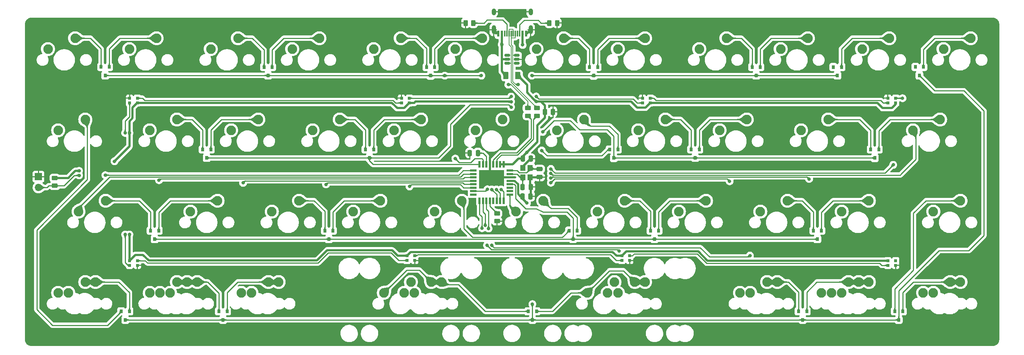
<source format=gbr>
%TF.GenerationSoftware,KiCad,Pcbnew,(6.0.1)*%
%TF.CreationDate,2022-06-06T15:03:59+02:00*%
%TF.ProjectId,dizzy40,64697a7a-7934-4302-9e6b-696361645f70,rev?*%
%TF.SameCoordinates,Original*%
%TF.FileFunction,Copper,L2,Bot*%
%TF.FilePolarity,Positive*%
%FSLAX46Y46*%
G04 Gerber Fmt 4.6, Leading zero omitted, Abs format (unit mm)*
G04 Created by KiCad (PCBNEW (6.0.1)) date 2022-06-06 15:03:59*
%MOMM*%
%LPD*%
G01*
G04 APERTURE LIST*
G04 Aperture macros list*
%AMRoundRect*
0 Rectangle with rounded corners*
0 $1 Rounding radius*
0 $2 $3 $4 $5 $6 $7 $8 $9 X,Y pos of 4 corners*
0 Add a 4 corners polygon primitive as box body*
4,1,4,$2,$3,$4,$5,$6,$7,$8,$9,$2,$3,0*
0 Add four circle primitives for the rounded corners*
1,1,$1+$1,$2,$3*
1,1,$1+$1,$4,$5*
1,1,$1+$1,$6,$7*
1,1,$1+$1,$8,$9*
0 Add four rect primitives between the rounded corners*
20,1,$1+$1,$2,$3,$4,$5,0*
20,1,$1+$1,$4,$5,$6,$7,0*
20,1,$1+$1,$6,$7,$8,$9,0*
20,1,$1+$1,$8,$9,$2,$3,0*%
G04 Aperture macros list end*
%TA.AperFunction,ComponentPad*%
%ADD10C,2.250000*%
%TD*%
%TA.AperFunction,SMDPad,CuDef*%
%ADD11R,1.600000X0.550000*%
%TD*%
%TA.AperFunction,SMDPad,CuDef*%
%ADD12R,0.550000X1.600000*%
%TD*%
%TA.AperFunction,SMDPad,CuDef*%
%ADD13RoundRect,0.250000X-0.250000X-0.475000X0.250000X-0.475000X0.250000X0.475000X-0.250000X0.475000X0*%
%TD*%
%TA.AperFunction,SMDPad,CuDef*%
%ADD14RoundRect,0.250000X-0.262500X-0.450000X0.262500X-0.450000X0.262500X0.450000X-0.262500X0.450000X0*%
%TD*%
%TA.AperFunction,SMDPad,CuDef*%
%ADD15R,0.800000X0.900000*%
%TD*%
%TA.AperFunction,SMDPad,CuDef*%
%ADD16R,0.700000X0.700000*%
%TD*%
%TA.AperFunction,SMDPad,CuDef*%
%ADD17RoundRect,0.250000X0.450000X-0.262500X0.450000X0.262500X-0.450000X0.262500X-0.450000X-0.262500X0*%
%TD*%
%TA.AperFunction,SMDPad,CuDef*%
%ADD18RoundRect,0.150000X0.512500X0.150000X-0.512500X0.150000X-0.512500X-0.150000X0.512500X-0.150000X0*%
%TD*%
%TA.AperFunction,SMDPad,CuDef*%
%ADD19R,1.200000X1.400000*%
%TD*%
%TA.AperFunction,SMDPad,CuDef*%
%ADD20RoundRect,0.250000X-0.475000X0.250000X-0.475000X-0.250000X0.475000X-0.250000X0.475000X0.250000X0*%
%TD*%
%TA.AperFunction,SMDPad,CuDef*%
%ADD21RoundRect,0.250000X0.375000X0.625000X-0.375000X0.625000X-0.375000X-0.625000X0.375000X-0.625000X0*%
%TD*%
%TA.AperFunction,SMDPad,CuDef*%
%ADD22RoundRect,0.250000X-0.450000X0.262500X-0.450000X-0.262500X0.450000X-0.262500X0.450000X0.262500X0*%
%TD*%
%TA.AperFunction,SMDPad,CuDef*%
%ADD23RoundRect,0.250000X0.250000X0.475000X-0.250000X0.475000X-0.250000X-0.475000X0.250000X-0.475000X0*%
%TD*%
%TA.AperFunction,SMDPad,CuDef*%
%ADD24RoundRect,0.250000X0.262500X0.450000X-0.262500X0.450000X-0.262500X-0.450000X0.262500X-0.450000X0*%
%TD*%
%TA.AperFunction,ComponentPad*%
%ADD25R,1.700000X1.700000*%
%TD*%
%TA.AperFunction,ComponentPad*%
%ADD26O,1.700000X1.700000*%
%TD*%
%TA.AperFunction,SMDPad,CuDef*%
%ADD27R,0.600000X1.450000*%
%TD*%
%TA.AperFunction,SMDPad,CuDef*%
%ADD28R,0.300000X1.450000*%
%TD*%
%TA.AperFunction,ComponentPad*%
%ADD29O,1.000000X2.100000*%
%TD*%
%TA.AperFunction,ComponentPad*%
%ADD30O,1.000000X1.600000*%
%TD*%
%TA.AperFunction,ViaPad*%
%ADD31C,0.800000*%
%TD*%
%TA.AperFunction,Conductor*%
%ADD32C,0.250000*%
%TD*%
%TA.AperFunction,Conductor*%
%ADD33C,0.500000*%
%TD*%
%TA.AperFunction,Conductor*%
%ADD34C,0.200000*%
%TD*%
G04 APERTURE END LIST*
D10*
%TO.P,MX20,1,COL*%
%TO.N,col8*%
X196215000Y-86360000D03*
%TO.P,MX20,2,ROW*%
%TO.N,Net-(D11-Pad3)*%
X202565000Y-83820000D03*
%TD*%
%TO.P,MX27,1,COL*%
%TO.N,col4*%
X129540000Y-105410000D03*
%TO.P,MX27,2,ROW*%
%TO.N,Net-(D16-Pad2)*%
X135890000Y-102870000D03*
%TD*%
%TO.P,MX28,1,COL*%
%TO.N,col5*%
X148590000Y-105410000D03*
%TO.P,MX28,2,ROW*%
%TO.N,Net-(D16-Pad3)*%
X154940000Y-102870000D03*
%TD*%
D11*
%TO.P,U1,1,XTAL1*%
%TO.N,Net-(C4-Pad1)*%
X147099292Y-95802800D03*
%TO.P,U1,2,PC0/XTAL2*%
%TO.N,Net-(C5-Pad1)*%
X147099292Y-96602800D03*
%TO.P,U1,3,GND*%
%TO.N,GND*%
X147099292Y-97402800D03*
%TO.P,U1,4,VCC*%
%TO.N,+5V*%
X147099292Y-98202800D03*
%TO.P,U1,5,PC2*%
%TO.N,row2*%
X147099292Y-99002800D03*
%TO.P,U1,6,PD0*%
%TO.N,unconnected-(U1-Pad6)*%
X147099292Y-99802800D03*
%TO.P,U1,7,PD1*%
%TO.N,unconnected-(U1-Pad7)*%
X147099292Y-100602800D03*
%TO.P,U1,8,PD2*%
%TO.N,col5*%
X147099292Y-101402800D03*
D12*
%TO.P,U1,9,PD3*%
%TO.N,col8*%
X145649292Y-102852800D03*
%TO.P,U1,10,PD4*%
%TO.N,col9*%
X144849292Y-102852800D03*
%TO.P,U1,11,PD5*%
%TO.N,col10*%
X144049292Y-102852800D03*
%TO.P,U1,12,PD6*%
%TO.N,unconnected-(U1-Pad12)*%
X143249292Y-102852800D03*
%TO.P,U1,13,~{HWB}/PD7*%
%TO.N,Net-(R5-Pad2)*%
X142449292Y-102852800D03*
%TO.P,U1,14,PB0*%
%TO.N,col7*%
X141649292Y-102852800D03*
%TO.P,U1,15,PB1*%
%TO.N,col6*%
X140849292Y-102852800D03*
%TO.P,U1,16,PB2*%
%TO.N,row3*%
X140049292Y-102852800D03*
D11*
%TO.P,U1,17,PB3*%
%TO.N,unconnected-(U1-Pad17)*%
X138599292Y-101402800D03*
%TO.P,U1,18,PB4*%
%TO.N,RGB*%
X138599292Y-100602800D03*
%TO.P,U1,19,PB5*%
%TO.N,col4*%
X138599292Y-99802800D03*
%TO.P,U1,20,PB6*%
%TO.N,col3*%
X138599292Y-99002800D03*
%TO.P,U1,21,PB7*%
%TO.N,col2*%
X138599292Y-98202800D03*
%TO.P,U1,22,PC7*%
%TO.N,col1*%
X138599292Y-97402800D03*
%TO.P,U1,23,PC6*%
%TO.N,col0*%
X138599292Y-96602800D03*
%TO.P,U1,24,PC1/~{RESET}*%
%TO.N,Net-(R6-Pad1)*%
X138599292Y-95802800D03*
D12*
%TO.P,U1,25,PC5*%
%TO.N,row1*%
X140049292Y-94352800D03*
%TO.P,U1,26,PC4*%
%TO.N,row0*%
X140849292Y-94352800D03*
%TO.P,U1,27,UCAP*%
%TO.N,Net-(C6-Pad1)*%
X141649292Y-94352800D03*
%TO.P,U1,28,UGND*%
%TO.N,GND*%
X142449292Y-94352800D03*
%TO.P,U1,29,D+*%
%TO.N,Net-(R3-Pad2)*%
X143249292Y-94352800D03*
%TO.P,U1,30,D-*%
%TO.N,Net-(R4-Pad2)*%
X144049292Y-94352800D03*
%TO.P,U1,31,UVCC*%
%TO.N,+5V*%
X144849292Y-94352800D03*
%TO.P,U1,32,AVCC*%
X145649292Y-94352800D03*
%TD*%
D10*
%TO.P,MX16,1,COL*%
%TO.N,col4*%
X120015000Y-86360000D03*
%TO.P,MX16,2,ROW*%
%TO.N,Net-(D9-Pad3)*%
X126365000Y-83820000D03*
%TD*%
%TO.P,MX26,1,COL*%
%TO.N,col3*%
X110490000Y-105410000D03*
%TO.P,MX26,2,ROW*%
%TO.N,Net-(D15-Pad3)*%
X116840000Y-102870000D03*
%TD*%
%TO.P,MX55,1,COL*%
%TO.N,col8*%
X243840000Y-124460000D03*
%TO.P,MX55,2,ROW*%
%TO.N,Net-(D24-Pad3)*%
X250190000Y-121920000D03*
%TD*%
%TO.P,MX5,1,COL*%
%TO.N,col4*%
X115252500Y-67310000D03*
%TO.P,MX5,2,ROW*%
%TO.N,Net-(D3-Pad2)*%
X121602500Y-64770000D03*
%TD*%
%TO.P,MX52,1,COL*%
%TO.N,col6*%
X200977500Y-124460000D03*
%TO.P,MX52,2,ROW*%
%TO.N,Net-(D23-Pad2)*%
X207327500Y-121920000D03*
%TD*%
%TO.P,MX31,1,COL*%
%TO.N,col8*%
X205740000Y-105410000D03*
%TO.P,MX31,2,ROW*%
%TO.N,Net-(D18-Pad2)*%
X212090000Y-102870000D03*
%TD*%
%TO.P,MX3,1,COL*%
%TO.N,col2*%
X77152500Y-67310000D03*
%TO.P,MX3,2,ROW*%
%TO.N,Net-(D2-Pad2)*%
X83502500Y-64770000D03*
%TD*%
%TO.P,MX15,1,COL*%
%TO.N,col3*%
X100965000Y-86360000D03*
%TO.P,MX15,2,ROW*%
%TO.N,Net-(D9-Pad2)*%
X107315000Y-83820000D03*
%TD*%
%TO.P,MX12,1,COL*%
%TO.N,col0*%
X41433750Y-86360000D03*
%TO.P,MX12,2,ROW*%
%TO.N,Net-(D19-Pad2)*%
X47783750Y-83820000D03*
%TD*%
%TO.P,MX32,1,COL*%
%TO.N,col9*%
X224790000Y-105410000D03*
%TO.P,MX32,2,ROW*%
%TO.N,Net-(D18-Pad3)*%
X231140000Y-102870000D03*
%TD*%
%TO.P,MX1,1,COL*%
%TO.N,col0*%
X39052500Y-67310000D03*
%TO.P,MX1,2,ROW*%
%TO.N,Net-(D1-Pad2)*%
X45402500Y-64770000D03*
%TD*%
%TO.P,MX43,1,COL*%
%TO.N,col10*%
X248602500Y-67310000D03*
%TO.P,MX43,2,ROW*%
%TO.N,Net-(D25-Pad3)*%
X254952500Y-64770000D03*
%TD*%
%TO.P,MX34,1,COL*%
%TO.N,col1*%
X41433750Y-124460000D03*
%TO.P,MX34,2,ROW*%
%TO.N,Net-(D19-Pad3)*%
X47783750Y-121920000D03*
%TD*%
%TO.P,MX2,1,COL*%
%TO.N,col1*%
X58102500Y-67310000D03*
%TO.P,MX2,2,ROW*%
%TO.N,Net-(D1-Pad3)*%
X64452500Y-64770000D03*
%TD*%
%TO.P,MX53,1,COL*%
%TO.N,col7*%
X222408750Y-124460000D03*
%TO.P,MX53,2,ROW*%
%TO.N,Net-(D23-Pad3)*%
X228758750Y-121920000D03*
%TD*%
%TO.P,MX25,1,COL*%
%TO.N,col2*%
X91440000Y-105410000D03*
%TO.P,MX25,2,ROW*%
%TO.N,Net-(D15-Pad2)*%
X97790000Y-102870000D03*
%TD*%
%TO.P,MX54,1,COL*%
%TO.N,col7*%
X220027500Y-124460000D03*
%TO.P,MX54,2,ROW*%
%TO.N,Net-(D23-Pad3)*%
X226377500Y-121920000D03*
%TD*%
%TO.P,MX50,1,COL*%
%TO.N,col2*%
X67627500Y-124460000D03*
%TO.P,MX50,2,ROW*%
%TO.N,Net-(D20-Pad2)*%
X73977500Y-121920000D03*
%TD*%
%TO.P,MX49,1,COL*%
%TO.N,col2*%
X65246250Y-124460000D03*
%TO.P,MX49,2,ROW*%
%TO.N,Net-(D20-Pad2)*%
X71596250Y-121920000D03*
%TD*%
%TO.P,MX22,1,COL*%
%TO.N,col10*%
X241458750Y-86360000D03*
%TO.P,MX22,2,ROW*%
%TO.N,Net-(D12-Pad3)*%
X247808750Y-83820000D03*
%TD*%
%TO.P,MX39,1,COL*%
%TO.N,col5*%
X172402500Y-124460000D03*
%TO.P,MX39,2,ROW*%
%TO.N,spc2*%
X178752500Y-121920000D03*
%TD*%
%TO.P,MX19,1,COL*%
%TO.N,col7*%
X177165000Y-86360000D03*
%TO.P,MX19,2,ROW*%
%TO.N,Net-(D11-Pad2)*%
X183515000Y-83820000D03*
%TD*%
%TO.P,MX7,1,COL*%
%TO.N,col6*%
X153352500Y-67310000D03*
%TO.P,MX7,2,ROW*%
%TO.N,Net-(D4-Pad2)*%
X159702500Y-64770000D03*
%TD*%
%TO.P,MX48,1,COL*%
%TO.N,col1*%
X43815000Y-124460000D03*
%TO.P,MX48,2,ROW*%
%TO.N,Net-(D19-Pad3)*%
X50165000Y-121920000D03*
%TD*%
%TO.P,MX18,1,COL*%
%TO.N,col6*%
X158115000Y-86360000D03*
%TO.P,MX18,2,ROW*%
%TO.N,Net-(D10-Pad3)*%
X164465000Y-83820000D03*
%TD*%
%TO.P,MX17,1,COL*%
%TO.N,col5*%
X139065000Y-86360000D03*
%TO.P,MX17,2,ROW*%
%TO.N,Net-(D10-Pad2)*%
X145415000Y-83820000D03*
%TD*%
%TO.P,MX40,1,COL*%
%TO.N,col6*%
X203358750Y-124460000D03*
%TO.P,MX40,2,ROW*%
%TO.N,Net-(D23-Pad2)*%
X209708750Y-121920000D03*
%TD*%
%TO.P,MX36,1,COL*%
%TO.N,col3*%
X84296250Y-124460000D03*
%TO.P,MX36,2,ROW*%
%TO.N,Net-(D20-Pad3)*%
X90646250Y-121920000D03*
%TD*%
%TO.P,MX51,1,COL*%
%TO.N,col3*%
X86677500Y-124460000D03*
%TO.P,MX51,2,ROW*%
%TO.N,Net-(D20-Pad3)*%
X93027500Y-121920000D03*
%TD*%
%TO.P,MX41,1,COL*%
%TO.N,col7*%
X224790000Y-124460000D03*
%TO.P,MX41,2,ROW*%
%TO.N,Net-(D23-Pad3)*%
X231140000Y-121920000D03*
%TD*%
%TO.P,MX37,1,COL*%
%TO.N,col4*%
X124777500Y-124460000D03*
%TO.P,MX37,2,ROW*%
%TO.N,spc1*%
X131127500Y-121920000D03*
%TD*%
%TO.P,MX46,1,COL*%
%TO.N,spc1*%
X117633750Y-124460000D03*
%TO.P,MX46,2,ROW*%
%TO.N,col4*%
X123983750Y-121920000D03*
%TD*%
%TO.P,MX14,1,COL*%
%TO.N,col2*%
X81915000Y-86360000D03*
%TO.P,MX14,2,ROW*%
%TO.N,Net-(D8-Pad3)*%
X88265000Y-83820000D03*
%TD*%
%TO.P,MX10,1,COL*%
%TO.N,col9*%
X210502500Y-67310000D03*
%TO.P,MX10,2,ROW*%
%TO.N,Net-(D5-Pad3)*%
X216852500Y-64770000D03*
%TD*%
%TO.P,MX4,1,COL*%
%TO.N,col3*%
X96202500Y-67310000D03*
%TO.P,MX4,2,ROW*%
%TO.N,Net-(D2-Pad3)*%
X102552500Y-64770000D03*
%TD*%
%TO.P,MX45,1,COL*%
%TO.N,col5*%
X170021250Y-124460000D03*
%TO.P,MX45,2,ROW*%
%TO.N,spc2*%
X176371250Y-121920000D03*
%TD*%
%TO.P,MX33,1,COL*%
%TO.N,col9*%
X246221250Y-105410000D03*
%TO.P,MX33,2,ROW*%
%TO.N,Net-(D24-Pad2)*%
X252571250Y-102870000D03*
%TD*%
%TO.P,MX21,1,COL*%
%TO.N,col9*%
X215265000Y-86360000D03*
%TO.P,MX21,2,ROW*%
%TO.N,Net-(D12-Pad2)*%
X221615000Y-83820000D03*
%TD*%
%TO.P,MX6,1,COL*%
%TO.N,col5*%
X134302500Y-67310000D03*
%TO.P,MX6,2,ROW*%
%TO.N,Net-(D3-Pad3)*%
X140652500Y-64770000D03*
%TD*%
%TO.P,MX23,1,COL*%
%TO.N,col0*%
X46196250Y-105410000D03*
%TO.P,MX23,2,ROW*%
%TO.N,Net-(D14-Pad2)*%
X52546250Y-102870000D03*
%TD*%
%TO.P,MX47,1,COL*%
%TO.N,spc2*%
X165258750Y-124460000D03*
%TO.P,MX47,2,ROW*%
%TO.N,col5*%
X171608750Y-121920000D03*
%TD*%
%TO.P,MX29,1,COL*%
%TO.N,col6*%
X167640000Y-105410000D03*
%TO.P,MX29,2,ROW*%
%TO.N,Net-(D17-Pad2)*%
X173990000Y-102870000D03*
%TD*%
%TO.P,MX30,1,COL*%
%TO.N,col7*%
X186690000Y-105410000D03*
%TO.P,MX30,2,ROW*%
%TO.N,Net-(D17-Pad3)*%
X193040000Y-102870000D03*
%TD*%
%TO.P,MX9,1,COL*%
%TO.N,col8*%
X191452500Y-67310000D03*
%TO.P,MX9,2,ROW*%
%TO.N,Net-(D5-Pad2)*%
X197802500Y-64770000D03*
%TD*%
%TO.P,MX44,1,COL*%
%TO.N,col4*%
X122396250Y-124460000D03*
%TO.P,MX44,2,ROW*%
%TO.N,spc1*%
X128746250Y-121920000D03*
%TD*%
%TO.P,MX24,1,COL*%
%TO.N,col1*%
X72390000Y-105410000D03*
%TO.P,MX24,2,ROW*%
%TO.N,Net-(D14-Pad3)*%
X78740000Y-102870000D03*
%TD*%
%TO.P,MX35,1,COL*%
%TO.N,col2*%
X62865000Y-124460000D03*
%TO.P,MX35,2,ROW*%
%TO.N,Net-(D20-Pad2)*%
X69215000Y-121920000D03*
%TD*%
%TO.P,MX42,1,COL*%
%TO.N,col8*%
X246221250Y-124460000D03*
%TO.P,MX42,2,ROW*%
%TO.N,Net-(D24-Pad3)*%
X252571250Y-121920000D03*
%TD*%
%TO.P,MX11,1,COL*%
%TO.N,col10*%
X229552500Y-67310000D03*
%TO.P,MX11,2,ROW*%
%TO.N,Net-(D6-Pad3)*%
X235902500Y-64770000D03*
%TD*%
%TO.P,MX13,1,COL*%
%TO.N,col1*%
X62865000Y-86360000D03*
%TO.P,MX13,2,ROW*%
%TO.N,Net-(D8-Pad2)*%
X69215000Y-83820000D03*
%TD*%
%TO.P,MX8,1,COL*%
%TO.N,col7*%
X172402500Y-67310000D03*
%TO.P,MX8,2,ROW*%
%TO.N,Net-(D4-Pad3)*%
X178752500Y-64770000D03*
%TD*%
D13*
%TO.P,C2,1*%
%TO.N,+5V*%
X150080186Y-101825932D03*
%TO.P,C2,2*%
%TO.N,GND*%
X151980186Y-101825932D03*
%TD*%
D14*
%TO.P,R1,1*%
%TO.N,GND*%
X136755500Y-61214000D03*
%TO.P,R1,2*%
%TO.N,Net-(R1-Pad2)*%
X138580500Y-61214000D03*
%TD*%
D15*
%TO.P,D6,1,K*%
%TO.N,row0*%
X223774000Y-73517000D03*
%TO.P,D6,2,A1*%
%TO.N,unconnected-(D6-Pad2)*%
X222824000Y-71517000D03*
%TO.P,D6,3,A2*%
%TO.N,Net-(D6-Pad3)*%
X224724000Y-71517000D03*
%TD*%
D16*
%TO.P,RGB3,1,VDD*%
%TO.N,+5V*%
X123597000Y-79925000D03*
%TO.P,RGB3,2,DOUT*%
%TO.N,Net-(RGB3-Pad2)*%
X121767000Y-79925000D03*
%TO.P,RGB3,3,VSS*%
%TO.N,GND*%
X121767000Y-78825000D03*
%TO.P,RGB3,4,DIN*%
%TO.N,Net-(RGB2-Pad2)*%
X123597000Y-78825000D03*
%TD*%
D15*
%TO.P,D19,1,K*%
%TO.N,row3*%
X57150000Y-130794000D03*
%TO.P,D19,2,A1*%
%TO.N,Net-(D19-Pad2)*%
X56200000Y-128794000D03*
%TO.P,D19,3,A2*%
%TO.N,Net-(D19-Pad3)*%
X58100000Y-128794000D03*
%TD*%
%TO.P,D2,1,K*%
%TO.N,row0*%
X90551000Y-73517000D03*
%TO.P,D2,2,A1*%
%TO.N,Net-(D2-Pad2)*%
X89601000Y-71517000D03*
%TO.P,D2,3,A2*%
%TO.N,Net-(D2-Pad3)*%
X91501000Y-71517000D03*
%TD*%
D13*
%TO.P,C3,1*%
%TO.N,+5V*%
X150134069Y-93007319D03*
%TO.P,C3,2*%
%TO.N,GND*%
X152034069Y-93007319D03*
%TD*%
D15*
%TO.P,D18,1,K*%
%TO.N,row2*%
X219075000Y-111871000D03*
%TO.P,D18,2,A1*%
%TO.N,Net-(D18-Pad2)*%
X218125000Y-109871000D03*
%TO.P,D18,3,A2*%
%TO.N,Net-(D18-Pad3)*%
X220025000Y-109871000D03*
%TD*%
%TO.P,D11,1,K*%
%TO.N,row1*%
X190500000Y-92821000D03*
%TO.P,D11,2,A1*%
%TO.N,Net-(D11-Pad2)*%
X189550000Y-90821000D03*
%TO.P,D11,3,A2*%
%TO.N,Net-(D11-Pad3)*%
X191450000Y-90821000D03*
%TD*%
%TO.P,D1,1,K*%
%TO.N,row0*%
X52425600Y-73491600D03*
%TO.P,D1,2,A1*%
%TO.N,Net-(D1-Pad2)*%
X51475600Y-71491600D03*
%TO.P,D1,3,A2*%
%TO.N,Net-(D1-Pad3)*%
X53375600Y-71491600D03*
%TD*%
D17*
%TO.P,R5,1*%
%TO.N,GND*%
X144119600Y-107643300D03*
%TO.P,R5,2*%
%TO.N,Net-(R5-Pad2)*%
X144119600Y-105818300D03*
%TD*%
D15*
%TO.P,D9,1,K*%
%TO.N,row1*%
X114300000Y-92821000D03*
%TO.P,D9,2,A1*%
%TO.N,Net-(D9-Pad2)*%
X113350000Y-90821000D03*
%TO.P,D9,3,A2*%
%TO.N,Net-(D9-Pad3)*%
X115250000Y-90821000D03*
%TD*%
%TO.P,D23,1,K*%
%TO.N,row3*%
X215646000Y-130794000D03*
%TO.P,D23,2,A1*%
%TO.N,Net-(D23-Pad2)*%
X214696000Y-128794000D03*
%TO.P,D23,3,A2*%
%TO.N,Net-(D23-Pad3)*%
X216596000Y-128794000D03*
%TD*%
%TO.P,D14,1,K*%
%TO.N,row2*%
X64008000Y-111871000D03*
%TO.P,D14,2,A1*%
%TO.N,Net-(D14-Pad2)*%
X63058000Y-109871000D03*
%TO.P,D14,3,A2*%
%TO.N,Net-(D14-Pad3)*%
X64958000Y-109871000D03*
%TD*%
D16*
%TO.P,RGB7,1,VDD*%
%TO.N,+5V*%
X173329000Y-115782000D03*
%TO.P,RGB7,2,DOUT*%
%TO.N,Net-(RGB7-Pad2)*%
X175159000Y-115782000D03*
%TO.P,RGB7,3,VSS*%
%TO.N,GND*%
X175159000Y-116882000D03*
%TO.P,RGB7,4,DIN*%
%TO.N,Net-(RGB6-Pad2)*%
X173329000Y-116882000D03*
%TD*%
%TO.P,RGB6,1,VDD*%
%TO.N,+5V*%
X123037000Y-115782000D03*
%TO.P,RGB6,2,DOUT*%
%TO.N,Net-(RGB6-Pad2)*%
X124867000Y-115782000D03*
%TO.P,RGB6,3,VSS*%
%TO.N,GND*%
X124867000Y-116882000D03*
%TO.P,RGB6,4,DIN*%
%TO.N,Net-(RGB5-Pad2)*%
X123037000Y-116882000D03*
%TD*%
D15*
%TO.P,D15,1,K*%
%TO.N,row2*%
X104775000Y-111871000D03*
%TO.P,D15,2,A1*%
%TO.N,Net-(D15-Pad2)*%
X103825000Y-109871000D03*
%TO.P,D15,3,A2*%
%TO.N,Net-(D15-Pad3)*%
X105725000Y-109871000D03*
%TD*%
%TO.P,D10,1,K*%
%TO.N,row1*%
X171450000Y-92846400D03*
%TO.P,D10,2,A1*%
%TO.N,Net-(D10-Pad2)*%
X170500000Y-90846400D03*
%TO.P,D10,3,A2*%
%TO.N,Net-(D10-Pad3)*%
X172400000Y-90846400D03*
%TD*%
D18*
%TO.P,U2,1,IO1*%
%TO.N,D+*%
X148762300Y-68747600D03*
%TO.P,U2,2,VN*%
%TO.N,GND*%
X148762300Y-69697600D03*
%TO.P,U2,3,IO2*%
%TO.N,unconnected-(U2-Pad3)*%
X148762300Y-70647600D03*
%TO.P,U2,4,IO3*%
%TO.N,D-*%
X146487300Y-70647600D03*
%TO.P,U2,5,VP*%
%TO.N,VCC*%
X146487300Y-69697600D03*
%TO.P,U2,6,IO4*%
%TO.N,unconnected-(U2-Pad6)*%
X146487300Y-68747600D03*
%TD*%
D16*
%TO.P,RGB1,1,VDD*%
%TO.N,+5V*%
X237389000Y-79925000D03*
%TO.P,RGB1,2,DOUT*%
%TO.N,Net-(RGB1-Pad2)*%
X235559000Y-79925000D03*
%TO.P,RGB1,3,VSS*%
%TO.N,GND*%
X235559000Y-78825000D03*
%TO.P,RGB1,4,DIN*%
%TO.N,RGB*%
X237389000Y-78825000D03*
%TD*%
D15*
%TO.P,D24,1,K*%
%TO.N,row3*%
X238125000Y-130794000D03*
%TO.P,D24,2,A1*%
%TO.N,Net-(D24-Pad2)*%
X237175000Y-128794000D03*
%TO.P,D24,3,A2*%
%TO.N,Net-(D24-Pad3)*%
X239075000Y-128794000D03*
%TD*%
%TO.P,D8,1,K*%
%TO.N,row1*%
X76200000Y-92821000D03*
%TO.P,D8,2,A1*%
%TO.N,Net-(D8-Pad2)*%
X75250000Y-90821000D03*
%TO.P,D8,3,A2*%
%TO.N,Net-(D8-Pad3)*%
X77150000Y-90821000D03*
%TD*%
D19*
%TO.P,X1,1,1*%
%TO.N,Net-(C4-Pad1)*%
X151904004Y-95207644D03*
%TO.P,X1,2,2*%
%TO.N,GND*%
X151904004Y-97407644D03*
%TO.P,X1,3,3*%
%TO.N,Net-(C5-Pad1)*%
X150204004Y-97407644D03*
%TO.P,X1,4,4*%
%TO.N,GND*%
X150204004Y-95207644D03*
%TD*%
D16*
%TO.P,RGB4,1,VDD*%
%TO.N,+5V*%
X59970000Y-79925000D03*
%TO.P,RGB4,2,DOUT*%
%TO.N,Net-(RGB4-Pad2)*%
X58140000Y-79925000D03*
%TO.P,RGB4,3,VSS*%
%TO.N,GND*%
X58140000Y-78825000D03*
%TO.P,RGB4,4,DIN*%
%TO.N,Net-(RGB3-Pad2)*%
X59970000Y-78825000D03*
%TD*%
D20*
%TO.P,C4,1*%
%TO.N,Net-(C4-Pad1)*%
X154076400Y-95417600D03*
%TO.P,C4,2*%
%TO.N,GND*%
X154076400Y-97317600D03*
%TD*%
D15*
%TO.P,D17,1,K*%
%TO.N,row2*%
X180975000Y-111871000D03*
%TO.P,D17,2,A1*%
%TO.N,Net-(D17-Pad2)*%
X180025000Y-109871000D03*
%TO.P,D17,3,A2*%
%TO.N,Net-(D17-Pad3)*%
X181925000Y-109871000D03*
%TD*%
D16*
%TO.P,RGB8,1,VDD*%
%TO.N,+5V*%
X235559000Y-116925000D03*
%TO.P,RGB8,2,DOUT*%
%TO.N,unconnected-(RGB8-Pad2)*%
X237389000Y-116925000D03*
%TO.P,RGB8,3,VSS*%
%TO.N,GND*%
X237389000Y-118025000D03*
%TO.P,RGB8,4,DIN*%
%TO.N,Net-(RGB7-Pad2)*%
X235559000Y-118025000D03*
%TD*%
D15*
%TO.P,D16,1,K*%
%TO.N,row2*%
X161925000Y-111871000D03*
%TO.P,D16,2,A1*%
%TO.N,Net-(D16-Pad2)*%
X160975000Y-109871000D03*
%TO.P,D16,3,A2*%
%TO.N,Net-(D16-Pad3)*%
X162875000Y-109871000D03*
%TD*%
%TO.P,D3,1,K*%
%TO.N,row0*%
X128574800Y-73542400D03*
%TO.P,D3,2,A1*%
%TO.N,Net-(D3-Pad2)*%
X127624800Y-71542400D03*
%TO.P,D3,3,A2*%
%TO.N,Net-(D3-Pad3)*%
X129524800Y-71542400D03*
%TD*%
D17*
%TO.P,R6,1*%
%TO.N,Net-(R6-Pad1)*%
X40640000Y-99362900D03*
%TO.P,R6,2*%
%TO.N,+5V*%
X40640000Y-97537900D03*
%TD*%
D16*
%TO.P,RGB2,1,VDD*%
%TO.N,+5V*%
X179985000Y-79925000D03*
%TO.P,RGB2,2,DOUT*%
%TO.N,Net-(RGB2-Pad2)*%
X178155000Y-79925000D03*
%TO.P,RGB2,3,VSS*%
%TO.N,GND*%
X178155000Y-78825000D03*
%TO.P,RGB2,4,DIN*%
%TO.N,Net-(RGB1-Pad2)*%
X179985000Y-78825000D03*
%TD*%
D21*
%TO.P,F1,1*%
%TO.N,+5V*%
X149024800Y-73507600D03*
%TO.P,F1,2*%
%TO.N,VCC*%
X146224800Y-73507600D03*
%TD*%
D15*
%TO.P,D12,1,K*%
%TO.N,row1*%
X232511600Y-92846400D03*
%TO.P,D12,2,A1*%
%TO.N,Net-(D12-Pad2)*%
X231561600Y-90846400D03*
%TO.P,D12,3,A2*%
%TO.N,Net-(D12-Pad3)*%
X233461600Y-90846400D03*
%TD*%
D22*
%TO.P,R3,1*%
%TO.N,D+*%
X151333200Y-81129500D03*
%TO.P,R3,2*%
%TO.N,Net-(R3-Pad2)*%
X151333200Y-82954500D03*
%TD*%
D23*
%TO.P,C6,1*%
%TO.N,Net-(C6-Pad1)*%
X139634000Y-91694000D03*
%TO.P,C6,2*%
%TO.N,GND*%
X137734000Y-91694000D03*
%TD*%
D13*
%TO.P,C5,1*%
%TO.N,Net-(C5-Pad1)*%
X150116108Y-99634747D03*
%TO.P,C5,2*%
%TO.N,GND*%
X152016108Y-99634747D03*
%TD*%
%TO.P,C1,1*%
%TO.N,+5V*%
X155310800Y-82042000D03*
%TO.P,C1,2*%
%TO.N,GND*%
X157210800Y-82042000D03*
%TD*%
D22*
%TO.P,R4,1*%
%TO.N,D-*%
X153466800Y-81129500D03*
%TO.P,R4,2*%
%TO.N,Net-(R4-Pad2)*%
X153466800Y-82954500D03*
%TD*%
D15*
%TO.P,D20,1,K*%
%TO.N,row3*%
X80010000Y-130794000D03*
%TO.P,D20,2,A1*%
%TO.N,Net-(D20-Pad2)*%
X79060000Y-128794000D03*
%TO.P,D20,3,A2*%
%TO.N,Net-(D20-Pad3)*%
X80960000Y-128794000D03*
%TD*%
D24*
%TO.P,R2,1*%
%TO.N,GND*%
X158189300Y-61214000D03*
%TO.P,R2,2*%
%TO.N,Net-(R2-Pad2)*%
X156364300Y-61214000D03*
%TD*%
D16*
%TO.P,RGB5,1,VDD*%
%TO.N,+5V*%
X58140000Y-116925000D03*
%TO.P,RGB5,2,DOUT*%
%TO.N,Net-(RGB5-Pad2)*%
X59970000Y-116925000D03*
%TO.P,RGB5,3,VSS*%
%TO.N,GND*%
X59970000Y-118025000D03*
%TO.P,RGB5,4,DIN*%
%TO.N,Net-(RGB4-Pad2)*%
X58140000Y-118025000D03*
%TD*%
D15*
%TO.P,D4,1,K*%
%TO.N,row0*%
X166725600Y-73542400D03*
%TO.P,D4,2,A1*%
%TO.N,Net-(D4-Pad2)*%
X165775600Y-71542400D03*
%TO.P,D4,3,A2*%
%TO.N,Net-(D4-Pad3)*%
X167675600Y-71542400D03*
%TD*%
D25*
%TO.P,RESET,1,1*%
%TO.N,GND*%
X36830000Y-97226200D03*
D26*
%TO.P,RESET,2,2*%
%TO.N,Net-(R6-Pad1)*%
X36830000Y-99766200D03*
%TD*%
D15*
%TO.P,D5,1,K*%
%TO.N,row0*%
X204774800Y-73517000D03*
%TO.P,D5,2,A1*%
%TO.N,Net-(D5-Pad2)*%
X203824800Y-71517000D03*
%TO.P,D5,3,A2*%
%TO.N,Net-(D5-Pad3)*%
X205724800Y-71517000D03*
%TD*%
D27*
%TO.P,USB1,A1,GND*%
%TO.N,GND*%
X144425600Y-63684200D03*
%TO.P,USB1,A4,VBUS*%
%TO.N,VCC*%
X145225600Y-63684200D03*
D28*
%TO.P,USB1,A5,CC1*%
%TO.N,Net-(R1-Pad2)*%
X146425600Y-63684200D03*
%TO.P,USB1,A6,D+*%
%TO.N,D+*%
X147425600Y-63684200D03*
%TO.P,USB1,A7,D-*%
%TO.N,D-*%
X147925600Y-63684200D03*
%TO.P,USB1,A8,SBU1*%
%TO.N,unconnected-(USB1-PadA8)*%
X148925600Y-63684200D03*
D27*
%TO.P,USB1,A9,VBUS*%
%TO.N,VCC*%
X150125600Y-63684200D03*
%TO.P,USB1,A12,GND*%
%TO.N,GND*%
X150925600Y-63684200D03*
%TO.P,USB1,B1,GND*%
X150925600Y-63684200D03*
%TO.P,USB1,B4,VBUS*%
%TO.N,VCC*%
X150125600Y-63684200D03*
D28*
%TO.P,USB1,B5,CC2*%
%TO.N,Net-(R2-Pad2)*%
X149425600Y-63684200D03*
%TO.P,USB1,B6,D+*%
%TO.N,D+*%
X148425600Y-63684200D03*
%TO.P,USB1,B7,D-*%
%TO.N,D-*%
X146925600Y-63684200D03*
%TO.P,USB1,B8,SBU2*%
%TO.N,unconnected-(USB1-PadB8)*%
X145925600Y-63684200D03*
D27*
%TO.P,USB1,B9,VBUS*%
%TO.N,VCC*%
X145225600Y-63684200D03*
%TO.P,USB1,B12,GND*%
%TO.N,GND*%
X144425600Y-63684200D03*
D29*
%TO.P,USB1,S1,SHIELD*%
X151995600Y-62769200D03*
D30*
X151995600Y-58589200D03*
D29*
X143355600Y-62769200D03*
D30*
X143355600Y-58589200D03*
%TD*%
D15*
%TO.P,D22,1,K*%
%TO.N,row3*%
X152400000Y-130794000D03*
%TO.P,D22,2,A1*%
%TO.N,spc1*%
X151450000Y-128794000D03*
%TO.P,D22,3,A2*%
%TO.N,spc2*%
X153350000Y-128794000D03*
%TD*%
%TO.P,D25,1,K*%
%TO.N,row3*%
X242951000Y-73491600D03*
%TO.P,D25,2,A1*%
%TO.N,unconnected-(D25-Pad2)*%
X242001000Y-71491600D03*
%TO.P,D25,3,A2*%
%TO.N,Net-(D25-Pad3)*%
X243901000Y-71491600D03*
%TD*%
D31*
%TO.N,col7*%
X203301600Y-115722400D03*
%TO.N,Net-(RGB4-Pad2)*%
X57099200Y-86969600D03*
%TO.N,+5V*%
X58115200Y-86969600D03*
%TO.N,Net-(RGB4-Pad2)*%
X57115697Y-110794800D03*
%TO.N,+5V*%
X58115200Y-110794800D03*
%TO.N,GND*%
X142951200Y-97028000D03*
%TO.N,Net-(RGB2-Pad2)*%
X147421600Y-78435200D03*
X153280088Y-78418712D03*
%TO.N,+5V*%
X153263600Y-79603600D03*
X147421600Y-79654400D03*
%TO.N,row1*%
X147421600Y-80924400D03*
%TO.N,Net-(D10-Pad2)*%
X154584400Y-91084400D03*
%TO.N,D+*%
X149047200Y-75641200D03*
X146761200Y-75641200D03*
%TO.N,col9*%
X217144600Y-97764600D03*
%TO.N,col6*%
X141782800Y-113284000D03*
%TO.N,col7*%
X142849600Y-113284000D03*
X142138400Y-109372400D03*
%TO.N,row3*%
X140614400Y-109321600D03*
%TO.N,col6*%
X141376400Y-108661200D03*
X172720000Y-114681000D03*
%TO.N,+5V*%
X151130000Y-103428800D03*
X54610000Y-93624400D03*
X46329600Y-95859600D03*
%TO.N,Net-(R6-Pad1)*%
X52476400Y-96875600D03*
X46329600Y-96926400D03*
%TO.N,RGB*%
X239014000Y-78841600D03*
X236829600Y-94437200D03*
X156718000Y-95402400D03*
X141884400Y-100177600D03*
%TO.N,row0*%
X134366000Y-92964000D03*
%TO.N,GND*%
X138480800Y-105105200D03*
%TO.N,col8*%
X198551800Y-98311300D03*
X156718000Y-98653600D03*
%TO.N,col10*%
X156718000Y-96469200D03*
%TO.N,col9*%
X156718000Y-97586800D03*
%TO.N,col10*%
X142900400Y-100228400D03*
%TO.N,col9*%
X143967200Y-100228400D03*
%TO.N,col8*%
X145084800Y-100228400D03*
%TO.N,row3*%
X152400000Y-127101600D03*
%TO.N,col2*%
X84709000Y-98679000D03*
%TO.N,col3*%
X104114600Y-99034600D03*
%TO.N,col4*%
X123647200Y-99517200D03*
%TO.N,col1*%
X65024000Y-98044000D03*
%TO.N,GND*%
X155600400Y-110083600D03*
%TO.N,row0*%
X131892800Y-73542400D03*
%TO.N,+5V*%
X151104600Y-91516200D03*
%TO.N,row0*%
X140462000Y-73533000D03*
X152273000Y-73533000D03*
%TO.N,row1*%
X154813000Y-86741000D03*
%TO.N,VCC*%
X145237200Y-66243200D03*
X150114000Y-66344800D03*
%TD*%
D32*
%TO.N,Net-(RGB2-Pad2)*%
X147031800Y-78825000D02*
X147421600Y-78435200D01*
X123597000Y-78825000D02*
X147031800Y-78825000D01*
%TO.N,col7*%
X193852800Y-116027200D02*
X202996800Y-116027200D01*
X202996800Y-116027200D02*
X203301600Y-115722400D01*
X191695441Y-113869841D02*
X193852800Y-116027200D01*
X143435441Y-113869841D02*
X191695441Y-113869841D01*
X142849600Y-113284000D02*
X143435441Y-113869841D01*
%TO.N,Net-(RGB4-Pad2)*%
X57099200Y-84175600D02*
X57099200Y-86969600D01*
X57886600Y-83388200D02*
X57099200Y-84175600D01*
X58140000Y-83134800D02*
X57886600Y-83388200D01*
D33*
%TO.N,+5V*%
X58115200Y-86969600D02*
X58115200Y-84226400D01*
X58115200Y-90119200D02*
X58115200Y-86969600D01*
X58140000Y-116925000D02*
X59495000Y-115570000D01*
X59495000Y-115570000D02*
X60502800Y-115570000D01*
X61264800Y-115570000D02*
X60502800Y-115570000D01*
D32*
%TO.N,Net-(RGB4-Pad2)*%
X57759600Y-118008400D02*
X57115697Y-117364497D01*
X57115697Y-117364497D02*
X57115697Y-110794800D01*
X58123400Y-118008400D02*
X57759600Y-118008400D01*
X58140000Y-118025000D02*
X58123400Y-118008400D01*
D33*
%TO.N,+5V*%
X104394000Y-114503200D02*
X102006400Y-116890800D01*
X102006400Y-116890800D02*
X62585600Y-116890800D01*
X62585600Y-116890800D02*
X61264800Y-115570000D01*
X119583200Y-114503200D02*
X104394000Y-114503200D01*
X120862000Y-115782000D02*
X119583200Y-114503200D01*
X123037000Y-115782000D02*
X120862000Y-115782000D01*
X58140000Y-115544000D02*
X58140000Y-116925000D01*
X58140000Y-110819600D02*
X58140000Y-115544000D01*
X58115200Y-110794800D02*
X58140000Y-110819600D01*
D32*
%TO.N,Net-(RGB2-Pad2)*%
X153855376Y-78994000D02*
X153280088Y-78418712D01*
X153855376Y-78994000D02*
X153974800Y-78994000D01*
D33*
%TO.N,+5V*%
X147407511Y-79640311D02*
X147421600Y-79654400D01*
X146876889Y-79640311D02*
X147407511Y-79640311D01*
D32*
%TO.N,row1*%
X146862800Y-80365600D02*
X147421600Y-80924400D01*
X137820400Y-80365600D02*
X145643600Y-80365600D01*
X145643600Y-80365600D02*
X146862800Y-80365600D01*
X137795000Y-80391000D02*
X137820400Y-80365600D01*
%TO.N,Net-(D10-Pad2)*%
X155829000Y-92329000D02*
X154584400Y-91084400D01*
X170138600Y-90846400D02*
X168656000Y-92329000D01*
X170500000Y-90846400D02*
X170138600Y-90846400D01*
X168656000Y-92329000D02*
X155829000Y-92329000D01*
%TO.N,Net-(RGB2-Pad2)*%
X176902200Y-79925000D02*
X175971200Y-78994000D01*
X178155000Y-79925000D02*
X176902200Y-79925000D01*
X175971200Y-78994000D02*
X153974800Y-78994000D01*
D33*
%TO.N,+5V*%
X152730200Y-79070200D02*
X153263600Y-79603600D01*
X151180800Y-77520800D02*
X152730200Y-79070200D01*
X153263600Y-79603600D02*
X154381200Y-79603600D01*
X151180800Y-75663600D02*
X151180800Y-77520800D01*
X149024800Y-73507600D02*
X151180800Y-75663600D01*
X145454489Y-79640311D02*
X146876889Y-79640311D01*
D34*
%TO.N,D+*%
X151333200Y-79559006D02*
X150441097Y-78666903D01*
X150441097Y-78666903D02*
X150323016Y-78548822D01*
X151333200Y-81129500D02*
X151333200Y-79559006D01*
X150323016Y-78548822D02*
X147469297Y-75695103D01*
X147469297Y-75695103D02*
X147415394Y-75641200D01*
X147415394Y-75641200D02*
X146761200Y-75641200D01*
D33*
%TO.N,+5V*%
X145454489Y-79640311D02*
X143241911Y-79640311D01*
X143241911Y-79640311D02*
X125032889Y-79640311D01*
D34*
%TO.N,D+*%
X149047200Y-75641200D02*
X148545406Y-75641200D01*
X148545406Y-75641200D02*
X148161303Y-75257097D01*
D32*
%TO.N,RGB*%
X234883840Y-96382960D02*
X236829600Y-94437200D01*
X157698560Y-96382960D02*
X234883840Y-96382960D01*
X156718000Y-95402400D02*
X157698560Y-96382960D01*
%TO.N,col10*%
X157081280Y-96832480D02*
X238447520Y-96832480D01*
X238760000Y-96520000D02*
X242112800Y-93167200D01*
X156718000Y-96469200D02*
X157081280Y-96832480D01*
X238447520Y-96832480D02*
X238760000Y-96520000D01*
%TO.N,col8*%
X197972020Y-97731520D02*
X198551800Y-98311300D01*
X157640080Y-97731520D02*
X197972020Y-97731520D01*
X156718000Y-98653600D02*
X157640080Y-97731520D01*
%TO.N,col9*%
X216662000Y-97282000D02*
X217144600Y-97764600D01*
X157022800Y-97282000D02*
X216662000Y-97282000D01*
X156718000Y-97586800D02*
X157022800Y-97282000D01*
%TO.N,col6*%
X142818161Y-114319361D02*
X141782800Y-113284000D01*
X143173761Y-114319361D02*
X142818161Y-114319361D01*
X143173761Y-114319361D02*
X169894561Y-114319361D01*
%TO.N,col7*%
X142138400Y-105308400D02*
X142138400Y-109372400D01*
X142138400Y-105308400D02*
X141649292Y-104819292D01*
%TO.N,row3*%
X140614400Y-106629200D02*
X140614400Y-109321600D01*
X140357557Y-106372357D02*
X140614400Y-106629200D01*
%TO.N,col6*%
X141372101Y-108656901D02*
X141376400Y-108661200D01*
X141372101Y-106002717D02*
X141372101Y-108656901D01*
%TO.N,row3*%
X140357557Y-106372357D02*
X140049292Y-106064092D01*
X140049292Y-102852800D02*
X140049292Y-106064092D01*
%TO.N,col6*%
X141372101Y-106002717D02*
X140849292Y-105479908D01*
X140849292Y-102852800D02*
X140849292Y-105479908D01*
%TO.N,col7*%
X141649292Y-104819292D02*
X141649292Y-102852800D01*
%TO.N,Net-(R5-Pad2)*%
X142449292Y-104147992D02*
X144119600Y-105818300D01*
X142449292Y-102852800D02*
X142449292Y-104147992D01*
%TO.N,spc2*%
X170440350Y-119278400D02*
X165258750Y-124460000D01*
X173729650Y-119278400D02*
X170440350Y-119278400D01*
X176371250Y-121920000D02*
X173729650Y-119278400D01*
%TO.N,Net-(RGB7-Pad2)*%
X234153800Y-118025000D02*
X235559000Y-118025000D01*
X233628319Y-117499519D02*
X234153800Y-118025000D01*
X193141025Y-117499519D02*
X233628319Y-117499519D01*
X190957506Y-115316000D02*
X193141025Y-117499519D01*
X175759200Y-115782000D02*
X176225200Y-115316000D01*
X175159000Y-115782000D02*
X175759200Y-115782000D01*
X176225200Y-115316000D02*
X190957506Y-115316000D01*
D33*
%TO.N,+5V*%
X193379000Y-116925000D02*
X191195481Y-114741481D01*
X191195481Y-114741481D02*
X174369519Y-114741481D01*
X174369519Y-114741481D02*
X173329000Y-115782000D01*
X235559000Y-116925000D02*
X193379000Y-116925000D01*
D32*
%TO.N,col6*%
X169894561Y-114319361D02*
X172358361Y-114319361D01*
X172358361Y-114319361D02*
X172720000Y-114681000D01*
D33*
%TO.N,+5V*%
X172068400Y-115782000D02*
X171180281Y-114893881D01*
X125815575Y-114893881D02*
X171180281Y-114893881D01*
X173329000Y-115782000D02*
X172068400Y-115782000D01*
D32*
%TO.N,Net-(RGB6-Pad2)*%
X172050800Y-116882000D02*
X170637200Y-115468400D01*
X173329000Y-116882000D02*
X172050800Y-116882000D01*
X170637200Y-115468400D02*
X125577600Y-115468400D01*
D33*
%TO.N,+5V*%
X150080186Y-102378986D02*
X151130000Y-103428800D01*
X150080186Y-101825932D02*
X150080186Y-102378986D01*
D32*
%TO.N,col5*%
X147099292Y-103919292D02*
X147099292Y-101402800D01*
D33*
%TO.N,+5V*%
X54610000Y-93624400D02*
X58115200Y-90119200D01*
X45466306Y-95859600D02*
X46329600Y-95859600D01*
X43788006Y-97537900D02*
X44500953Y-96824953D01*
X40640000Y-97537900D02*
X43788006Y-97537900D01*
X44500953Y-96824953D02*
X45466306Y-95859600D01*
D32*
%TO.N,Net-(R6-Pad1)*%
X45212000Y-96926400D02*
X44551600Y-97586800D01*
X46329600Y-96926400D02*
X45212000Y-96926400D01*
X44551600Y-97586800D02*
X42775500Y-99362900D01*
X52497760Y-96854240D02*
X52476400Y-96875600D01*
X53471040Y-96854240D02*
X52497760Y-96854240D01*
X135178800Y-96854240D02*
X53471040Y-96854240D01*
D33*
%TO.N,+5V*%
X123925120Y-114893880D02*
X125815575Y-114893881D01*
X123037000Y-115782000D02*
X123925120Y-114893880D01*
D32*
%TO.N,Net-(RGB6-Pad2)*%
X125264000Y-115782000D02*
X124867000Y-115782000D01*
X125577600Y-115468400D02*
X125264000Y-115782000D01*
%TO.N,RGB*%
X238997400Y-78825000D02*
X239014000Y-78841600D01*
X237389000Y-78825000D02*
X238997400Y-78825000D01*
%TO.N,col10*%
X242112800Y-93167200D02*
X242112800Y-87014050D01*
X242112800Y-87014050D02*
X241458750Y-86360000D01*
%TO.N,RGB*%
X141459200Y-100602800D02*
X141884400Y-100177600D01*
X138599292Y-100602800D02*
X141459200Y-100602800D01*
%TO.N,row0*%
X137998720Y-93903280D02*
X135305280Y-93903280D01*
X135305280Y-93903280D02*
X134366000Y-92964000D01*
X138887200Y-93014800D02*
X137998720Y-93903280D01*
X140561292Y-93014800D02*
X138887200Y-93014800D01*
X140849292Y-93302800D02*
X140561292Y-93014800D01*
X140849292Y-94352800D02*
X140849292Y-93302800D01*
%TO.N,row1*%
X114300000Y-93522800D02*
X114300000Y-92821000D01*
X115130000Y-94352800D02*
X114300000Y-93522800D01*
X140049292Y-94352800D02*
X115130000Y-94352800D01*
%TO.N,Net-(R6-Pad1)*%
X136230240Y-95802800D02*
X135178800Y-96854240D01*
X138599292Y-95802800D02*
X136230240Y-95802800D01*
%TO.N,col10*%
X144049292Y-101377292D02*
X142900400Y-100228400D01*
X144049292Y-102852800D02*
X144049292Y-101377292D01*
%TO.N,col9*%
X144849292Y-101110492D02*
X143967200Y-100228400D01*
X144849292Y-102852800D02*
X144849292Y-101110492D01*
%TO.N,col8*%
X145649292Y-100792892D02*
X145084800Y-100228400D01*
X145649292Y-102852800D02*
X145649292Y-100792892D01*
D33*
%TO.N,GND*%
X154076400Y-97317600D02*
X154562900Y-97317600D01*
D32*
%TO.N,row2*%
X153263600Y-104749600D02*
X154889200Y-105511600D01*
X154889200Y-105511600D02*
X160477200Y-105511600D01*
X150825200Y-104749600D02*
X153263600Y-104749600D01*
%TO.N,row3*%
X152400000Y-130794000D02*
X152400000Y-127101600D01*
X152400000Y-130794000D02*
X80010000Y-130794000D01*
%TO.N,col2*%
X85185200Y-98202800D02*
X84709000Y-98679000D01*
X138599292Y-98202800D02*
X86264800Y-98202800D01*
X86264800Y-98202800D02*
X85185200Y-98202800D01*
%TO.N,col3*%
X105462080Y-98652320D02*
X104496880Y-98652320D01*
X104496880Y-98652320D02*
X104114600Y-99034600D01*
X136093200Y-98652320D02*
X105462080Y-98652320D01*
%TO.N,col4*%
X124062560Y-99101840D02*
X123647200Y-99517200D01*
X125619440Y-99101840D02*
X124062560Y-99101840D01*
X135585200Y-99101840D02*
X125619440Y-99101840D01*
%TO.N,col1*%
X65952480Y-97753280D02*
X65314720Y-97753280D01*
X65314720Y-97753280D02*
X65024000Y-98044000D01*
X136194800Y-97753280D02*
X65952480Y-97753280D01*
%TO.N,col0*%
X53470640Y-97303760D02*
X46196250Y-104578150D01*
X46196250Y-104578150D02*
X46196250Y-105410000D01*
X54356000Y-97303760D02*
X53470640Y-97303760D01*
%TO.N,col4*%
X136286160Y-99802800D02*
X135585200Y-99101840D01*
X138599292Y-99802800D02*
X136286160Y-99802800D01*
%TO.N,col3*%
X136443680Y-99002800D02*
X136093200Y-98652320D01*
X138599292Y-99002800D02*
X136443680Y-99002800D01*
%TO.N,col0*%
X135585200Y-97303760D02*
X54356000Y-97303760D01*
X136286160Y-96602800D02*
X135585200Y-97303760D01*
X138599292Y-96602800D02*
X136286160Y-96602800D01*
%TO.N,col1*%
X136545280Y-97402800D02*
X136194800Y-97753280D01*
X138599292Y-97402800D02*
X136545280Y-97402800D01*
%TO.N,Net-(D16-Pad2)*%
X136347200Y-109372400D02*
X136347200Y-103327200D01*
X138396280Y-111421480D02*
X136347200Y-109372400D01*
X136347200Y-103327200D02*
X135890000Y-102870000D01*
X159424520Y-111421480D02*
X138396280Y-111421480D01*
X160975000Y-109871000D02*
X159424520Y-111421480D01*
%TO.N,row2*%
X161925000Y-106959400D02*
X161925000Y-111871000D01*
X160477200Y-105511600D02*
X161925000Y-106959400D01*
X148488400Y-99341908D02*
X148488400Y-102412800D01*
X148149292Y-99002800D02*
X148488400Y-99341908D01*
X147099292Y-99002800D02*
X148149292Y-99002800D01*
X148488400Y-102412800D02*
X150825200Y-104749600D01*
%TO.N,Net-(D16-Pad3)*%
X160782000Y-104698800D02*
X156768800Y-104698800D01*
X156768800Y-104698800D02*
X154940000Y-102870000D01*
X162875000Y-106791800D02*
X160782000Y-104698800D01*
X162875000Y-109871000D02*
X162875000Y-106791800D01*
%TO.N,col5*%
X148590000Y-105410000D02*
X147099292Y-103919292D01*
%TO.N,row0*%
X128574800Y-73542400D02*
X131892800Y-73542400D01*
X131892800Y-73542400D02*
X140452600Y-73542400D01*
%TO.N,row2*%
X104775000Y-111871000D02*
X161925000Y-111871000D01*
D33*
%TO.N,+5V*%
X150134069Y-92486731D02*
X150134069Y-93007319D01*
X153517600Y-89103200D02*
X150134069Y-92486731D01*
X153517600Y-85191600D02*
X153517600Y-89103200D01*
X155310800Y-83398400D02*
X153517600Y-85191600D01*
X155310800Y-82042000D02*
X155310800Y-83398400D01*
D32*
%TO.N,Net-(C5-Pad1)*%
X150116108Y-97495540D02*
X150204004Y-97407644D01*
X150116108Y-99634747D02*
X150116108Y-97495540D01*
X148774400Y-96602800D02*
X147099292Y-96602800D01*
X149579244Y-97407644D02*
X148774400Y-96602800D01*
X150204004Y-97407644D02*
X149579244Y-97407644D01*
%TO.N,Net-(C4-Pad1)*%
X152113960Y-95417600D02*
X151904004Y-95207644D01*
X154076400Y-95417600D02*
X152113960Y-95417600D01*
X151043870Y-96316800D02*
X151904004Y-95456666D01*
X148850138Y-95802800D02*
X149364138Y-96316800D01*
X151904004Y-95456666D02*
X151904004Y-95207644D01*
X147099292Y-95802800D02*
X148850138Y-95802800D01*
X149364138Y-96316800D02*
X151043870Y-96316800D01*
D33*
%TO.N,GND*%
X150204004Y-95207644D02*
X150204004Y-94837384D01*
X150204004Y-94837384D02*
X152034069Y-93007319D01*
X152016108Y-101790010D02*
X151980186Y-101825932D01*
X152016108Y-99634747D02*
X152016108Y-101790010D01*
X151904004Y-99522643D02*
X152016108Y-99634747D01*
X151904004Y-97407644D02*
X151904004Y-99522643D01*
X153986356Y-97407644D02*
X154076400Y-97317600D01*
X151904004Y-97407644D02*
X153986356Y-97407644D01*
%TO.N,+5V*%
X149156281Y-93007319D02*
X147810800Y-94352800D01*
X150134069Y-93007319D02*
X149156281Y-93007319D01*
X148240800Y-98202800D02*
X147099292Y-98202800D01*
X149577932Y-101825932D02*
X149062920Y-101310920D01*
X150080186Y-101825932D02*
X149577932Y-101825932D01*
X149062920Y-101310920D02*
X149062920Y-99024920D01*
X149062920Y-99024920D02*
X148240800Y-98202800D01*
X145649292Y-94352800D02*
X147810800Y-94352800D01*
%TO.N,GND*%
X147099292Y-97402800D02*
X148406000Y-97402800D01*
D32*
%TO.N,Net-(R6-Pad1)*%
X38806200Y-99766200D02*
X36830000Y-99766200D01*
X38811200Y-99771200D02*
X38806200Y-99766200D01*
X39219500Y-99362900D02*
X38811200Y-99771200D01*
X40640000Y-99362900D02*
X39219500Y-99362900D01*
X42775500Y-99362900D02*
X40640000Y-99362900D01*
%TO.N,Net-(RGB5-Pad2)*%
X121149506Y-116882000D02*
X123037000Y-116882000D01*
X119345226Y-115077720D02*
X121149506Y-116882000D01*
X104632280Y-115077720D02*
X119345226Y-115077720D01*
X102244681Y-117465319D02*
X104632280Y-115077720D01*
X62347625Y-117465319D02*
X102244681Y-117465319D01*
X61807306Y-116925000D02*
X62347625Y-117465319D01*
X59970000Y-116925000D02*
X61807306Y-116925000D01*
D33*
%TO.N,+5V*%
X59927400Y-79925000D02*
X59970000Y-79925000D01*
X58826400Y-81026000D02*
X59927400Y-79925000D01*
X58826400Y-83515200D02*
X58826400Y-81026000D01*
X58115200Y-84226400D02*
X58826400Y-83515200D01*
D32*
%TO.N,Net-(RGB4-Pad2)*%
X58140000Y-79925000D02*
X58140000Y-83134800D01*
%TO.N,Net-(RGB3-Pad2)*%
X119786094Y-79349600D02*
X61671200Y-79349600D01*
X120361494Y-79925000D02*
X119786094Y-79349600D01*
X61671200Y-79349600D02*
X61146600Y-78825000D01*
X61146600Y-78825000D02*
X59970000Y-78825000D01*
X121767000Y-79925000D02*
X120361494Y-79925000D01*
D33*
%TO.N,+5V*%
X122394400Y-81127600D02*
X123597000Y-79925000D01*
X119549000Y-79925000D02*
X120751600Y-81127600D01*
X120751600Y-81127600D02*
X122394400Y-81127600D01*
X59970000Y-79925000D02*
X119549000Y-79925000D01*
X125032889Y-79640311D02*
X124748200Y-79925000D01*
X124748200Y-79925000D02*
X123597000Y-79925000D01*
X175463200Y-79603600D02*
X154381200Y-79603600D01*
X176936400Y-81076800D02*
X175463200Y-79603600D01*
X179985000Y-79925000D02*
X178833200Y-81076800D01*
X178833200Y-81076800D02*
X176936400Y-81076800D01*
D32*
%TO.N,Net-(RGB1-Pad2)*%
X181305200Y-79349600D02*
X180780600Y-78825000D01*
X233883200Y-79349600D02*
X181305200Y-79349600D01*
X234458600Y-79925000D02*
X233883200Y-79349600D01*
X235559000Y-79925000D02*
X234458600Y-79925000D01*
X180780600Y-78825000D02*
X179985000Y-78825000D01*
D33*
%TO.N,+5V*%
X237389000Y-80263400D02*
X237389000Y-79925000D01*
X236524800Y-81127600D02*
X237389000Y-80263400D01*
X233137800Y-79925000D02*
X234340400Y-81127600D01*
X234340400Y-81127600D02*
X236524800Y-81127600D01*
X179985000Y-79925000D02*
X233137800Y-79925000D01*
X144849292Y-94352800D02*
X145649292Y-94352800D01*
X155310800Y-80533200D02*
X154381200Y-79603600D01*
X155310800Y-82042000D02*
X155310800Y-80533200D01*
%TO.N,GND*%
X151080600Y-63684200D02*
X151995600Y-62769200D01*
X142449292Y-92665292D02*
X142748000Y-92366584D01*
X142449292Y-94352800D02*
X142449292Y-95701108D01*
X144425600Y-63684200D02*
X144270600Y-63684200D01*
X147099292Y-97402800D02*
X146272400Y-97402800D01*
X144270600Y-63684200D02*
X143355600Y-62769200D01*
X147099292Y-97402800D02*
X145510400Y-97402800D01*
X150925600Y-63684200D02*
X151080600Y-63684200D01*
X142748000Y-92366584D02*
X142748000Y-92329000D01*
X142449292Y-94352800D02*
X142449292Y-92665292D01*
X142449292Y-95701108D02*
X142443200Y-95707200D01*
D32*
%TO.N,Net-(C6-Pad1)*%
X141649292Y-94352800D02*
X141649292Y-92500292D01*
X140843000Y-91694000D02*
X141649292Y-92500292D01*
X139634000Y-91694000D02*
X140843000Y-91694000D01*
%TO.N,row0*%
X90525600Y-73491600D02*
X90551000Y-73517000D01*
X152273000Y-73533000D02*
X152282400Y-73542400D01*
X140452600Y-73542400D02*
X140462000Y-73533000D01*
X152282400Y-73542400D02*
X166725600Y-73542400D01*
X128549400Y-73517000D02*
X128574800Y-73542400D01*
X90551000Y-73517000D02*
X128549400Y-73517000D01*
X52425600Y-73491600D02*
X90525600Y-73491600D01*
X166725600Y-73542400D02*
X204749400Y-73542400D01*
X204774800Y-73517000D02*
X223774000Y-73517000D01*
X204749400Y-73542400D02*
X204774800Y-73517000D01*
%TO.N,Net-(D3-Pad3)*%
X129524800Y-71542400D02*
X129524800Y-67198200D01*
X129524800Y-67198200D02*
X131953000Y-64770000D01*
X131953000Y-64770000D02*
X140652500Y-64770000D01*
%TO.N,Net-(D4-Pad3)*%
X167675600Y-67401400D02*
X170307000Y-64770000D01*
X170307000Y-64770000D02*
X178752500Y-64770000D01*
X167675600Y-71542400D02*
X167675600Y-67401400D01*
%TO.N,Net-(D5-Pad3)*%
X208280000Y-64770000D02*
X216852500Y-64770000D01*
X205724800Y-71517000D02*
X205724800Y-67325200D01*
X205724800Y-67325200D02*
X208280000Y-64770000D01*
%TO.N,Net-(D8-Pad2)*%
X75250000Y-90821000D02*
X75250000Y-86299000D01*
X72771000Y-83820000D02*
X69215000Y-83820000D01*
X75250000Y-86299000D02*
X72771000Y-83820000D01*
%TO.N,Net-(D8-Pad3)*%
X77150000Y-90821000D02*
X77150000Y-86299000D01*
X79629000Y-83820000D02*
X88265000Y-83820000D01*
X77150000Y-86299000D02*
X79629000Y-83820000D01*
%TO.N,row1*%
X130445000Y-92821000D02*
X133096000Y-90170000D01*
X190474600Y-92846400D02*
X190500000Y-92821000D01*
X171450000Y-92846400D02*
X190474600Y-92846400D01*
X190500000Y-92821000D02*
X232486200Y-92821000D01*
X133223000Y-90043000D02*
X133223000Y-84963000D01*
X157480000Y-84074000D02*
X154813000Y-86741000D01*
X232486200Y-92821000D02*
X232511600Y-92846400D01*
X171450000Y-92846400D02*
X171450000Y-87757000D01*
X133223000Y-84963000D02*
X137795000Y-80391000D01*
X169926000Y-86233000D02*
X163449000Y-86233000D01*
X114300000Y-92821000D02*
X130445000Y-92821000D01*
X161290000Y-84074000D02*
X157480000Y-84074000D01*
X163449000Y-86233000D02*
X161290000Y-84074000D01*
X76200000Y-92821000D02*
X114300000Y-92821000D01*
X171450000Y-87757000D02*
X169926000Y-86233000D01*
X133096000Y-90170000D02*
X133223000Y-90043000D01*
%TO.N,Net-(D9-Pad2)*%
X110871000Y-83820000D02*
X107315000Y-83820000D01*
X113350000Y-90821000D02*
X113350000Y-86299000D01*
X113350000Y-86299000D02*
X110871000Y-83820000D01*
%TO.N,Net-(D9-Pad3)*%
X115250000Y-86299000D02*
X117729000Y-83820000D01*
X115250000Y-90821000D02*
X115250000Y-86299000D01*
X117729000Y-83820000D02*
X126365000Y-83820000D01*
%TO.N,Net-(D10-Pad3)*%
X170434000Y-85344000D02*
X165989000Y-85344000D01*
X172400000Y-87310000D02*
X170434000Y-85344000D01*
X172400000Y-90846400D02*
X172400000Y-87310000D01*
X165989000Y-85344000D02*
X164465000Y-83820000D01*
%TO.N,Net-(D11-Pad2)*%
X189550000Y-90821000D02*
X189550000Y-86299000D01*
X187071000Y-83820000D02*
X183515000Y-83820000D01*
X189550000Y-86299000D02*
X187071000Y-83820000D01*
%TO.N,Net-(D11-Pad3)*%
X193929000Y-83820000D02*
X202565000Y-83820000D01*
X191450000Y-90821000D02*
X191450000Y-86299000D01*
X191450000Y-86299000D02*
X193929000Y-83820000D01*
%TO.N,Net-(D12-Pad2)*%
X228981000Y-83820000D02*
X221615000Y-83820000D01*
X231561600Y-90846400D02*
X231561600Y-86400600D01*
X231561600Y-86400600D02*
X228981000Y-83820000D01*
%TO.N,Net-(D12-Pad3)*%
X233461600Y-86451400D02*
X236093000Y-83820000D01*
X233461600Y-90846400D02*
X233461600Y-86451400D01*
X236093000Y-83820000D02*
X247808750Y-83820000D01*
%TO.N,row2*%
X180975000Y-111871000D02*
X219075000Y-111871000D01*
X161925000Y-111871000D02*
X180975000Y-111871000D01*
X64008000Y-111871000D02*
X104775000Y-111871000D01*
%TO.N,Net-(D15-Pad2)*%
X103825000Y-109871000D02*
X103825000Y-105349000D01*
X103825000Y-105349000D02*
X101346000Y-102870000D01*
X101346000Y-102870000D02*
X97790000Y-102870000D01*
%TO.N,Net-(D15-Pad3)*%
X105725000Y-105476000D02*
X108331000Y-102870000D01*
X108331000Y-102870000D02*
X116840000Y-102870000D01*
X105725000Y-109871000D02*
X105725000Y-105476000D01*
%TO.N,Net-(D17-Pad2)*%
X177546000Y-102870000D02*
X173990000Y-102870000D01*
X180025000Y-109871000D02*
X180025000Y-105349000D01*
X180025000Y-105349000D02*
X177546000Y-102870000D01*
%TO.N,Net-(D17-Pad3)*%
X181925000Y-109871000D02*
X181925000Y-105476000D01*
X181925000Y-105476000D02*
X184531000Y-102870000D01*
X184531000Y-102870000D02*
X193040000Y-102870000D01*
%TO.N,Net-(D18-Pad2)*%
X215519000Y-102870000D02*
X212090000Y-102870000D01*
X218125000Y-105476000D02*
X215519000Y-102870000D01*
X218125000Y-109871000D02*
X218125000Y-105476000D01*
%TO.N,Net-(D18-Pad3)*%
X222758000Y-102870000D02*
X231140000Y-102870000D01*
X220025000Y-109871000D02*
X220025000Y-105603000D01*
X220025000Y-105603000D02*
X222758000Y-102870000D01*
%TO.N,Net-(D20-Pad2)*%
X71596250Y-121920000D02*
X69215000Y-121920000D01*
X79060000Y-124526000D02*
X76454000Y-121920000D01*
X73977500Y-121920000D02*
X71596250Y-121920000D01*
X79060000Y-128794000D02*
X79060000Y-124526000D01*
X76454000Y-121920000D02*
X73977500Y-121920000D01*
%TO.N,Net-(D20-Pad3)*%
X80960000Y-124399000D02*
X83439000Y-121920000D01*
X83439000Y-121920000D02*
X90646250Y-121920000D01*
X80960000Y-128794000D02*
X80960000Y-124399000D01*
X90646250Y-121920000D02*
X93027500Y-121920000D01*
%TO.N,row3*%
X242951000Y-73533000D02*
X242951000Y-73491600D01*
X253365000Y-77089000D02*
X246507000Y-77089000D01*
X258064000Y-81788000D02*
X253365000Y-77089000D01*
X246507000Y-77089000D02*
X242951000Y-73533000D01*
X238125000Y-130794000D02*
X238125000Y-123952000D01*
X254508000Y-114554000D02*
X258064000Y-110998000D01*
X247523000Y-114554000D02*
X254508000Y-114554000D01*
X238125000Y-123952000D02*
X247523000Y-114554000D01*
X215646000Y-130794000D02*
X238125000Y-130794000D01*
X152400000Y-130794000D02*
X215646000Y-130794000D01*
X57150000Y-130794000D02*
X80010000Y-130794000D01*
X258064000Y-110998000D02*
X258064000Y-81788000D01*
D33*
%TO.N,VCC*%
X145225600Y-63684200D02*
X145225600Y-66231600D01*
X150114000Y-63695800D02*
X150125600Y-63684200D01*
X146487300Y-69697600D02*
X145237200Y-69697600D01*
X145237200Y-69697600D02*
X145237200Y-72520000D01*
X145225600Y-66231600D02*
X145237200Y-66243200D01*
X145237200Y-72520000D02*
X146224800Y-73507600D01*
X150114000Y-66344800D02*
X150114000Y-63695800D01*
X145237200Y-66243200D02*
X145237200Y-69697600D01*
D32*
%TO.N,Net-(R1-Pad2)*%
X145440400Y-60502800D02*
X141782800Y-60502800D01*
X141782800Y-60502800D02*
X141071600Y-61214000D01*
X146425600Y-63684200D02*
X146425600Y-61488000D01*
X146425600Y-61488000D02*
X145440400Y-60502800D01*
X141071600Y-61214000D02*
X138580500Y-61214000D01*
%TO.N,Net-(R2-Pad2)*%
X149425600Y-63684200D02*
X149425600Y-61597600D01*
X149425600Y-61597600D02*
X150469600Y-60553600D01*
X154432000Y-61214000D02*
X156364300Y-61214000D01*
X153771600Y-60553600D02*
X154432000Y-61214000D01*
X150469600Y-60553600D02*
X153771600Y-60553600D01*
D34*
%TO.N,D+*%
X147828000Y-66680434D02*
X147425600Y-66278034D01*
X148375111Y-64708711D02*
X148425600Y-64658222D01*
X147843200Y-68747600D02*
X147828000Y-68732400D01*
X147476089Y-64708711D02*
X148375111Y-64708711D01*
X147425600Y-63684200D02*
X147425600Y-64658222D01*
X147828000Y-68732400D02*
X147828000Y-67056000D01*
X148161303Y-75257097D02*
X147828000Y-74923794D01*
X147425600Y-66278034D02*
X147425600Y-64658222D01*
X148762300Y-68747600D02*
X147843200Y-68747600D01*
X148425600Y-64658222D02*
X148425600Y-63684200D01*
X147425600Y-64658222D02*
X147476089Y-64708711D01*
X147828000Y-74923794D02*
X147828000Y-68732400D01*
X147828000Y-67056000D02*
X147828000Y-66680434D01*
D32*
%TO.N,Net-(R3-Pad2)*%
X144957082Y-91643200D02*
X148716282Y-91643200D01*
X143249292Y-93350990D02*
X144957082Y-91643200D01*
X148716282Y-91643200D02*
X152146000Y-88213482D01*
X152146000Y-83767300D02*
X151333200Y-82954500D01*
X143249292Y-94352800D02*
X143249292Y-93350990D01*
X152146000Y-88213482D02*
X152146000Y-83767300D01*
D34*
%TO.N,D-*%
X147925600Y-62710178D02*
X147875111Y-62659689D01*
X147428480Y-66845920D02*
X147428480Y-70669680D01*
X146925600Y-66343040D02*
X147428480Y-66845920D01*
X146925600Y-62710178D02*
X146925600Y-63684200D01*
X146487300Y-70647600D02*
X147406400Y-70647600D01*
X153466800Y-81129500D02*
X153466800Y-81127600D01*
X147428480Y-73456800D02*
X147428480Y-70669680D01*
X147428480Y-75089280D02*
X147428480Y-73456800D01*
X147770320Y-75431120D02*
X147428480Y-75089280D01*
X147875111Y-62659689D02*
X146976089Y-62659689D01*
X153466800Y-81127600D02*
X151180800Y-78841600D01*
X147406400Y-70647600D02*
X147428480Y-70669680D01*
X146925600Y-63684200D02*
X146925600Y-66343040D01*
X151180800Y-78841600D02*
X147770320Y-75431120D01*
X147925600Y-63684200D02*
X147925600Y-62710178D01*
X146976089Y-62659689D02*
X146925600Y-62710178D01*
D32*
%TO.N,Net-(R4-Pad2)*%
X144049292Y-93186708D02*
X145143280Y-92092720D01*
X152603200Y-88392000D02*
X152603200Y-83818100D01*
X144049292Y-94352800D02*
X144049292Y-93186708D01*
X152603200Y-83818100D02*
X153466800Y-82954500D01*
X145143280Y-92092720D02*
X148902480Y-92092720D01*
X148902480Y-92092720D02*
X152603200Y-88392000D01*
%TO.N,Net-(D1-Pad3)*%
X55880000Y-64770000D02*
X64452500Y-64770000D01*
X53375600Y-71491600D02*
X53375600Y-67274400D01*
X53375600Y-67274400D02*
X55880000Y-64770000D01*
%TO.N,Net-(D2-Pad3)*%
X91501000Y-71517000D02*
X91501000Y-67503000D01*
X94234000Y-64770000D02*
X102552500Y-64770000D01*
X91501000Y-67503000D02*
X94234000Y-64770000D01*
%TO.N,Net-(D3-Pad2)*%
X127624800Y-71542400D02*
X127624800Y-67172800D01*
X125222000Y-64770000D02*
X121602500Y-64770000D01*
X127624800Y-67172800D02*
X125222000Y-64770000D01*
%TO.N,Net-(D4-Pad2)*%
X165775600Y-67350600D02*
X163195000Y-64770000D01*
X163195000Y-64770000D02*
X159702500Y-64770000D01*
X165775600Y-71542400D02*
X165775600Y-67350600D01*
%TO.N,Net-(D5-Pad2)*%
X203824800Y-67299800D02*
X201295000Y-64770000D01*
X203824800Y-71517000D02*
X203824800Y-67299800D01*
X201295000Y-64770000D02*
X197802500Y-64770000D01*
%TO.N,Net-(D6-Pad3)*%
X224724000Y-71517000D02*
X224724000Y-67249000D01*
X227203000Y-64770000D02*
X235902500Y-64770000D01*
X224724000Y-67249000D02*
X227203000Y-64770000D01*
%TO.N,Net-(D14-Pad2)*%
X63058000Y-105476000D02*
X60452000Y-102870000D01*
X63058000Y-109871000D02*
X63058000Y-105476000D01*
X60452000Y-102870000D02*
X52546250Y-102870000D01*
%TO.N,Net-(D23-Pad2)*%
X214696000Y-124272000D02*
X212344000Y-121920000D01*
X214696000Y-128794000D02*
X214696000Y-124272000D01*
X212344000Y-121920000D02*
X209708750Y-121920000D01*
X209708750Y-121920000D02*
X207327500Y-121920000D01*
%TO.N,Net-(D23-Pad3)*%
X228758750Y-121920000D02*
X231140000Y-121920000D01*
X226377500Y-121920000D02*
X228758750Y-121920000D01*
X218948000Y-121920000D02*
X226377500Y-121920000D01*
X216596000Y-128794000D02*
X216596000Y-124272000D01*
X216596000Y-124272000D02*
X218948000Y-121920000D01*
%TO.N,spc1*%
X141367000Y-128794000D02*
X135128000Y-122555000D01*
X131762500Y-122555000D02*
X131127500Y-121920000D01*
X128746250Y-121920000D02*
X131127500Y-121920000D01*
X122967750Y-119126000D02*
X125952250Y-119126000D01*
X135128000Y-122555000D02*
X131762500Y-122555000D01*
X125952250Y-119126000D02*
X128746250Y-121920000D01*
X151450000Y-128794000D02*
X141367000Y-128794000D01*
X117633750Y-124460000D02*
X122967750Y-119126000D01*
%TO.N,spc2*%
X157083000Y-128794000D02*
X161417000Y-124460000D01*
X153350000Y-128794000D02*
X157083000Y-128794000D01*
X161417000Y-124460000D02*
X165258750Y-124460000D01*
X176371250Y-121920000D02*
X178752500Y-121920000D01*
%TO.N,Net-(D19-Pad3)*%
X58100000Y-124394000D02*
X55626000Y-121920000D01*
X58100000Y-128794000D02*
X58100000Y-124394000D01*
X50165000Y-121920000D02*
X47783750Y-121920000D01*
X55626000Y-121920000D02*
X50165000Y-121920000D01*
%TO.N,Net-(D24-Pad2)*%
X241554000Y-119126000D02*
X241554000Y-105791000D01*
X237175000Y-123505000D02*
X241554000Y-119126000D01*
X241554000Y-105791000D02*
X244475000Y-102870000D01*
X244475000Y-102870000D02*
X252571250Y-102870000D01*
X237175000Y-128794000D02*
X237175000Y-123505000D01*
%TO.N,Net-(D25-Pad3)*%
X243901000Y-67376000D02*
X246507000Y-64770000D01*
X246507000Y-64770000D02*
X254952500Y-64770000D01*
X243901000Y-71491600D02*
X243901000Y-67376000D01*
%TO.N,Net-(D24-Pad3)*%
X241554000Y-121920000D02*
X250190000Y-121920000D01*
X250190000Y-121920000D02*
X252571250Y-121920000D01*
X239075000Y-124399000D02*
X241554000Y-121920000D01*
X239075000Y-128794000D02*
X239075000Y-124399000D01*
%TO.N,Net-(D2-Pad2)*%
X89601000Y-67503000D02*
X86868000Y-64770000D01*
X86868000Y-64770000D02*
X83502500Y-64770000D01*
X89601000Y-71517000D02*
X89601000Y-67503000D01*
%TO.N,Net-(D19-Pad2)*%
X36449000Y-109728000D02*
X48260000Y-97917000D01*
X48260000Y-84296250D02*
X47783750Y-83820000D01*
X52959000Y-132080000D02*
X40132000Y-132080000D01*
X56200000Y-128794000D02*
X56200000Y-128839000D01*
X56200000Y-128839000D02*
X52959000Y-132080000D01*
X40132000Y-132080000D02*
X36449000Y-128397000D01*
X48260000Y-97917000D02*
X48260000Y-84296250D01*
X36449000Y-128397000D02*
X36449000Y-109728000D01*
%TO.N,Net-(D14-Pad3)*%
X64958000Y-105603000D02*
X67691000Y-102870000D01*
X67691000Y-102870000D02*
X78740000Y-102870000D01*
X64958000Y-109871000D02*
X64958000Y-105603000D01*
%TO.N,Net-(D1-Pad2)*%
X51475600Y-71491600D02*
X51475600Y-67223600D01*
X49022000Y-64770000D02*
X45402500Y-64770000D01*
X51475600Y-67223600D02*
X49022000Y-64770000D01*
%TD*%
%TA.AperFunction,Conductor*%
%TO.N,D+*%
G36*
X147050394Y-75363981D02*
G01*
X147100184Y-75408062D01*
X147153461Y-75443864D01*
X147204812Y-75469463D01*
X147205082Y-75469565D01*
X147205088Y-75469568D01*
X147230879Y-75479345D01*
X147255175Y-75488556D01*
X147287520Y-75499025D01*
X147305372Y-75504803D01*
X147305490Y-75504841D01*
X147356337Y-75521897D01*
X147357058Y-75522166D01*
X147385649Y-75533899D01*
X147409175Y-75543554D01*
X147410268Y-75544071D01*
X147461180Y-75571488D01*
X147464911Y-75573497D01*
X147466114Y-75574242D01*
X147524482Y-75615471D01*
X147525557Y-75616329D01*
X147575164Y-75660958D01*
X147575612Y-75661383D01*
X147580239Y-75666010D01*
X147583666Y-75674283D01*
X147580239Y-75682556D01*
X147455193Y-75807602D01*
X147446920Y-75811029D01*
X147439606Y-75808461D01*
X147393048Y-75771174D01*
X147393047Y-75771173D01*
X147392356Y-75770620D01*
X147364827Y-75759849D01*
X147341959Y-75750902D01*
X147341957Y-75750902D01*
X147340923Y-75750497D01*
X147292338Y-75750793D01*
X147245452Y-75767657D01*
X147199118Y-75797241D01*
X147198843Y-75797466D01*
X147198842Y-75797467D01*
X147185424Y-75808461D01*
X147152188Y-75835693D01*
X147152091Y-75835780D01*
X147103597Y-75879091D01*
X147103461Y-75879211D01*
X147052244Y-75923551D01*
X147051634Y-75924044D01*
X146996900Y-75965350D01*
X146995746Y-75966118D01*
X146943188Y-75996751D01*
X146934315Y-75997957D01*
X146929187Y-75995076D01*
X146737801Y-75811029D01*
X146572342Y-75651915D01*
X146568754Y-75643711D01*
X146572019Y-75635372D01*
X146574538Y-75633387D01*
X147036723Y-75362646D01*
X147045594Y-75361421D01*
X147050394Y-75363981D01*
G37*
%TD.AperFunction*%
%TD*%
%TA.AperFunction,Conductor*%
%TO.N,Net-(D1-Pad2)*%
G36*
X51597588Y-70705027D02*
G01*
X51601007Y-70712878D01*
X51603866Y-70792061D01*
X51613258Y-70867822D01*
X51628164Y-70931989D01*
X51647974Y-70987664D01*
X51672076Y-71037952D01*
X51699861Y-71085959D01*
X51699904Y-71086027D01*
X51699910Y-71086037D01*
X51730716Y-71134787D01*
X51730718Y-71134790D01*
X51763920Y-71187363D01*
X51764113Y-71187678D01*
X51799043Y-71247065D01*
X51799336Y-71247594D01*
X51831719Y-71309791D01*
X51832500Y-71318712D01*
X51829775Y-71323302D01*
X51484033Y-71682831D01*
X51475829Y-71686419D01*
X51467167Y-71682831D01*
X51121426Y-71323303D01*
X51118161Y-71314964D01*
X51119481Y-71309790D01*
X51151863Y-71247594D01*
X51152156Y-71247065D01*
X51187086Y-71187678D01*
X51187279Y-71187363D01*
X51220481Y-71134790D01*
X51220484Y-71134788D01*
X51220483Y-71134787D01*
X51251289Y-71086037D01*
X51251295Y-71086027D01*
X51251338Y-71085959D01*
X51279123Y-71037952D01*
X51303225Y-70987664D01*
X51323035Y-70931989D01*
X51337941Y-70867822D01*
X51347333Y-70792061D01*
X51350193Y-70712878D01*
X51353916Y-70704734D01*
X51361885Y-70701600D01*
X51589315Y-70701600D01*
X51597588Y-70705027D01*
G37*
%TD.AperFunction*%
%TD*%
%TA.AperFunction,Conductor*%
%TO.N,Net-(RGB2-Pad2)*%
G36*
X147555904Y-78297346D02*
G01*
X147559492Y-78305550D01*
X147559114Y-78308736D01*
X147423786Y-78826830D01*
X147418380Y-78833968D01*
X147412957Y-78835563D01*
X147345373Y-78838403D01*
X147345367Y-78838404D01*
X147345118Y-78838414D01*
X147279886Y-78847139D01*
X147279644Y-78847194D01*
X147279641Y-78847194D01*
X147259774Y-78851664D01*
X147222737Y-78859996D01*
X147170505Y-78875609D01*
X147170434Y-78875633D01*
X147120024Y-78892600D01*
X147119932Y-78892630D01*
X147068390Y-78909504D01*
X147067867Y-78909662D01*
X147012054Y-78925091D01*
X147011232Y-78925286D01*
X146948367Y-78937871D01*
X146947897Y-78937965D01*
X146946951Y-78938115D01*
X146872736Y-78946732D01*
X146871811Y-78946802D01*
X146863418Y-78947104D01*
X146795182Y-78949563D01*
X146786791Y-78946437D01*
X146783061Y-78937871D01*
X146783061Y-78710654D01*
X146786488Y-78702381D01*
X146793668Y-78699005D01*
X146845473Y-78694143D01*
X146846176Y-78694077D01*
X146894829Y-78677180D01*
X146895524Y-78676674D01*
X146895527Y-78676673D01*
X146930674Y-78651116D01*
X146930675Y-78651115D01*
X146931357Y-78650619D01*
X146958096Y-78615699D01*
X146977380Y-78573731D01*
X146991547Y-78526021D01*
X147002931Y-78473878D01*
X147013842Y-78418752D01*
X147013904Y-78418459D01*
X147026613Y-78361905D01*
X147026810Y-78361148D01*
X147041323Y-78312139D01*
X147046957Y-78305179D01*
X147052312Y-78303763D01*
X147385515Y-78297249D01*
X147547565Y-78294081D01*
X147555904Y-78297346D01*
G37*
%TD.AperFunction*%
%TD*%
%TA.AperFunction,Conductor*%
%TO.N,Net-(RGB2-Pad2)*%
G36*
X123756994Y-78513818D02*
G01*
X123809352Y-78540711D01*
X123809723Y-78540911D01*
X123842192Y-78559262D01*
X123861183Y-78569995D01*
X123861387Y-78570114D01*
X123907267Y-78597282D01*
X123907306Y-78597305D01*
X123950231Y-78622201D01*
X123992628Y-78644341D01*
X124016586Y-78654578D01*
X124036810Y-78663220D01*
X124036819Y-78663223D01*
X124037078Y-78663334D01*
X124037352Y-78663420D01*
X124037354Y-78663421D01*
X124085880Y-78678700D01*
X124085883Y-78678701D01*
X124086160Y-78678788D01*
X124086448Y-78678847D01*
X124086452Y-78678848D01*
X124103338Y-78682304D01*
X124142454Y-78690311D01*
X124142725Y-78690341D01*
X124142728Y-78690341D01*
X124208316Y-78697488D01*
X124208326Y-78697489D01*
X124208540Y-78697512D01*
X124228449Y-78698143D01*
X124275671Y-78699641D01*
X124283831Y-78703328D01*
X124287000Y-78711335D01*
X124287000Y-78938665D01*
X124283573Y-78946938D01*
X124275671Y-78950359D01*
X124241767Y-78951434D01*
X124208540Y-78952487D01*
X124208326Y-78952510D01*
X124208316Y-78952511D01*
X124142728Y-78959658D01*
X124142725Y-78959658D01*
X124142454Y-78959688D01*
X124103338Y-78967695D01*
X124086452Y-78971151D01*
X124086448Y-78971152D01*
X124086160Y-78971211D01*
X124085883Y-78971298D01*
X124085880Y-78971299D01*
X124037354Y-78986578D01*
X124037078Y-78986665D01*
X124036819Y-78986776D01*
X124036810Y-78986779D01*
X124016586Y-78995421D01*
X123992628Y-79005658D01*
X123950231Y-79027798D01*
X123950116Y-79027865D01*
X123950110Y-79027868D01*
X123907306Y-79052694D01*
X123907267Y-79052717D01*
X123861387Y-79079885D01*
X123861183Y-79080004D01*
X123842192Y-79090737D01*
X123809723Y-79109088D01*
X123809352Y-79109288D01*
X123760837Y-79134208D01*
X123756994Y-79136182D01*
X123748069Y-79136914D01*
X123743538Y-79134208D01*
X123658797Y-79052717D01*
X123430769Y-78833433D01*
X123427181Y-78825229D01*
X123430769Y-78816567D01*
X123540198Y-78711335D01*
X123743538Y-78515792D01*
X123751877Y-78512527D01*
X123756994Y-78513818D01*
G37*
%TD.AperFunction*%
%TD*%
%TA.AperFunction,Conductor*%
%TO.N,col7*%
G36*
X203435904Y-115584546D02*
G01*
X203439492Y-115592750D01*
X203439114Y-115595936D01*
X203303859Y-116113751D01*
X203298453Y-116120889D01*
X203292661Y-116122493D01*
X203228491Y-116123164D01*
X203221817Y-116123234D01*
X203221760Y-116123236D01*
X203221754Y-116123236D01*
X203153276Y-116125498D01*
X203153265Y-116125499D01*
X203153250Y-116125499D01*
X203153231Y-116125500D01*
X203153210Y-116125501D01*
X203115948Y-116127556D01*
X203092725Y-116128836D01*
X203037072Y-116132889D01*
X202983119Y-116137300D01*
X202952878Y-116139706D01*
X202927740Y-116141706D01*
X202927600Y-116141716D01*
X202882212Y-116144779D01*
X202867746Y-116145755D01*
X202867558Y-116145766D01*
X202799832Y-116149096D01*
X202799636Y-116149103D01*
X202720991Y-116151362D01*
X202720815Y-116151366D01*
X202650026Y-116152001D01*
X202639658Y-116152094D01*
X202631354Y-116148741D01*
X202627853Y-116140394D01*
X202627853Y-115913126D01*
X202631280Y-115904853D01*
X202638753Y-115901453D01*
X202686186Y-115898202D01*
X202686191Y-115898201D01*
X202686676Y-115898168D01*
X202687153Y-115898053D01*
X202687155Y-115898053D01*
X202734701Y-115886622D01*
X202734703Y-115886621D01*
X202735278Y-115886483D01*
X202775056Y-115867758D01*
X202807407Y-115842608D01*
X202819619Y-115828242D01*
X202833414Y-115812014D01*
X202833418Y-115812009D01*
X202833727Y-115811645D01*
X202855413Y-115775483D01*
X202873862Y-115734737D01*
X202890471Y-115690020D01*
X202906635Y-115641947D01*
X202921126Y-115598932D01*
X202927015Y-115592186D01*
X202931985Y-115590969D01*
X203427565Y-115581281D01*
X203435904Y-115584546D01*
G37*
%TD.AperFunction*%
%TD*%
%TA.AperFunction,Conductor*%
%TO.N,col7*%
G36*
X143219043Y-113152566D02*
G01*
X143227247Y-113156154D01*
X143229973Y-113160747D01*
X143251058Y-113227637D01*
X143251224Y-113228217D01*
X143268499Y-113294843D01*
X143268587Y-113295202D01*
X143282299Y-113355910D01*
X143282298Y-113355910D01*
X143282300Y-113355914D01*
X143295007Y-113412254D01*
X143309306Y-113465846D01*
X143309383Y-113466065D01*
X143309384Y-113466068D01*
X143327718Y-113518155D01*
X143327721Y-113518163D01*
X143327822Y-113518449D01*
X143353183Y-113571824D01*
X143353356Y-113572102D01*
X143353360Y-113572109D01*
X143387851Y-113627474D01*
X143388015Y-113627737D01*
X143388201Y-113627975D01*
X143388204Y-113627980D01*
X143434795Y-113687756D01*
X143434801Y-113687763D01*
X143434946Y-113687949D01*
X143448854Y-113702899D01*
X143488915Y-113745963D01*
X143492041Y-113754354D01*
X143488622Y-113762205D01*
X143327805Y-113923022D01*
X143319532Y-113926449D01*
X143311563Y-113923315D01*
X143280918Y-113894807D01*
X143253549Y-113869346D01*
X143253363Y-113869201D01*
X143253356Y-113869195D01*
X143193580Y-113822604D01*
X143193575Y-113822601D01*
X143193337Y-113822415D01*
X143193074Y-113822251D01*
X143137709Y-113787760D01*
X143137702Y-113787756D01*
X143137424Y-113787583D01*
X143084049Y-113762222D01*
X143083763Y-113762121D01*
X143083755Y-113762118D01*
X143031668Y-113743784D01*
X143031665Y-113743783D01*
X143031446Y-113743706D01*
X142977854Y-113729407D01*
X142921514Y-113716700D01*
X142921510Y-113716697D01*
X142921510Y-113716699D01*
X142860802Y-113702987D01*
X142860443Y-113702899D01*
X142793817Y-113685624D01*
X142793237Y-113685458D01*
X142726347Y-113664373D01*
X142719486Y-113658617D01*
X142718166Y-113653443D01*
X142708417Y-113154744D01*
X142711682Y-113146405D01*
X142720344Y-113142817D01*
X143219043Y-113152566D01*
G37*
%TD.AperFunction*%
%TD*%
%TA.AperFunction,Conductor*%
%TO.N,Net-(RGB4-Pad2)*%
G36*
X57221188Y-86183027D02*
G01*
X57224607Y-86190878D01*
X57227466Y-86270061D01*
X57236858Y-86345822D01*
X57251764Y-86409989D01*
X57271574Y-86465664D01*
X57295676Y-86515952D01*
X57323461Y-86563959D01*
X57323504Y-86564027D01*
X57323510Y-86564037D01*
X57354316Y-86612787D01*
X57354318Y-86612790D01*
X57387520Y-86665363D01*
X57387713Y-86665678D01*
X57422643Y-86725065D01*
X57422936Y-86725594D01*
X57455319Y-86787791D01*
X57456100Y-86796712D01*
X57453375Y-86801302D01*
X57107633Y-87160831D01*
X57099429Y-87164419D01*
X57090767Y-87160831D01*
X56745026Y-86801303D01*
X56741761Y-86792964D01*
X56743081Y-86787790D01*
X56775463Y-86725594D01*
X56775756Y-86725065D01*
X56810686Y-86665678D01*
X56810879Y-86665363D01*
X56844081Y-86612790D01*
X56844084Y-86612788D01*
X56844083Y-86612787D01*
X56874889Y-86564037D01*
X56874895Y-86564027D01*
X56874938Y-86563959D01*
X56902723Y-86515952D01*
X56926825Y-86465664D01*
X56946635Y-86409989D01*
X56961541Y-86345822D01*
X56970933Y-86270061D01*
X56973793Y-86190878D01*
X56977516Y-86182734D01*
X56985485Y-86179600D01*
X57212915Y-86179600D01*
X57221188Y-86183027D01*
G37*
%TD.AperFunction*%
%TD*%
%TA.AperFunction,Conductor*%
%TO.N,+5V*%
G36*
X58361824Y-86183027D02*
G01*
X58365251Y-86191248D01*
X58365581Y-86267251D01*
X58367044Y-86343890D01*
X58370068Y-86411473D01*
X58375133Y-86471954D01*
X58382717Y-86527291D01*
X58393299Y-86579438D01*
X58407360Y-86630351D01*
X58425377Y-86681986D01*
X58447831Y-86736299D01*
X58447896Y-86736438D01*
X58471827Y-86787981D01*
X58472203Y-86796928D01*
X58469648Y-86801018D01*
X58115200Y-87169600D01*
X57760752Y-86801018D01*
X57757487Y-86792679D01*
X57758573Y-86787981D01*
X57782503Y-86736439D01*
X57782503Y-86736438D01*
X57782568Y-86736299D01*
X57805022Y-86681986D01*
X57823039Y-86630351D01*
X57837100Y-86579438D01*
X57847682Y-86527291D01*
X57855266Y-86471954D01*
X57860331Y-86411473D01*
X57863355Y-86343890D01*
X57864818Y-86267251D01*
X57865149Y-86191248D01*
X57868612Y-86182991D01*
X57876849Y-86179600D01*
X58353551Y-86179600D01*
X58361824Y-86183027D01*
G37*
%TD.AperFunction*%
%TD*%
%TA.AperFunction,Conductor*%
%TO.N,+5V*%
G36*
X58371762Y-87036393D02*
G01*
X58469648Y-87138182D01*
X58472913Y-87146521D01*
X58471827Y-87151219D01*
X58447831Y-87202900D01*
X58425377Y-87257213D01*
X58407360Y-87308848D01*
X58393299Y-87359761D01*
X58382717Y-87411908D01*
X58375133Y-87467245D01*
X58370068Y-87527726D01*
X58367044Y-87595309D01*
X58367042Y-87595419D01*
X58365581Y-87671948D01*
X58365251Y-87747951D01*
X58361788Y-87756209D01*
X58353551Y-87759600D01*
X57876849Y-87759600D01*
X57868576Y-87756173D01*
X57865149Y-87747951D01*
X57864818Y-87671948D01*
X57863357Y-87595419D01*
X57863355Y-87595309D01*
X57860331Y-87527726D01*
X57855266Y-87467245D01*
X57847682Y-87411908D01*
X57837100Y-87359761D01*
X57823039Y-87308848D01*
X57805022Y-87257213D01*
X57782568Y-87202900D01*
X57758573Y-87151219D01*
X57758197Y-87142272D01*
X57760752Y-87138182D01*
X57921255Y-86971279D01*
X57921255Y-86971278D01*
X58115200Y-86769600D01*
X58371762Y-87036393D01*
G37*
%TD.AperFunction*%
%TD*%
%TA.AperFunction,Conductor*%
%TO.N,+5V*%
G36*
X58459426Y-116268620D02*
G01*
X58796380Y-116605574D01*
X58799807Y-116613847D01*
X58796353Y-116622146D01*
X58750375Y-116667823D01*
X58701983Y-116715718D01*
X58659028Y-116758882D01*
X58621034Y-116798640D01*
X58587525Y-116836318D01*
X58558026Y-116873239D01*
X58532061Y-116910729D01*
X58531948Y-116910923D01*
X58531945Y-116910928D01*
X58509266Y-116949922D01*
X58509155Y-116950113D01*
X58488831Y-116992715D01*
X58488752Y-116992918D01*
X58488750Y-116992924D01*
X58473446Y-117032534D01*
X58467267Y-117039016D01*
X58462763Y-117040014D01*
X58089335Y-117047314D01*
X58049768Y-117048088D01*
X58028422Y-117048505D01*
X58020083Y-117045240D01*
X58016495Y-117036578D01*
X58017695Y-116975193D01*
X58017695Y-116975192D01*
X58025139Y-116594385D01*
X58072284Y-116576168D01*
X58114886Y-116555844D01*
X58154270Y-116532938D01*
X58191760Y-116506973D01*
X58228681Y-116477474D01*
X58266359Y-116443965D01*
X58306117Y-116405971D01*
X58349281Y-116363016D01*
X58389694Y-116322184D01*
X58397176Y-116314624D01*
X58442853Y-116268647D01*
X58451115Y-116265193D01*
X58459426Y-116268620D01*
G37*
%TD.AperFunction*%
%TD*%
%TA.AperFunction,Conductor*%
%TO.N,Net-(RGB4-Pad2)*%
G36*
X57124130Y-110603569D02*
G01*
X57469871Y-110963097D01*
X57473136Y-110971435D01*
X57471816Y-110976609D01*
X57439433Y-111038805D01*
X57439140Y-111039334D01*
X57404210Y-111098721D01*
X57404017Y-111099036D01*
X57370815Y-111151609D01*
X57370812Y-111151611D01*
X57370813Y-111151612D01*
X57339958Y-111200440D01*
X57312173Y-111248447D01*
X57288071Y-111298735D01*
X57268261Y-111354410D01*
X57253355Y-111418577D01*
X57243963Y-111494338D01*
X57243954Y-111494599D01*
X57241104Y-111573522D01*
X57237381Y-111581666D01*
X57229412Y-111584800D01*
X57001982Y-111584800D01*
X56993709Y-111581373D01*
X56990290Y-111573522D01*
X56987439Y-111494599D01*
X56987430Y-111494338D01*
X56978038Y-111418577D01*
X56963132Y-111354410D01*
X56943322Y-111298735D01*
X56919220Y-111248447D01*
X56891435Y-111200440D01*
X56860580Y-111151612D01*
X56827363Y-111099014D01*
X56827183Y-111098721D01*
X56792253Y-111039334D01*
X56791960Y-111038805D01*
X56759578Y-110976610D01*
X56758797Y-110967689D01*
X56761523Y-110963097D01*
X57107264Y-110603569D01*
X57115468Y-110599981D01*
X57124130Y-110603569D01*
G37*
%TD.AperFunction*%
%TD*%
%TA.AperFunction,Conductor*%
%TO.N,Net-(RGB4-Pad2)*%
G36*
X57625574Y-117696640D02*
G01*
X57657163Y-117724562D01*
X57695303Y-117749235D01*
X57732272Y-117764506D01*
X57768595Y-117771506D01*
X57769158Y-117771504D01*
X57769159Y-117771504D01*
X57804319Y-117771371D01*
X57804321Y-117771371D01*
X57804794Y-117771369D01*
X57805256Y-117771291D01*
X57805261Y-117771291D01*
X57827194Y-117767609D01*
X57841393Y-117765226D01*
X57858910Y-117760083D01*
X57878706Y-117754272D01*
X57878714Y-117754269D01*
X57878916Y-117754210D01*
X57892814Y-117748947D01*
X57917811Y-117739481D01*
X57917827Y-117739475D01*
X57917884Y-117739453D01*
X57917941Y-117739429D01*
X57917963Y-117739420D01*
X57952430Y-117724798D01*
X57958821Y-117722087D01*
X57994737Y-117706507D01*
X58003690Y-117706359D01*
X58007886Y-117709194D01*
X58134194Y-117842505D01*
X58304528Y-118022284D01*
X58307730Y-118030646D01*
X58304081Y-118038823D01*
X58301803Y-118040509D01*
X57900156Y-118268155D01*
X57891270Y-118269253D01*
X57886223Y-118266355D01*
X57841566Y-118222817D01*
X57796459Y-118181175D01*
X57778420Y-118165385D01*
X57755516Y-118145335D01*
X57755403Y-118145239D01*
X57716920Y-118112946D01*
X57679068Y-118081843D01*
X57679043Y-118081822D01*
X57640285Y-118049796D01*
X57640157Y-118049688D01*
X57598718Y-118014433D01*
X57598526Y-118014266D01*
X57552786Y-117973605D01*
X57552575Y-117973414D01*
X57500630Y-117924923D01*
X57500430Y-117924732D01*
X57449006Y-117874403D01*
X57445491Y-117866167D01*
X57448917Y-117857768D01*
X57609552Y-117697133D01*
X57617825Y-117693706D01*
X57625574Y-117696640D01*
G37*
%TD.AperFunction*%
%TD*%
%TA.AperFunction,Conductor*%
%TO.N,+5V*%
G36*
X122890101Y-115472445D02*
G01*
X122918849Y-115500090D01*
X123212000Y-115782000D01*
X123086852Y-115902349D01*
X123086851Y-115902349D01*
X123085259Y-115903880D01*
X122890101Y-116091555D01*
X122881762Y-116094820D01*
X122877256Y-116093821D01*
X122838424Y-116076634D01*
X122838418Y-116076631D01*
X122838220Y-116076544D01*
X122838016Y-116076472D01*
X122838009Y-116076469D01*
X122793955Y-116060871D01*
X122793946Y-116060868D01*
X122793725Y-116060790D01*
X122749679Y-116049139D01*
X122704809Y-116040989D01*
X122704638Y-116040970D01*
X122704632Y-116040969D01*
X122689746Y-116039306D01*
X122657843Y-116035741D01*
X122657708Y-116035733D01*
X122657707Y-116035733D01*
X122642520Y-116034844D01*
X122607507Y-116032793D01*
X122607430Y-116032791D01*
X122607424Y-116032791D01*
X122552578Y-116031546D01*
X122552567Y-116031546D01*
X122552528Y-116031545D01*
X122491632Y-116031397D01*
X122423547Y-116031749D01*
X122423525Y-116031749D01*
X122415200Y-116031776D01*
X122358737Y-116031962D01*
X122350454Y-116028562D01*
X122347000Y-116020262D01*
X122347000Y-115543738D01*
X122350427Y-115535465D01*
X122358737Y-115532038D01*
X122412109Y-115532213D01*
X122423525Y-115532250D01*
X122423547Y-115532250D01*
X122491632Y-115532602D01*
X122552528Y-115532454D01*
X122552567Y-115532453D01*
X122552578Y-115532453D01*
X122607424Y-115531208D01*
X122607430Y-115531208D01*
X122607507Y-115531206D01*
X122642520Y-115529155D01*
X122657707Y-115528266D01*
X122657708Y-115528266D01*
X122657843Y-115528258D01*
X122689746Y-115524693D01*
X122704632Y-115523030D01*
X122704638Y-115523029D01*
X122704809Y-115523010D01*
X122749679Y-115514860D01*
X122793725Y-115503209D01*
X122793946Y-115503131D01*
X122793955Y-115503128D01*
X122838009Y-115487530D01*
X122838016Y-115487527D01*
X122838220Y-115487455D01*
X122838418Y-115487368D01*
X122838424Y-115487365D01*
X122877256Y-115470179D01*
X122886208Y-115469964D01*
X122890101Y-115472445D01*
G37*
%TD.AperFunction*%
%TD*%
%TA.AperFunction,Conductor*%
%TO.N,+5V*%
G36*
X58386535Y-116238427D02*
G01*
X58389962Y-116246738D01*
X58389749Y-116311525D01*
X58389749Y-116311547D01*
X58389723Y-116316672D01*
X58389397Y-116379632D01*
X58389545Y-116440528D01*
X58390793Y-116495507D01*
X58393741Y-116545843D01*
X58398989Y-116592809D01*
X58407139Y-116637679D01*
X58418790Y-116681725D01*
X58434544Y-116726220D01*
X58455000Y-116772439D01*
X58148433Y-117091231D01*
X58140229Y-117094819D01*
X58131567Y-117091231D01*
X58091030Y-117049076D01*
X58091029Y-117049076D01*
X58089335Y-117047314D01*
X58089334Y-117047314D01*
X58016126Y-116971187D01*
X58016126Y-116971186D01*
X57830445Y-116778101D01*
X57827180Y-116769762D01*
X57828179Y-116765256D01*
X57845365Y-116726424D01*
X57845368Y-116726418D01*
X57845455Y-116726220D01*
X57861209Y-116681725D01*
X57872860Y-116637679D01*
X57881010Y-116592809D01*
X57886258Y-116545843D01*
X57889206Y-116495507D01*
X57890454Y-116440528D01*
X57890602Y-116379632D01*
X57890277Y-116316672D01*
X57890250Y-116311547D01*
X57890250Y-116311525D01*
X57890038Y-116246738D01*
X57893438Y-116238454D01*
X57901738Y-116235000D01*
X58378262Y-116235000D01*
X58386535Y-116238427D01*
G37*
%TD.AperFunction*%
%TD*%
%TA.AperFunction,Conductor*%
%TO.N,+5V*%
G36*
X58111924Y-110603413D02*
G01*
X58479292Y-110941391D01*
X58483060Y-110949514D01*
X58482262Y-110954274D01*
X58460184Y-111010555D01*
X58439988Y-111068954D01*
X58424088Y-111124144D01*
X58411969Y-111178254D01*
X58403121Y-111233417D01*
X58397031Y-111291763D01*
X58393186Y-111355423D01*
X58393185Y-111355456D01*
X58393184Y-111355478D01*
X58392277Y-111386024D01*
X58391074Y-111426528D01*
X58391073Y-111426609D01*
X58391073Y-111426614D01*
X58390183Y-111507210D01*
X58390023Y-111587923D01*
X58386580Y-111596190D01*
X58378323Y-111599600D01*
X57901641Y-111599600D01*
X57893368Y-111596173D01*
X57889941Y-111587960D01*
X57889557Y-111512562D01*
X57889556Y-111512522D01*
X57889556Y-111512445D01*
X57887875Y-111436086D01*
X57884428Y-111368665D01*
X57883169Y-111355423D01*
X57878707Y-111308521D01*
X57878706Y-111308512D01*
X57878688Y-111308324D01*
X57870127Y-111253202D01*
X57858217Y-111201442D01*
X57842430Y-111151185D01*
X57822240Y-111100572D01*
X57807131Y-111068800D01*
X57797172Y-111047859D01*
X57797167Y-111047848D01*
X57797117Y-111047744D01*
X57797068Y-111047653D01*
X57797058Y-111047633D01*
X57770316Y-110997877D01*
X57769418Y-110988967D01*
X57771709Y-110984759D01*
X58095089Y-110604444D01*
X58103058Y-110600361D01*
X58111924Y-110603413D01*
G37*
%TD.AperFunction*%
%TD*%
%TA.AperFunction,Conductor*%
%TO.N,Net-(RGB2-Pad2)*%
G36*
X153649531Y-78287278D02*
G01*
X153657735Y-78290866D01*
X153660461Y-78295459D01*
X153681546Y-78362349D01*
X153681712Y-78362929D01*
X153698987Y-78429555D01*
X153699075Y-78429914D01*
X153712787Y-78490622D01*
X153712786Y-78490622D01*
X153712788Y-78490626D01*
X153725495Y-78546966D01*
X153739794Y-78600558D01*
X153739871Y-78600777D01*
X153739872Y-78600780D01*
X153758206Y-78652867D01*
X153758209Y-78652875D01*
X153758310Y-78653161D01*
X153783671Y-78706536D01*
X153783844Y-78706814D01*
X153783848Y-78706821D01*
X153818339Y-78762186D01*
X153818503Y-78762449D01*
X153818689Y-78762687D01*
X153818692Y-78762692D01*
X153865283Y-78822468D01*
X153865289Y-78822475D01*
X153865434Y-78822661D01*
X153879342Y-78837611D01*
X153919403Y-78880675D01*
X153922529Y-78889066D01*
X153919110Y-78896917D01*
X153758293Y-79057734D01*
X153750020Y-79061161D01*
X153742051Y-79058027D01*
X153711406Y-79029519D01*
X153684037Y-79004058D01*
X153683851Y-79003913D01*
X153683844Y-79003907D01*
X153624068Y-78957316D01*
X153624063Y-78957313D01*
X153623825Y-78957127D01*
X153623562Y-78956963D01*
X153568197Y-78922472D01*
X153568190Y-78922468D01*
X153567912Y-78922295D01*
X153514537Y-78896934D01*
X153514251Y-78896833D01*
X153514243Y-78896830D01*
X153462156Y-78878496D01*
X153462153Y-78878495D01*
X153461934Y-78878418D01*
X153408342Y-78864119D01*
X153352002Y-78851412D01*
X153351998Y-78851409D01*
X153351998Y-78851411D01*
X153291290Y-78837699D01*
X153290931Y-78837611D01*
X153224305Y-78820336D01*
X153223725Y-78820170D01*
X153156835Y-78799085D01*
X153149974Y-78793329D01*
X153148654Y-78788155D01*
X153138905Y-78289456D01*
X153142170Y-78281117D01*
X153150832Y-78277529D01*
X153649531Y-78287278D01*
G37*
%TD.AperFunction*%
%TD*%
%TA.AperFunction,Conductor*%
%TO.N,+5V*%
G36*
X147265469Y-79294292D02*
G01*
X147613007Y-79652634D01*
X147616307Y-79660959D01*
X147612419Y-79669491D01*
X147240756Y-80002769D01*
X147232309Y-80005741D01*
X147227671Y-80004502D01*
X147176637Y-79978731D01*
X147176630Y-79978727D01*
X147176492Y-79978658D01*
X147176345Y-79978592D01*
X147176336Y-79978588D01*
X147159258Y-79970953D01*
X147122529Y-79954533D01*
X147121245Y-79954051D01*
X147071177Y-79935273D01*
X147071167Y-79935270D01*
X147071000Y-79935207D01*
X147070834Y-79935158D01*
X147070819Y-79935153D01*
X147041954Y-79926637D01*
X147019989Y-79920156D01*
X147019770Y-79920109D01*
X147019767Y-79920108D01*
X146967780Y-79908899D01*
X146967783Y-79908899D01*
X146967581Y-79908856D01*
X146911858Y-79900784D01*
X146850906Y-79895417D01*
X146782808Y-79892231D01*
X146782756Y-79892230D01*
X146782732Y-79892229D01*
X146705648Y-79890703D01*
X146629159Y-79890363D01*
X146620901Y-79886899D01*
X146617511Y-79878663D01*
X146617511Y-79401979D01*
X146620938Y-79393706D01*
X146629178Y-79390279D01*
X146708631Y-79390064D01*
X146788255Y-79388982D01*
X146820301Y-79387872D01*
X146858350Y-79386554D01*
X146858371Y-79386553D01*
X146858453Y-79386550D01*
X146902806Y-79383518D01*
X146921167Y-79382263D01*
X146921174Y-79382262D01*
X146921296Y-79382254D01*
X146978856Y-79375580D01*
X146979024Y-79375550D01*
X146979027Y-79375550D01*
X146989980Y-79373622D01*
X147033204Y-79366014D01*
X147033376Y-79365972D01*
X147033386Y-79365970D01*
X147086242Y-79353082D01*
X147086243Y-79353082D01*
X147086410Y-79353041D01*
X147140547Y-79336148D01*
X147140687Y-79336096D01*
X147140695Y-79336093D01*
X147197575Y-79314861D01*
X147197685Y-79314820D01*
X147197778Y-79314781D01*
X147197795Y-79314774D01*
X147252518Y-79291660D01*
X147261472Y-79291598D01*
X147265469Y-79294292D01*
G37*
%TD.AperFunction*%
%TD*%
%TA.AperFunction,Conductor*%
%TO.N,row1*%
G36*
X146865842Y-80241784D02*
G01*
X146937631Y-80248433D01*
X146940030Y-80248912D01*
X146981587Y-80261851D01*
X147006950Y-80269748D01*
X147009201Y-80270718D01*
X147045905Y-80291353D01*
X147063803Y-80301415D01*
X147065440Y-80302528D01*
X147111798Y-80340132D01*
X147112660Y-80340905D01*
X147154593Y-80382433D01*
X147154730Y-80382571D01*
X147195687Y-80424502D01*
X147239111Y-80463099D01*
X147288715Y-80494884D01*
X147289328Y-80495106D01*
X147289330Y-80495107D01*
X147347622Y-80516214D01*
X147347625Y-80516215D01*
X147348283Y-80516453D01*
X147348978Y-80516528D01*
X147348981Y-80516529D01*
X147413580Y-80523531D01*
X147421436Y-80527830D01*
X147423639Y-80532206D01*
X147559114Y-81050864D01*
X147557889Y-81059735D01*
X147550751Y-81065141D01*
X147547566Y-81065519D01*
X147345061Y-81061560D01*
X147052819Y-81055847D01*
X147044615Y-81052259D01*
X147041663Y-81046847D01*
X147026359Y-80982260D01*
X147026076Y-80980428D01*
X147020477Y-80905020D01*
X147020448Y-80903910D01*
X147022039Y-80827686D01*
X147022056Y-80827251D01*
X147026377Y-80752882D01*
X147026383Y-80752781D01*
X147028870Y-80682871D01*
X147024920Y-80620182D01*
X147009948Y-80567162D01*
X146983817Y-80532206D01*
X146980165Y-80527320D01*
X146980163Y-80527318D01*
X146979371Y-80526259D01*
X146978197Y-80525650D01*
X146978196Y-80525649D01*
X146959360Y-80515878D01*
X146928604Y-80499922D01*
X146863330Y-80491867D01*
X146855539Y-80487453D01*
X146853063Y-80480255D01*
X146853063Y-80253434D01*
X146856490Y-80245161D01*
X146864763Y-80241734D01*
X146865842Y-80241784D01*
G37*
%TD.AperFunction*%
%TD*%
%TA.AperFunction,Conductor*%
%TO.N,Net-(D10-Pad2)*%
G36*
X154953843Y-90952966D02*
G01*
X154962047Y-90956554D01*
X154964773Y-90961147D01*
X154985858Y-91028037D01*
X154986024Y-91028617D01*
X155003299Y-91095243D01*
X155003387Y-91095602D01*
X155017099Y-91156310D01*
X155017098Y-91156310D01*
X155017100Y-91156314D01*
X155029807Y-91212654D01*
X155044106Y-91266246D01*
X155044183Y-91266465D01*
X155044184Y-91266468D01*
X155062518Y-91318555D01*
X155062521Y-91318563D01*
X155062622Y-91318849D01*
X155087983Y-91372224D01*
X155088156Y-91372502D01*
X155088160Y-91372509D01*
X155122651Y-91427874D01*
X155122815Y-91428137D01*
X155123001Y-91428375D01*
X155123004Y-91428380D01*
X155169595Y-91488156D01*
X155169601Y-91488163D01*
X155169746Y-91488349D01*
X155183654Y-91503299D01*
X155223715Y-91546363D01*
X155226841Y-91554754D01*
X155223422Y-91562605D01*
X155062605Y-91723422D01*
X155054332Y-91726849D01*
X155046363Y-91723715D01*
X155015718Y-91695207D01*
X154988349Y-91669746D01*
X154988163Y-91669601D01*
X154988156Y-91669595D01*
X154928380Y-91623004D01*
X154928375Y-91623001D01*
X154928137Y-91622815D01*
X154927874Y-91622651D01*
X154872509Y-91588160D01*
X154872502Y-91588156D01*
X154872224Y-91587983D01*
X154818849Y-91562622D01*
X154818563Y-91562521D01*
X154818555Y-91562518D01*
X154766468Y-91544184D01*
X154766465Y-91544183D01*
X154766246Y-91544106D01*
X154712654Y-91529807D01*
X154656314Y-91517100D01*
X154656310Y-91517097D01*
X154656310Y-91517099D01*
X154595602Y-91503387D01*
X154595243Y-91503299D01*
X154528617Y-91486024D01*
X154528037Y-91485858D01*
X154461147Y-91464773D01*
X154454286Y-91459017D01*
X154452966Y-91453843D01*
X154443217Y-90955144D01*
X154446482Y-90946805D01*
X154455144Y-90943217D01*
X154953843Y-90952966D01*
G37*
%TD.AperFunction*%
%TD*%
%TA.AperFunction,Conductor*%
%TO.N,Net-(D10-Pad2)*%
G36*
X170224889Y-90567762D02*
G01*
X170686304Y-90818652D01*
X170691935Y-90825614D01*
X170690994Y-90834519D01*
X170689662Y-90836470D01*
X170369494Y-91216381D01*
X170361542Y-91220499D01*
X170356520Y-91219826D01*
X170335696Y-91212192D01*
X170310378Y-91202910D01*
X170260253Y-91184945D01*
X170260154Y-91184914D01*
X170260140Y-91184909D01*
X170213306Y-91170113D01*
X170213304Y-91170112D01*
X170213081Y-91170042D01*
X170212862Y-91169991D01*
X170212856Y-91169989D01*
X170168429Y-91159571D01*
X170168430Y-91159571D01*
X170168101Y-91159494D01*
X170124554Y-91154595D01*
X170124091Y-91154617D01*
X170124090Y-91154617D01*
X170082222Y-91156610D01*
X170082220Y-91156610D01*
X170081680Y-91156636D01*
X170038719Y-91166910D01*
X170038216Y-91167137D01*
X170038217Y-91167137D01*
X169995362Y-91186506D01*
X169995356Y-91186509D01*
X169994912Y-91186710D01*
X169949499Y-91217328D01*
X169949202Y-91217594D01*
X169949199Y-91217596D01*
X169909968Y-91252681D01*
X169901517Y-91255642D01*
X169893896Y-91252233D01*
X169733171Y-91091508D01*
X169729744Y-91083235D01*
X169733125Y-91075008D01*
X169794383Y-91013069D01*
X169852507Y-90952856D01*
X169852601Y-90952757D01*
X169901994Y-90900287D01*
X169902026Y-90900252D01*
X169945186Y-90853358D01*
X169945247Y-90853292D01*
X169984854Y-90809614D01*
X170023357Y-90767040D01*
X170063257Y-90723404D01*
X170063343Y-90723311D01*
X170107217Y-90676359D01*
X170157613Y-90623874D01*
X170157680Y-90623805D01*
X170210975Y-90569821D01*
X170219226Y-90566341D01*
X170224889Y-90567762D01*
G37*
%TD.AperFunction*%
%TD*%
%TA.AperFunction,Conductor*%
%TO.N,Net-(RGB2-Pad2)*%
G36*
X178008462Y-79615792D02*
G01*
X178211803Y-79811335D01*
X178321231Y-79916567D01*
X178324819Y-79924771D01*
X178321231Y-79933433D01*
X178093203Y-80152717D01*
X178008462Y-80234208D01*
X178000123Y-80237473D01*
X177995006Y-80236182D01*
X177991163Y-80234208D01*
X177942647Y-80209288D01*
X177942276Y-80209088D01*
X177909807Y-80190737D01*
X177890816Y-80180004D01*
X177890612Y-80179885D01*
X177844732Y-80152717D01*
X177844640Y-80152663D01*
X177801889Y-80127868D01*
X177801883Y-80127865D01*
X177801768Y-80127798D01*
X177759371Y-80105658D01*
X177735413Y-80095421D01*
X177715189Y-80086779D01*
X177715180Y-80086776D01*
X177714921Y-80086665D01*
X177714645Y-80086578D01*
X177666119Y-80071299D01*
X177666116Y-80071298D01*
X177665839Y-80071211D01*
X177665551Y-80071152D01*
X177665547Y-80071151D01*
X177648661Y-80067695D01*
X177609545Y-80059688D01*
X177609274Y-80059658D01*
X177609271Y-80059658D01*
X177543683Y-80052511D01*
X177543673Y-80052510D01*
X177543459Y-80052487D01*
X177510944Y-80051456D01*
X177476329Y-80050359D01*
X177468169Y-80046672D01*
X177465000Y-80038665D01*
X177465000Y-79811335D01*
X177468427Y-79803062D01*
X177476329Y-79799641D01*
X177523792Y-79798136D01*
X177543459Y-79797512D01*
X177543673Y-79797489D01*
X177543683Y-79797488D01*
X177609271Y-79790341D01*
X177609274Y-79790341D01*
X177609545Y-79790311D01*
X177648661Y-79782304D01*
X177665547Y-79778848D01*
X177665551Y-79778847D01*
X177665839Y-79778788D01*
X177666116Y-79778701D01*
X177666119Y-79778700D01*
X177714645Y-79763421D01*
X177714647Y-79763420D01*
X177714921Y-79763334D01*
X177715180Y-79763223D01*
X177715189Y-79763220D01*
X177735413Y-79754578D01*
X177759371Y-79744341D01*
X177801768Y-79722201D01*
X177844693Y-79697305D01*
X177844732Y-79697282D01*
X177890612Y-79670114D01*
X177890816Y-79669995D01*
X177942257Y-79640922D01*
X177942668Y-79640701D01*
X177995006Y-79613818D01*
X178003931Y-79613086D01*
X178008462Y-79615792D01*
G37*
%TD.AperFunction*%
%TD*%
%TA.AperFunction,Conductor*%
%TO.N,+5V*%
G36*
X152880897Y-78869316D02*
G01*
X152888291Y-78874990D01*
X152889275Y-78875745D01*
X152890394Y-78876722D01*
X152937891Y-78923859D01*
X152993910Y-78977963D01*
X153044510Y-79024492D01*
X153091451Y-79064491D01*
X153136494Y-79099003D01*
X153136644Y-79099104D01*
X153136649Y-79099107D01*
X153181232Y-79128957D01*
X153181242Y-79128963D01*
X153181400Y-79129069D01*
X153227929Y-79155735D01*
X153228097Y-79155817D01*
X153228103Y-79155820D01*
X153268864Y-79175670D01*
X153277843Y-79180042D01*
X153332903Y-79203034D01*
X153387356Y-79222999D01*
X153393943Y-79229064D01*
X153395026Y-79233755D01*
X153405021Y-79745021D01*
X153035013Y-79737788D01*
X152893755Y-79735026D01*
X152885551Y-79731438D01*
X152882999Y-79727356D01*
X152863074Y-79673013D01*
X152863034Y-79672903D01*
X152840042Y-79617843D01*
X152815735Y-79567929D01*
X152789069Y-79521400D01*
X152759003Y-79476494D01*
X152724491Y-79431451D01*
X152684492Y-79384510D01*
X152637963Y-79333910D01*
X152583859Y-79277891D01*
X152529348Y-79222963D01*
X152525953Y-79214678D01*
X152529380Y-79206449D01*
X152865503Y-78870326D01*
X152873776Y-78866899D01*
X152880897Y-78869316D01*
G37*
%TD.AperFunction*%
%TD*%
%TA.AperFunction,Conductor*%
%TO.N,+5V*%
G36*
X153445219Y-79246973D02*
G01*
X153467233Y-79257194D01*
X153496900Y-79270968D01*
X153551213Y-79293422D01*
X153602848Y-79311439D01*
X153603003Y-79311482D01*
X153603010Y-79311484D01*
X153620541Y-79316325D01*
X153653761Y-79325500D01*
X153653974Y-79325543D01*
X153653973Y-79325543D01*
X153705725Y-79336045D01*
X153705729Y-79336046D01*
X153705908Y-79336082D01*
X153761245Y-79343666D01*
X153761407Y-79343680D01*
X153761411Y-79343680D01*
X153806031Y-79347417D01*
X153821726Y-79348731D01*
X153889309Y-79351755D01*
X153965948Y-79353218D01*
X154041952Y-79353549D01*
X154050209Y-79357012D01*
X154053600Y-79365249D01*
X154053600Y-79841951D01*
X154050173Y-79850224D01*
X154041952Y-79853651D01*
X153965948Y-79853981D01*
X153889309Y-79855444D01*
X153821726Y-79858468D01*
X153821605Y-79858478D01*
X153821607Y-79858478D01*
X153761411Y-79863519D01*
X153761407Y-79863519D01*
X153761245Y-79863533D01*
X153705908Y-79871117D01*
X153705729Y-79871153D01*
X153705725Y-79871154D01*
X153660740Y-79880283D01*
X153653761Y-79881699D01*
X153620541Y-79890874D01*
X153603010Y-79895715D01*
X153603003Y-79895717D01*
X153602848Y-79895760D01*
X153551213Y-79913777D01*
X153496900Y-79936231D01*
X153461974Y-79952448D01*
X153445219Y-79960227D01*
X153436272Y-79960603D01*
X153432182Y-79958048D01*
X153328626Y-79858463D01*
X153063600Y-79603600D01*
X153396007Y-79283939D01*
X153402297Y-79277891D01*
X153432181Y-79249152D01*
X153440521Y-79245887D01*
X153445219Y-79246973D01*
G37*
%TD.AperFunction*%
%TD*%
%TA.AperFunction,Conductor*%
%TO.N,+5V*%
G36*
X149606890Y-73302329D02*
G01*
X149615094Y-73305917D01*
X149617775Y-73310374D01*
X149652402Y-73415754D01*
X149652471Y-73415971D01*
X149682692Y-73516715D01*
X149682714Y-73516792D01*
X149709316Y-73607734D01*
X149709340Y-73607816D01*
X149735804Y-73692023D01*
X149765497Y-73772168D01*
X149801836Y-73851086D01*
X149848233Y-73931611D01*
X149908103Y-74016577D01*
X149984862Y-74108819D01*
X149984977Y-74108940D01*
X150074084Y-74202904D01*
X150077290Y-74211265D01*
X150073867Y-74219228D01*
X149736428Y-74556667D01*
X149728155Y-74560094D01*
X149720104Y-74556884D01*
X149626140Y-74467777D01*
X149626019Y-74467662D01*
X149533777Y-74390903D01*
X149448811Y-74331033D01*
X149368286Y-74284636D01*
X149289368Y-74248297D01*
X149209223Y-74218604D01*
X149169936Y-74206257D01*
X149125062Y-74192154D01*
X149125036Y-74192146D01*
X149125016Y-74192140D01*
X149124934Y-74192116D01*
X149033992Y-74165514D01*
X149033915Y-74165492D01*
X148933171Y-74135271D01*
X148932954Y-74135202D01*
X148827574Y-74100575D01*
X148820785Y-74094738D01*
X148819529Y-74089690D01*
X148804068Y-73298795D01*
X148807333Y-73290456D01*
X148815995Y-73286868D01*
X149606890Y-73302329D01*
G37*
%TD.AperFunction*%
%TD*%
%TA.AperFunction,Conductor*%
%TO.N,D+*%
G36*
X151430308Y-80110427D02*
G01*
X151433722Y-80118152D01*
X151438795Y-80226595D01*
X151454701Y-80325306D01*
X151479594Y-80407659D01*
X151512153Y-80478176D01*
X151551056Y-80541383D01*
X151551177Y-80541549D01*
X151551182Y-80541557D01*
X151594948Y-80601760D01*
X151595027Y-80601865D01*
X151642531Y-80663867D01*
X151642688Y-80664078D01*
X151692406Y-80732110D01*
X151692777Y-80732649D01*
X151743410Y-80811200D01*
X151743882Y-80812001D01*
X151790417Y-80898601D01*
X151791315Y-80907511D01*
X151788544Y-80912249D01*
X151341633Y-81376981D01*
X151333429Y-81380569D01*
X151324767Y-81376981D01*
X150877856Y-80912249D01*
X150874591Y-80903910D01*
X150875983Y-80898601D01*
X150922517Y-80812001D01*
X150922989Y-80811200D01*
X150973622Y-80732649D01*
X150973993Y-80732110D01*
X151023711Y-80664078D01*
X151023868Y-80663867D01*
X151071372Y-80601865D01*
X151071451Y-80601760D01*
X151115217Y-80541557D01*
X151115222Y-80541549D01*
X151115343Y-80541383D01*
X151154246Y-80478176D01*
X151186805Y-80407659D01*
X151211698Y-80325306D01*
X151227604Y-80226595D01*
X151232678Y-80118153D01*
X151236488Y-80110049D01*
X151244365Y-80107000D01*
X151422035Y-80107000D01*
X151430308Y-80110427D01*
G37*
%TD.AperFunction*%
%TD*%
%TA.AperFunction,Conductor*%
%TO.N,+5V*%
G36*
X173182101Y-115472445D02*
G01*
X173210849Y-115500090D01*
X173504000Y-115782000D01*
X173378852Y-115902349D01*
X173378851Y-115902349D01*
X173377259Y-115903880D01*
X173182101Y-116091555D01*
X173173762Y-116094820D01*
X173169256Y-116093821D01*
X173130424Y-116076634D01*
X173130418Y-116076631D01*
X173130220Y-116076544D01*
X173130016Y-116076472D01*
X173130009Y-116076469D01*
X173085955Y-116060871D01*
X173085946Y-116060868D01*
X173085725Y-116060790D01*
X173041679Y-116049139D01*
X172996809Y-116040989D01*
X172996638Y-116040970D01*
X172996632Y-116040969D01*
X172981746Y-116039306D01*
X172949843Y-116035741D01*
X172949708Y-116035733D01*
X172949707Y-116035733D01*
X172934520Y-116034844D01*
X172899507Y-116032793D01*
X172899430Y-116032791D01*
X172899424Y-116032791D01*
X172844578Y-116031546D01*
X172844567Y-116031546D01*
X172844528Y-116031545D01*
X172783632Y-116031397D01*
X172715547Y-116031749D01*
X172715525Y-116031749D01*
X172707200Y-116031776D01*
X172650737Y-116031962D01*
X172642454Y-116028562D01*
X172639000Y-116020262D01*
X172639000Y-115543738D01*
X172642427Y-115535465D01*
X172650737Y-115532038D01*
X172704109Y-115532213D01*
X172715525Y-115532250D01*
X172715547Y-115532250D01*
X172783632Y-115532602D01*
X172844528Y-115532454D01*
X172844567Y-115532453D01*
X172844578Y-115532453D01*
X172899424Y-115531208D01*
X172899430Y-115531208D01*
X172899507Y-115531206D01*
X172934520Y-115529155D01*
X172949707Y-115528266D01*
X172949708Y-115528266D01*
X172949843Y-115528258D01*
X172981746Y-115524693D01*
X172996632Y-115523030D01*
X172996638Y-115523029D01*
X172996809Y-115523010D01*
X173041679Y-115514860D01*
X173085725Y-115503209D01*
X173085946Y-115503131D01*
X173085955Y-115503128D01*
X173130009Y-115487530D01*
X173130016Y-115487527D01*
X173130220Y-115487455D01*
X173130418Y-115487368D01*
X173130424Y-115487365D01*
X173169256Y-115470179D01*
X173178208Y-115469964D01*
X173182101Y-115472445D01*
G37*
%TD.AperFunction*%
%TD*%
%TA.AperFunction,Conductor*%
%TO.N,D+*%
G36*
X148878962Y-75287083D02*
G01*
X149236058Y-75630485D01*
X149239646Y-75638689D01*
X149236381Y-75647028D01*
X149233862Y-75649013D01*
X148771999Y-75919566D01*
X148763128Y-75920791D01*
X148757975Y-75917904D01*
X148707894Y-75869745D01*
X148707881Y-75869733D01*
X148707804Y-75869659D01*
X148657438Y-75825186D01*
X148611481Y-75787912D01*
X148568154Y-75755130D01*
X148525679Y-75724129D01*
X148482353Y-75692258D01*
X148482156Y-75692109D01*
X148436335Y-75656766D01*
X148436017Y-75656512D01*
X148385744Y-75614869D01*
X148385399Y-75614571D01*
X148328900Y-75563927D01*
X148328578Y-75563628D01*
X148305351Y-75541178D01*
X148305209Y-75541038D01*
X148272799Y-75508628D01*
X148269372Y-75500355D01*
X148272799Y-75492082D01*
X148397675Y-75367205D01*
X148405948Y-75363778D01*
X148413466Y-75366513D01*
X148454087Y-75400581D01*
X148454670Y-75400880D01*
X148454669Y-75400880D01*
X148499786Y-75424068D01*
X148499789Y-75424069D01*
X148500501Y-75424435D01*
X148512377Y-75426851D01*
X148544436Y-75433374D01*
X148544438Y-75433374D01*
X148545229Y-75433535D01*
X148589007Y-75430226D01*
X148609071Y-75424068D01*
X148632153Y-75416984D01*
X148632157Y-75416983D01*
X148632569Y-75416856D01*
X148676649Y-75395770D01*
X148721982Y-75369315D01*
X148722020Y-75369291D01*
X148722034Y-75369283D01*
X148740601Y-75357716D01*
X148769274Y-75339855D01*
X148769381Y-75339790D01*
X148819076Y-75309846D01*
X148819616Y-75309539D01*
X148865354Y-75285188D01*
X148874267Y-75284325D01*
X148878962Y-75287083D01*
G37*
%TD.AperFunction*%
%TD*%
%TA.AperFunction,Conductor*%
%TO.N,RGB*%
G36*
X236967195Y-94299282D02*
G01*
X236970783Y-94307944D01*
X236961034Y-94806643D01*
X236957446Y-94814847D01*
X236952853Y-94817573D01*
X236885967Y-94838657D01*
X236885411Y-94838817D01*
X236818730Y-94856106D01*
X236818397Y-94856187D01*
X236757689Y-94869899D01*
X236757689Y-94869898D01*
X236757685Y-94869900D01*
X236701345Y-94882607D01*
X236647753Y-94896906D01*
X236647534Y-94896983D01*
X236647531Y-94896984D01*
X236595444Y-94915318D01*
X236595436Y-94915321D01*
X236595150Y-94915422D01*
X236541775Y-94940783D01*
X236541497Y-94940956D01*
X236541490Y-94940960D01*
X236486125Y-94975451D01*
X236485862Y-94975615D01*
X236485624Y-94975801D01*
X236485619Y-94975804D01*
X236425843Y-95022395D01*
X236425836Y-95022401D01*
X236425650Y-95022546D01*
X236396407Y-95049751D01*
X236367637Y-95076515D01*
X236359246Y-95079641D01*
X236351395Y-95076222D01*
X236190577Y-94915404D01*
X236187150Y-94907131D01*
X236190283Y-94899164D01*
X236244253Y-94841149D01*
X236244398Y-94840963D01*
X236244404Y-94840956D01*
X236290995Y-94781180D01*
X236290998Y-94781175D01*
X236291184Y-94780937D01*
X236291348Y-94780674D01*
X236325839Y-94725309D01*
X236325843Y-94725302D01*
X236326016Y-94725024D01*
X236351377Y-94671649D01*
X236351478Y-94671363D01*
X236351481Y-94671355D01*
X236369815Y-94619268D01*
X236369816Y-94619265D01*
X236369893Y-94619046D01*
X236384192Y-94565454D01*
X236396899Y-94509114D01*
X236396902Y-94509110D01*
X236396900Y-94509110D01*
X236410612Y-94448402D01*
X236410700Y-94448043D01*
X236427975Y-94381418D01*
X236428141Y-94380837D01*
X236449227Y-94313946D01*
X236454983Y-94307086D01*
X236460157Y-94305766D01*
X236958856Y-94296017D01*
X236967195Y-94299282D01*
G37*
%TD.AperFunction*%
%TD*%
%TA.AperFunction,Conductor*%
%TO.N,RGB*%
G36*
X157087443Y-95270966D02*
G01*
X157095647Y-95274554D01*
X157098373Y-95279147D01*
X157119458Y-95346037D01*
X157119624Y-95346617D01*
X157136899Y-95413243D01*
X157136987Y-95413602D01*
X157150699Y-95474310D01*
X157150698Y-95474310D01*
X157150700Y-95474314D01*
X157163407Y-95530654D01*
X157177706Y-95584246D01*
X157177783Y-95584465D01*
X157177784Y-95584468D01*
X157196118Y-95636555D01*
X157196121Y-95636563D01*
X157196222Y-95636849D01*
X157221583Y-95690224D01*
X157221756Y-95690502D01*
X157221760Y-95690509D01*
X157256251Y-95745874D01*
X157256415Y-95746137D01*
X157256601Y-95746375D01*
X157256604Y-95746380D01*
X157303195Y-95806156D01*
X157303201Y-95806163D01*
X157303346Y-95806349D01*
X157317254Y-95821299D01*
X157357315Y-95864363D01*
X157360441Y-95872754D01*
X157357022Y-95880605D01*
X157196205Y-96041422D01*
X157187932Y-96044849D01*
X157179963Y-96041715D01*
X157149318Y-96013207D01*
X157121949Y-95987746D01*
X157121763Y-95987601D01*
X157121756Y-95987595D01*
X157061980Y-95941004D01*
X157061975Y-95941001D01*
X157061737Y-95940815D01*
X157061474Y-95940651D01*
X157006109Y-95906160D01*
X157006102Y-95906156D01*
X157005824Y-95905983D01*
X156952449Y-95880622D01*
X156952163Y-95880521D01*
X156952155Y-95880518D01*
X156900068Y-95862184D01*
X156900065Y-95862183D01*
X156899846Y-95862106D01*
X156846254Y-95847807D01*
X156789914Y-95835100D01*
X156789910Y-95835097D01*
X156789910Y-95835099D01*
X156729202Y-95821387D01*
X156728843Y-95821299D01*
X156662217Y-95804024D01*
X156661637Y-95803858D01*
X156594747Y-95782773D01*
X156587886Y-95777017D01*
X156586566Y-95771843D01*
X156576817Y-95273144D01*
X156580082Y-95264805D01*
X156588744Y-95261217D01*
X157087443Y-95270966D01*
G37*
%TD.AperFunction*%
%TD*%
%TA.AperFunction,Conductor*%
%TO.N,col10*%
G36*
X156718804Y-96330559D02*
G01*
X157087384Y-96337765D01*
X157095588Y-96341353D01*
X157098337Y-96346019D01*
X157112811Y-96393009D01*
X157112962Y-96393547D01*
X157126781Y-96447450D01*
X157139547Y-96499391D01*
X157153212Y-96547984D01*
X157169802Y-96592125D01*
X157191343Y-96630713D01*
X157219860Y-96662645D01*
X157220520Y-96663070D01*
X157220522Y-96663072D01*
X157256720Y-96686394D01*
X157256723Y-96686396D01*
X157257379Y-96686818D01*
X157258123Y-96687053D01*
X157258126Y-96687054D01*
X157305309Y-96701936D01*
X157305312Y-96701936D01*
X157305925Y-96702130D01*
X157306567Y-96702186D01*
X157306568Y-96702186D01*
X157356836Y-96706552D01*
X157364782Y-96710682D01*
X157367524Y-96718208D01*
X157367524Y-96944800D01*
X157364097Y-96953073D01*
X157355824Y-96956500D01*
X157331912Y-96956500D01*
X157331592Y-96956496D01*
X157277591Y-96955017D01*
X157276913Y-96954978D01*
X157211383Y-96949211D01*
X157201358Y-96948329D01*
X157200635Y-96948242D01*
X157177873Y-96944800D01*
X157135941Y-96938459D01*
X157135317Y-96938347D01*
X157078168Y-96926447D01*
X157077782Y-96926360D01*
X157024884Y-96913340D01*
X157005245Y-96908372D01*
X156973294Y-96900289D01*
X156973272Y-96900284D01*
X156973233Y-96900274D01*
X156919866Y-96888268D01*
X156861635Y-96878381D01*
X156861455Y-96878363D01*
X156861442Y-96878361D01*
X156809444Y-96873094D01*
X156795395Y-96871671D01*
X156795191Y-96871664D01*
X156795184Y-96871664D01*
X156731740Y-96869639D01*
X156726738Y-96869479D01*
X156718578Y-96865790D01*
X156715791Y-96860742D01*
X156580486Y-96342736D01*
X156581711Y-96333865D01*
X156588849Y-96328459D01*
X156592034Y-96328081D01*
X156718804Y-96330559D01*
G37*
%TD.AperFunction*%
%TD*%
%TA.AperFunction,Conductor*%
%TO.N,col8*%
G36*
X198089837Y-97671985D02*
G01*
X198120612Y-97700614D01*
X198147850Y-97725953D01*
X198148036Y-97726098D01*
X198148043Y-97726104D01*
X198207819Y-97772695D01*
X198207824Y-97772698D01*
X198208062Y-97772884D01*
X198208323Y-97773047D01*
X198208325Y-97773048D01*
X198263690Y-97807539D01*
X198263697Y-97807543D01*
X198263975Y-97807716D01*
X198317350Y-97833077D01*
X198317636Y-97833178D01*
X198317644Y-97833181D01*
X198369731Y-97851515D01*
X198369953Y-97851593D01*
X198423545Y-97865892D01*
X198479885Y-97878599D01*
X198479889Y-97878602D01*
X198479889Y-97878600D01*
X198540597Y-97892312D01*
X198540956Y-97892400D01*
X198607581Y-97909675D01*
X198608162Y-97909841D01*
X198675054Y-97930927D01*
X198681914Y-97936683D01*
X198683234Y-97941857D01*
X198692983Y-98440556D01*
X198689718Y-98448895D01*
X198681056Y-98452483D01*
X198182357Y-98442734D01*
X198174153Y-98439146D01*
X198171427Y-98434554D01*
X198150341Y-98367662D01*
X198150175Y-98367081D01*
X198132900Y-98300456D01*
X198132812Y-98300097D01*
X198119100Y-98239389D01*
X198119101Y-98239389D01*
X198119099Y-98239385D01*
X198106423Y-98183183D01*
X198106392Y-98183045D01*
X198092093Y-98129453D01*
X198092015Y-98129231D01*
X198073681Y-98077144D01*
X198073678Y-98077136D01*
X198073577Y-98076850D01*
X198048216Y-98023475D01*
X198048043Y-98023197D01*
X198048039Y-98023190D01*
X198013548Y-97967825D01*
X198013547Y-97967823D01*
X198013384Y-97967562D01*
X197989316Y-97936683D01*
X197966604Y-97907543D01*
X197966598Y-97907536D01*
X197966453Y-97907350D01*
X197927885Y-97865892D01*
X197912485Y-97849337D01*
X197909359Y-97840946D01*
X197912778Y-97833095D01*
X198073595Y-97672278D01*
X198081868Y-97668851D01*
X198089837Y-97671985D01*
G37*
%TD.AperFunction*%
%TD*%
%TA.AperFunction,Conductor*%
%TO.N,col8*%
G36*
X157196204Y-98014577D02*
G01*
X157357022Y-98175395D01*
X157360449Y-98183668D01*
X157357315Y-98191637D01*
X157330551Y-98220407D01*
X157303346Y-98249650D01*
X157303201Y-98249836D01*
X157303195Y-98249843D01*
X157276450Y-98284157D01*
X157256415Y-98309862D01*
X157256252Y-98310123D01*
X157256251Y-98310125D01*
X157221760Y-98365490D01*
X157221756Y-98365497D01*
X157221583Y-98365775D01*
X157196222Y-98419150D01*
X157196121Y-98419436D01*
X157196118Y-98419444D01*
X157177784Y-98471531D01*
X157177706Y-98471753D01*
X157163407Y-98525345D01*
X157163376Y-98525483D01*
X157150700Y-98581685D01*
X157150697Y-98581689D01*
X157150699Y-98581689D01*
X157136987Y-98642397D01*
X157136906Y-98642730D01*
X157119617Y-98709411D01*
X157119457Y-98709967D01*
X157098373Y-98776853D01*
X157092617Y-98783714D01*
X157087443Y-98785034D01*
X156588744Y-98794783D01*
X156580405Y-98791518D01*
X156576817Y-98782856D01*
X156586566Y-98284157D01*
X156590154Y-98275953D01*
X156594746Y-98273227D01*
X156661637Y-98252141D01*
X156662218Y-98251975D01*
X156728843Y-98234700D01*
X156729202Y-98234612D01*
X156789910Y-98220900D01*
X156789910Y-98220901D01*
X156789914Y-98220899D01*
X156846254Y-98208192D01*
X156899846Y-98193893D01*
X156900068Y-98193815D01*
X156952155Y-98175481D01*
X156952163Y-98175478D01*
X156952449Y-98175377D01*
X157005824Y-98150016D01*
X157006102Y-98149843D01*
X157006109Y-98149839D01*
X157061474Y-98115348D01*
X157061476Y-98115347D01*
X157061737Y-98115184D01*
X157061975Y-98114998D01*
X157061980Y-98114995D01*
X157121756Y-98068404D01*
X157121763Y-98068398D01*
X157121949Y-98068253D01*
X157179964Y-98014283D01*
X157188353Y-98011158D01*
X157196204Y-98014577D01*
G37*
%TD.AperFunction*%
%TD*%
%TA.AperFunction,Conductor*%
%TO.N,col9*%
G36*
X216559494Y-97158006D02*
G01*
X216630262Y-97162754D01*
X216631984Y-97163000D01*
X216662319Y-97169680D01*
X216701909Y-97178398D01*
X216703616Y-97178913D01*
X216728167Y-97188414D01*
X216762161Y-97201571D01*
X216763515Y-97202198D01*
X216814348Y-97229853D01*
X216815141Y-97230327D01*
X216861816Y-97260766D01*
X216861950Y-97260855D01*
X216907447Y-97291425D01*
X216907457Y-97291432D01*
X216907595Y-97291524D01*
X216955335Y-97319758D01*
X216955664Y-97319902D01*
X216955670Y-97319905D01*
X216988638Y-97334327D01*
X217008484Y-97343009D01*
X217070439Y-97358787D01*
X217070934Y-97358826D01*
X217070935Y-97358826D01*
X217091782Y-97360460D01*
X217136299Y-97363949D01*
X217144278Y-97368012D01*
X217146704Y-97372656D01*
X217282114Y-97891064D01*
X217280889Y-97899935D01*
X217273751Y-97905341D01*
X217270566Y-97905719D01*
X217074655Y-97901889D01*
X216775615Y-97896043D01*
X216767411Y-97892455D01*
X216764521Y-97887292D01*
X216749662Y-97830202D01*
X216749387Y-97828794D01*
X216740554Y-97762205D01*
X216740475Y-97761399D01*
X216736294Y-97694807D01*
X216736283Y-97694611D01*
X216733325Y-97630249D01*
X216733321Y-97630153D01*
X216728080Y-97570155D01*
X216717043Y-97516659D01*
X216696687Y-97471630D01*
X216695996Y-97470909D01*
X216695994Y-97470907D01*
X216664275Y-97437849D01*
X216663493Y-97437034D01*
X216613937Y-97414836D01*
X216613035Y-97414734D01*
X216613034Y-97414734D01*
X216554888Y-97408172D01*
X216547051Y-97403839D01*
X216544500Y-97396546D01*
X216544500Y-97169680D01*
X216547927Y-97161407D01*
X216556200Y-97157980D01*
X216558712Y-97157980D01*
X216559494Y-97158006D01*
G37*
%TD.AperFunction*%
%TD*%
%TA.AperFunction,Conductor*%
%TO.N,col9*%
G36*
X157388320Y-97161407D02*
G01*
X157391747Y-97169680D01*
X157391747Y-97396074D01*
X157388320Y-97404347D01*
X157380847Y-97407747D01*
X157374799Y-97408161D01*
X157333413Y-97410997D01*
X157333408Y-97410998D01*
X157332923Y-97411031D01*
X157332446Y-97411146D01*
X157332444Y-97411146D01*
X157284898Y-97422577D01*
X157284896Y-97422578D01*
X157284321Y-97422716D01*
X157244543Y-97441441D01*
X157212192Y-97466591D01*
X157199980Y-97480957D01*
X157186185Y-97497185D01*
X157186181Y-97497190D01*
X157185872Y-97497554D01*
X157164186Y-97533716D01*
X157145737Y-97574462D01*
X157129128Y-97619179D01*
X157129093Y-97619284D01*
X157112966Y-97667246D01*
X157112964Y-97667252D01*
X157098474Y-97710268D01*
X157092585Y-97717014D01*
X157087615Y-97718231D01*
X156592035Y-97727919D01*
X156583696Y-97724654D01*
X156580108Y-97716450D01*
X156580486Y-97713264D01*
X156715741Y-97195448D01*
X156721147Y-97188310D01*
X156726937Y-97186706D01*
X156797782Y-97185965D01*
X156797839Y-97185963D01*
X156797845Y-97185963D01*
X156866323Y-97183701D01*
X156866334Y-97183700D01*
X156866349Y-97183700D01*
X156866368Y-97183699D01*
X156866389Y-97183698D01*
X156903651Y-97181643D01*
X156926874Y-97180363D01*
X156982527Y-97176310D01*
X157036480Y-97171900D01*
X157038148Y-97171767D01*
X157091859Y-97167493D01*
X157091999Y-97167483D01*
X157137387Y-97164420D01*
X157151853Y-97163444D01*
X157152041Y-97163433D01*
X157219767Y-97160103D01*
X157219963Y-97160096D01*
X157293463Y-97157985D01*
X157293799Y-97157980D01*
X157380047Y-97157980D01*
X157388320Y-97161407D01*
G37*
%TD.AperFunction*%
%TD*%
%TA.AperFunction,Conductor*%
%TO.N,col6*%
G36*
X142152243Y-113152566D02*
G01*
X142160447Y-113156154D01*
X142163173Y-113160747D01*
X142184258Y-113227637D01*
X142184424Y-113228217D01*
X142201699Y-113294843D01*
X142201787Y-113295202D01*
X142215499Y-113355910D01*
X142215498Y-113355910D01*
X142215500Y-113355914D01*
X142228207Y-113412254D01*
X142242506Y-113465846D01*
X142242583Y-113466065D01*
X142242584Y-113466068D01*
X142260918Y-113518155D01*
X142260921Y-113518163D01*
X142261022Y-113518449D01*
X142286383Y-113571824D01*
X142286556Y-113572102D01*
X142286560Y-113572109D01*
X142321051Y-113627474D01*
X142321215Y-113627737D01*
X142321401Y-113627975D01*
X142321404Y-113627980D01*
X142367995Y-113687756D01*
X142368001Y-113687763D01*
X142368146Y-113687949D01*
X142382054Y-113702899D01*
X142422115Y-113745963D01*
X142425241Y-113754354D01*
X142421822Y-113762205D01*
X142261005Y-113923022D01*
X142252732Y-113926449D01*
X142244763Y-113923315D01*
X142214118Y-113894807D01*
X142186749Y-113869346D01*
X142186563Y-113869201D01*
X142186556Y-113869195D01*
X142126780Y-113822604D01*
X142126775Y-113822601D01*
X142126537Y-113822415D01*
X142126274Y-113822251D01*
X142070909Y-113787760D01*
X142070902Y-113787756D01*
X142070624Y-113787583D01*
X142017249Y-113762222D01*
X142016963Y-113762121D01*
X142016955Y-113762118D01*
X141964868Y-113743784D01*
X141964865Y-113743783D01*
X141964646Y-113743706D01*
X141911054Y-113729407D01*
X141854714Y-113716700D01*
X141854710Y-113716697D01*
X141854710Y-113716699D01*
X141794002Y-113702987D01*
X141793643Y-113702899D01*
X141727017Y-113685624D01*
X141726437Y-113685458D01*
X141659547Y-113664373D01*
X141652686Y-113658617D01*
X141651366Y-113653443D01*
X141641617Y-113154744D01*
X141644882Y-113146405D01*
X141653544Y-113142817D01*
X142152243Y-113152566D01*
G37*
%TD.AperFunction*%
%TD*%
%TA.AperFunction,Conductor*%
%TO.N,col7*%
G36*
X142260388Y-108585827D02*
G01*
X142263807Y-108593678D01*
X142266666Y-108672861D01*
X142276058Y-108748622D01*
X142290964Y-108812789D01*
X142310774Y-108868464D01*
X142334876Y-108918752D01*
X142362661Y-108966759D01*
X142362704Y-108966827D01*
X142362710Y-108966837D01*
X142393516Y-109015587D01*
X142393518Y-109015590D01*
X142426720Y-109068163D01*
X142426913Y-109068478D01*
X142461843Y-109127865D01*
X142462136Y-109128394D01*
X142494519Y-109190591D01*
X142495300Y-109199512D01*
X142492575Y-109204102D01*
X142146833Y-109563631D01*
X142138629Y-109567219D01*
X142129967Y-109563631D01*
X141784226Y-109204103D01*
X141780961Y-109195764D01*
X141782281Y-109190590D01*
X141814663Y-109128394D01*
X141814956Y-109127865D01*
X141849886Y-109068478D01*
X141850079Y-109068163D01*
X141883281Y-109015590D01*
X141883284Y-109015588D01*
X141883283Y-109015587D01*
X141914089Y-108966837D01*
X141914095Y-108966827D01*
X141914138Y-108966759D01*
X141941923Y-108918752D01*
X141966025Y-108868464D01*
X141985835Y-108812789D01*
X142000741Y-108748622D01*
X142010133Y-108672861D01*
X142012993Y-108593678D01*
X142016716Y-108585534D01*
X142024685Y-108582400D01*
X142252115Y-108582400D01*
X142260388Y-108585827D01*
G37*
%TD.AperFunction*%
%TD*%
%TA.AperFunction,Conductor*%
%TO.N,row3*%
G36*
X140736388Y-108535027D02*
G01*
X140739807Y-108542878D01*
X140742666Y-108622061D01*
X140752058Y-108697822D01*
X140766964Y-108761989D01*
X140786774Y-108817664D01*
X140810876Y-108867952D01*
X140810980Y-108868131D01*
X140810987Y-108868145D01*
X140814664Y-108874498D01*
X140815347Y-108875882D01*
X140851864Y-108964041D01*
X140852335Y-108964654D01*
X140852335Y-108964655D01*
X140934949Y-109072320D01*
X140935752Y-109073510D01*
X140937843Y-109077065D01*
X140938136Y-109077594D01*
X140970519Y-109139791D01*
X140971300Y-109148712D01*
X140968575Y-109153302D01*
X140622833Y-109512831D01*
X140614629Y-109516419D01*
X140605967Y-109512831D01*
X140260226Y-109153303D01*
X140256961Y-109144964D01*
X140258281Y-109139790D01*
X140290663Y-109077594D01*
X140290956Y-109077065D01*
X140325886Y-109017678D01*
X140326079Y-109017363D01*
X140359281Y-108964790D01*
X140359284Y-108964788D01*
X140359283Y-108964787D01*
X140390089Y-108916037D01*
X140390095Y-108916027D01*
X140390138Y-108915959D01*
X140417923Y-108867952D01*
X140442025Y-108817664D01*
X140461835Y-108761989D01*
X140476741Y-108697822D01*
X140486133Y-108622061D01*
X140488993Y-108542878D01*
X140492716Y-108534734D01*
X140500685Y-108531600D01*
X140728115Y-108531600D01*
X140736388Y-108535027D01*
G37*
%TD.AperFunction*%
%TD*%
%TA.AperFunction,Conductor*%
%TO.N,col6*%
G36*
X141494087Y-107870328D02*
G01*
X141497506Y-107878181D01*
X141500353Y-107957543D01*
X141500384Y-107957798D01*
X141500385Y-107957805D01*
X141500448Y-107958317D01*
X141509719Y-108033481D01*
X141524614Y-108097808D01*
X141544451Y-108153618D01*
X141568645Y-108204006D01*
X141596611Y-108252068D01*
X141596671Y-108252163D01*
X141627763Y-108300896D01*
X141661426Y-108353447D01*
X141661608Y-108353741D01*
X141697127Y-108412976D01*
X141697415Y-108413484D01*
X141730523Y-108475521D01*
X141731395Y-108484434D01*
X141728723Y-108489046D01*
X141493159Y-108739410D01*
X141386917Y-108852327D01*
X141378752Y-108856005D01*
X141370052Y-108852511D01*
X141020410Y-108496772D01*
X141017054Y-108488470D01*
X141018316Y-108483285D01*
X141050355Y-108420016D01*
X141050639Y-108419490D01*
X141085150Y-108359201D01*
X141085338Y-108358883D01*
X141118210Y-108305439D01*
X141118215Y-108305432D01*
X141148687Y-108255969D01*
X141148697Y-108255952D01*
X141148750Y-108255866D01*
X141176263Y-108207166D01*
X141200140Y-108156199D01*
X141219771Y-108099828D01*
X141234548Y-108034914D01*
X141243861Y-107958317D01*
X141246701Y-107878187D01*
X141250419Y-107870040D01*
X141258394Y-107866901D01*
X141485814Y-107866901D01*
X141494087Y-107870328D01*
G37*
%TD.AperFunction*%
%TD*%
%TA.AperFunction,Conductor*%
%TO.N,row3*%
G36*
X140057725Y-102724069D02*
G01*
X140291083Y-102966732D01*
X140294348Y-102975071D01*
X140293129Y-102980046D01*
X140274252Y-103018056D01*
X140274193Y-103018173D01*
X140253813Y-103058081D01*
X140235604Y-103094391D01*
X140219653Y-103128845D01*
X140206012Y-103163251D01*
X140194732Y-103199416D01*
X140185868Y-103239146D01*
X140179472Y-103284249D01*
X140175595Y-103336531D01*
X140175592Y-103336693D01*
X140174536Y-103386349D01*
X140170934Y-103394547D01*
X140162839Y-103397800D01*
X139935745Y-103397800D01*
X139927472Y-103394373D01*
X139924048Y-103386349D01*
X139922991Y-103336693D01*
X139922988Y-103336531D01*
X139919111Y-103284249D01*
X139912715Y-103239146D01*
X139903851Y-103199416D01*
X139892571Y-103163251D01*
X139878930Y-103128845D01*
X139862979Y-103094391D01*
X139844770Y-103058081D01*
X139824390Y-103018173D01*
X139824331Y-103018056D01*
X139805455Y-102980046D01*
X139804845Y-102971112D01*
X139807501Y-102966732D01*
X140040859Y-102724069D01*
X140049063Y-102720481D01*
X140057725Y-102724069D01*
G37*
%TD.AperFunction*%
%TD*%
%TA.AperFunction,Conductor*%
%TO.N,col6*%
G36*
X140857725Y-102724069D02*
G01*
X141091083Y-102966732D01*
X141094348Y-102975071D01*
X141093129Y-102980046D01*
X141074252Y-103018056D01*
X141074193Y-103018173D01*
X141053813Y-103058081D01*
X141035604Y-103094391D01*
X141019653Y-103128845D01*
X141006012Y-103163251D01*
X140994732Y-103199416D01*
X140985868Y-103239146D01*
X140979472Y-103284249D01*
X140975595Y-103336531D01*
X140975592Y-103336693D01*
X140974536Y-103386349D01*
X140970934Y-103394547D01*
X140962839Y-103397800D01*
X140735745Y-103397800D01*
X140727472Y-103394373D01*
X140724048Y-103386349D01*
X140722991Y-103336693D01*
X140722988Y-103336531D01*
X140719111Y-103284249D01*
X140712715Y-103239146D01*
X140703851Y-103199416D01*
X140692571Y-103163251D01*
X140678930Y-103128845D01*
X140662979Y-103094391D01*
X140644770Y-103058081D01*
X140624390Y-103018173D01*
X140624331Y-103018056D01*
X140605455Y-102980046D01*
X140604845Y-102971112D01*
X140607501Y-102966732D01*
X140840859Y-102724069D01*
X140849063Y-102720481D01*
X140857725Y-102724069D01*
G37*
%TD.AperFunction*%
%TD*%
%TA.AperFunction,Conductor*%
%TO.N,col7*%
G36*
X141657725Y-102724069D02*
G01*
X141891083Y-102966732D01*
X141894348Y-102975071D01*
X141893129Y-102980046D01*
X141874252Y-103018056D01*
X141874193Y-103018173D01*
X141853813Y-103058081D01*
X141835604Y-103094391D01*
X141819653Y-103128845D01*
X141806012Y-103163251D01*
X141794732Y-103199416D01*
X141785868Y-103239146D01*
X141779472Y-103284249D01*
X141775595Y-103336531D01*
X141775592Y-103336693D01*
X141774536Y-103386349D01*
X141770934Y-103394547D01*
X141762839Y-103397800D01*
X141535745Y-103397800D01*
X141527472Y-103394373D01*
X141524048Y-103386349D01*
X141522991Y-103336693D01*
X141522988Y-103336531D01*
X141519111Y-103284249D01*
X141512715Y-103239146D01*
X141503851Y-103199416D01*
X141492571Y-103163251D01*
X141478930Y-103128845D01*
X141462979Y-103094391D01*
X141444770Y-103058081D01*
X141424390Y-103018173D01*
X141424331Y-103018056D01*
X141405455Y-102980046D01*
X141404845Y-102971112D01*
X141407501Y-102966732D01*
X141640859Y-102724069D01*
X141649063Y-102720481D01*
X141657725Y-102724069D01*
G37*
%TD.AperFunction*%
%TD*%
%TA.AperFunction,Conductor*%
%TO.N,Net-(R5-Pad2)*%
G36*
X143493231Y-105014488D02*
G01*
X143536626Y-105054379D01*
X143572342Y-105087211D01*
X143572582Y-105087390D01*
X143651772Y-105146573D01*
X143651780Y-105146578D01*
X143652058Y-105146786D01*
X143726400Y-105189434D01*
X143797648Y-105218965D01*
X143797974Y-105219059D01*
X143797978Y-105219060D01*
X143867870Y-105239133D01*
X143867878Y-105239135D01*
X143868080Y-105239193D01*
X143868279Y-105239234D01*
X143868288Y-105239236D01*
X143905145Y-105246789D01*
X143939977Y-105253928D01*
X143940038Y-105253939D01*
X143940061Y-105253943D01*
X144015564Y-105266974D01*
X144015713Y-105267001D01*
X144097015Y-105282120D01*
X144097551Y-105282233D01*
X144186863Y-105303210D01*
X144187623Y-105303416D01*
X144279692Y-105331697D01*
X144286595Y-105337402D01*
X144287955Y-105342650D01*
X144293740Y-105638586D01*
X144300558Y-105987331D01*
X144297293Y-105995670D01*
X144288631Y-105999258D01*
X144105095Y-105995670D01*
X143643951Y-105986655D01*
X143635748Y-105983067D01*
X143632997Y-105978392D01*
X143604716Y-105886323D01*
X143604510Y-105885563D01*
X143583533Y-105796251D01*
X143583420Y-105795715D01*
X143568301Y-105714413D01*
X143568274Y-105714264D01*
X143555243Y-105638761D01*
X143555239Y-105638738D01*
X143555228Y-105638677D01*
X143540493Y-105566780D01*
X143520265Y-105496348D01*
X143490734Y-105425100D01*
X143448086Y-105350758D01*
X143447878Y-105350480D01*
X143447873Y-105350472D01*
X143396874Y-105282233D01*
X143388511Y-105271042D01*
X143340639Y-105218965D01*
X143315788Y-105191931D01*
X143312712Y-105183521D01*
X143316129Y-105175740D01*
X143477040Y-105014829D01*
X143485313Y-105011402D01*
X143493231Y-105014488D01*
G37*
%TD.AperFunction*%
%TD*%
%TA.AperFunction,Conductor*%
%TO.N,Net-(R5-Pad2)*%
G36*
X142457725Y-102724069D02*
G01*
X142691083Y-102966732D01*
X142694348Y-102975071D01*
X142693129Y-102980046D01*
X142674252Y-103018056D01*
X142674193Y-103018173D01*
X142653813Y-103058081D01*
X142635604Y-103094391D01*
X142619653Y-103128845D01*
X142606012Y-103163251D01*
X142594732Y-103199416D01*
X142585868Y-103239146D01*
X142579472Y-103284249D01*
X142575595Y-103336531D01*
X142575592Y-103336693D01*
X142574536Y-103386349D01*
X142570934Y-103394547D01*
X142562839Y-103397800D01*
X142335745Y-103397800D01*
X142327472Y-103394373D01*
X142324048Y-103386349D01*
X142322991Y-103336693D01*
X142322988Y-103336531D01*
X142319111Y-103284249D01*
X142312715Y-103239146D01*
X142303851Y-103199416D01*
X142292571Y-103163251D01*
X142278930Y-103128845D01*
X142262979Y-103094391D01*
X142244770Y-103058081D01*
X142224390Y-103018173D01*
X142224331Y-103018056D01*
X142205455Y-102980046D01*
X142204845Y-102971112D01*
X142207501Y-102966732D01*
X142440859Y-102724069D01*
X142449063Y-102720481D01*
X142457725Y-102724069D01*
G37*
%TD.AperFunction*%
%TD*%
%TA.AperFunction,Conductor*%
%TO.N,spc2*%
G36*
X166765648Y-122791991D02*
G01*
X166926759Y-122953102D01*
X166930186Y-122961375D01*
X166927198Y-122969184D01*
X166756223Y-123159924D01*
X166749910Y-123169184D01*
X166640614Y-123329489D01*
X166631359Y-123343063D01*
X166549691Y-123515281D01*
X166500908Y-123681510D01*
X166474700Y-123846680D01*
X166474682Y-123846900D01*
X166474681Y-123846907D01*
X166460760Y-124015691D01*
X166460758Y-124015720D01*
X166460756Y-124015753D01*
X166460754Y-124015774D01*
X166448786Y-124193340D01*
X166448747Y-124193788D01*
X166428477Y-124384683D01*
X166428346Y-124385582D01*
X166389529Y-124594798D01*
X166389260Y-124595930D01*
X166323846Y-124820933D01*
X166318246Y-124827921D01*
X166312840Y-124829365D01*
X165819613Y-124839007D01*
X165418985Y-124846839D01*
X164861003Y-124857747D01*
X164886354Y-123560956D01*
X164889385Y-123405910D01*
X164892973Y-123397706D01*
X164897816Y-123394905D01*
X165122821Y-123329489D01*
X165123951Y-123329220D01*
X165333170Y-123290403D01*
X165334063Y-123290272D01*
X165524966Y-123270002D01*
X165525404Y-123269963D01*
X165565175Y-123267283D01*
X165702975Y-123257995D01*
X165702996Y-123257993D01*
X165703029Y-123257991D01*
X165703058Y-123257989D01*
X165871842Y-123244068D01*
X165871849Y-123244067D01*
X165872069Y-123244049D01*
X166037239Y-123217841D01*
X166203468Y-123169058D01*
X166375686Y-123087390D01*
X166558825Y-122962526D01*
X166749566Y-122791552D01*
X166758013Y-122788581D01*
X166765648Y-122791991D01*
G37*
%TD.AperFunction*%
%TD*%
%TA.AperFunction,Conductor*%
%TO.N,spc2*%
G36*
X174880434Y-120251552D02*
G01*
X175071174Y-120422526D01*
X175254313Y-120547390D01*
X175426531Y-120629058D01*
X175592760Y-120677841D01*
X175757930Y-120704049D01*
X175758150Y-120704067D01*
X175758157Y-120704068D01*
X175926941Y-120717989D01*
X175926970Y-120717991D01*
X175927003Y-120717993D01*
X175927024Y-120717995D01*
X176064824Y-120727283D01*
X176104595Y-120729963D01*
X176105033Y-120730002D01*
X176295936Y-120750272D01*
X176296829Y-120750403D01*
X176506048Y-120789220D01*
X176507178Y-120789489D01*
X176732184Y-120854905D01*
X176739171Y-120860504D01*
X176740615Y-120865910D01*
X176768997Y-122317747D01*
X176211015Y-122306839D01*
X175810387Y-122299007D01*
X175317160Y-122289365D01*
X175308956Y-122285777D01*
X175306154Y-122280933D01*
X175240739Y-122055930D01*
X175240470Y-122054798D01*
X175201653Y-121845582D01*
X175201522Y-121844683D01*
X175181252Y-121653788D01*
X175181213Y-121653340D01*
X175169245Y-121475774D01*
X175169243Y-121475753D01*
X175169241Y-121475720D01*
X175155299Y-121306680D01*
X175129091Y-121141510D01*
X175080308Y-120975281D01*
X174998640Y-120803063D01*
X174989386Y-120789489D01*
X174880089Y-120629184D01*
X174873776Y-120619924D01*
X174702802Y-120429184D01*
X174699831Y-120420737D01*
X174703241Y-120413102D01*
X174864352Y-120251991D01*
X174872625Y-120248564D01*
X174880434Y-120251552D01*
G37*
%TD.AperFunction*%
%TD*%
%TA.AperFunction,Conductor*%
%TO.N,Net-(RGB7-Pad2)*%
G36*
X235412462Y-117715792D02*
G01*
X235615803Y-117911335D01*
X235725231Y-118016567D01*
X235728819Y-118024771D01*
X235725231Y-118033433D01*
X235497203Y-118252717D01*
X235412462Y-118334208D01*
X235404123Y-118337473D01*
X235399006Y-118336182D01*
X235395163Y-118334208D01*
X235346647Y-118309288D01*
X235346276Y-118309088D01*
X235313807Y-118290737D01*
X235294816Y-118280004D01*
X235294612Y-118279885D01*
X235248732Y-118252717D01*
X235248640Y-118252663D01*
X235205889Y-118227868D01*
X235205883Y-118227865D01*
X235205768Y-118227798D01*
X235163371Y-118205658D01*
X235139413Y-118195421D01*
X235119189Y-118186779D01*
X235119180Y-118186776D01*
X235118921Y-118186665D01*
X235118645Y-118186578D01*
X235070119Y-118171299D01*
X235070116Y-118171298D01*
X235069839Y-118171211D01*
X235069551Y-118171152D01*
X235069547Y-118171151D01*
X235052661Y-118167695D01*
X235013545Y-118159688D01*
X235013274Y-118159658D01*
X235013271Y-118159658D01*
X234947683Y-118152511D01*
X234947673Y-118152510D01*
X234947459Y-118152487D01*
X234914944Y-118151456D01*
X234880329Y-118150359D01*
X234872169Y-118146672D01*
X234869000Y-118138665D01*
X234869000Y-117911335D01*
X234872427Y-117903062D01*
X234880329Y-117899641D01*
X234927792Y-117898136D01*
X234947459Y-117897512D01*
X234947673Y-117897489D01*
X234947683Y-117897488D01*
X235013271Y-117890341D01*
X235013274Y-117890341D01*
X235013545Y-117890311D01*
X235052661Y-117882304D01*
X235069547Y-117878848D01*
X235069551Y-117878847D01*
X235069839Y-117878788D01*
X235070116Y-117878701D01*
X235070119Y-117878700D01*
X235118645Y-117863421D01*
X235118647Y-117863420D01*
X235118921Y-117863334D01*
X235119180Y-117863223D01*
X235119189Y-117863220D01*
X235139413Y-117854578D01*
X235163371Y-117844341D01*
X235205768Y-117822201D01*
X235248693Y-117797305D01*
X235248732Y-117797282D01*
X235294612Y-117770114D01*
X235294816Y-117769995D01*
X235346257Y-117740922D01*
X235346668Y-117740701D01*
X235399006Y-117713818D01*
X235407931Y-117713086D01*
X235412462Y-117715792D01*
G37*
%TD.AperFunction*%
%TD*%
%TA.AperFunction,Conductor*%
%TO.N,Net-(RGB7-Pad2)*%
G36*
X175319199Y-115471468D02*
G01*
X175360848Y-115495829D01*
X175362009Y-115496604D01*
X175407159Y-115530831D01*
X175407758Y-115531317D01*
X175450437Y-115568340D01*
X175450554Y-115568443D01*
X175491362Y-115604843D01*
X175531005Y-115637206D01*
X175531301Y-115637394D01*
X175567202Y-115660231D01*
X175570286Y-115662193D01*
X175570892Y-115662411D01*
X175570893Y-115662412D01*
X175609159Y-115676206D01*
X175609161Y-115676206D01*
X175610084Y-115676539D01*
X175651280Y-115676974D01*
X175652316Y-115676575D01*
X175693914Y-115660554D01*
X175693915Y-115660553D01*
X175694752Y-115660231D01*
X175733208Y-115629562D01*
X175741810Y-115627083D01*
X175748774Y-115630436D01*
X175909257Y-115790919D01*
X175912684Y-115799192D01*
X175908632Y-115808046D01*
X175860890Y-115849287D01*
X175859352Y-115850411D01*
X175805697Y-115883269D01*
X175803974Y-115884137D01*
X175752589Y-115904922D01*
X175751053Y-115905423D01*
X175701095Y-115917977D01*
X175700125Y-115918178D01*
X175681436Y-115921222D01*
X175650819Y-115926209D01*
X175650709Y-115926227D01*
X175601823Y-115933415D01*
X175553374Y-115943512D01*
X175504963Y-115960338D01*
X175504514Y-115960590D01*
X175456628Y-115987451D01*
X175456626Y-115987453D01*
X175456149Y-115987720D01*
X175455731Y-115988072D01*
X175455729Y-115988073D01*
X175412807Y-116024172D01*
X175404269Y-116026875D01*
X175399362Y-116025313D01*
X174997338Y-115789813D01*
X174991932Y-115782675D01*
X174993157Y-115773804D01*
X174995142Y-115771285D01*
X175093214Y-115676974D01*
X175305183Y-115473134D01*
X175313521Y-115469869D01*
X175319199Y-115471468D01*
G37*
%TD.AperFunction*%
%TD*%
%TA.AperFunction,Conductor*%
%TO.N,+5V*%
G36*
X173648426Y-115125620D02*
G01*
X173985380Y-115462574D01*
X173988807Y-115470847D01*
X173985353Y-115479146D01*
X173939375Y-115524823D01*
X173890983Y-115572718D01*
X173848028Y-115615882D01*
X173810034Y-115655640D01*
X173776525Y-115693318D01*
X173747026Y-115730239D01*
X173721061Y-115767729D01*
X173698155Y-115807113D01*
X173677831Y-115849715D01*
X173677752Y-115849918D01*
X173677750Y-115849924D01*
X173662446Y-115889534D01*
X173656267Y-115896016D01*
X173651763Y-115897014D01*
X173378851Y-115902349D01*
X173378850Y-115902350D01*
X173205257Y-115905743D01*
X173213144Y-115502297D01*
X173213356Y-115491459D01*
X173213986Y-115459239D01*
X173217574Y-115451035D01*
X173221467Y-115448554D01*
X173261075Y-115433249D01*
X173261080Y-115433247D01*
X173261284Y-115433168D01*
X173261481Y-115433074D01*
X173261488Y-115433071D01*
X173278870Y-115424778D01*
X173303886Y-115412844D01*
X173343270Y-115389938D01*
X173380760Y-115363973D01*
X173417681Y-115334474D01*
X173455359Y-115300965D01*
X173495117Y-115262971D01*
X173538281Y-115220016D01*
X173586176Y-115171624D01*
X173631853Y-115125647D01*
X173640115Y-115122193D01*
X173648426Y-115125620D01*
G37*
%TD.AperFunction*%
%TD*%
%TA.AperFunction,Conductor*%
%TO.N,+5V*%
G36*
X235412101Y-116615445D02*
G01*
X235725231Y-116916567D01*
X235728819Y-116924771D01*
X235725231Y-116933433D01*
X235412101Y-117234555D01*
X235403762Y-117237820D01*
X235399256Y-117236821D01*
X235360424Y-117219634D01*
X235360418Y-117219631D01*
X235360220Y-117219544D01*
X235360016Y-117219472D01*
X235360009Y-117219469D01*
X235315955Y-117203871D01*
X235315946Y-117203868D01*
X235315725Y-117203790D01*
X235271679Y-117192139D01*
X235226809Y-117183989D01*
X235226638Y-117183970D01*
X235226632Y-117183969D01*
X235211746Y-117182306D01*
X235179843Y-117178741D01*
X235179708Y-117178733D01*
X235179707Y-117178733D01*
X235164520Y-117177844D01*
X235129507Y-117175793D01*
X235129430Y-117175791D01*
X235129424Y-117175791D01*
X235074578Y-117174546D01*
X235074567Y-117174546D01*
X235074528Y-117174545D01*
X235013632Y-117174397D01*
X234945547Y-117174749D01*
X234945525Y-117174749D01*
X234937200Y-117174776D01*
X234880737Y-117174962D01*
X234872454Y-117171562D01*
X234869000Y-117163262D01*
X234869000Y-116686738D01*
X234872427Y-116678465D01*
X234880737Y-116675038D01*
X234934109Y-116675213D01*
X234945525Y-116675250D01*
X234945547Y-116675250D01*
X235013632Y-116675602D01*
X235074528Y-116675454D01*
X235074567Y-116675453D01*
X235074578Y-116675453D01*
X235129424Y-116674208D01*
X235129430Y-116674208D01*
X235129507Y-116674206D01*
X235164520Y-116672155D01*
X235179707Y-116671266D01*
X235179708Y-116671266D01*
X235179843Y-116671258D01*
X235211746Y-116667693D01*
X235226632Y-116666030D01*
X235226638Y-116666029D01*
X235226809Y-116666010D01*
X235271679Y-116657860D01*
X235315725Y-116646209D01*
X235315946Y-116646131D01*
X235315955Y-116646128D01*
X235360009Y-116630530D01*
X235360016Y-116630527D01*
X235360220Y-116630455D01*
X235360418Y-116630368D01*
X235360424Y-116630365D01*
X235399256Y-116613179D01*
X235408208Y-116612964D01*
X235412101Y-116615445D01*
G37*
%TD.AperFunction*%
%TD*%
%TA.AperFunction,Conductor*%
%TO.N,col6*%
G36*
X172106452Y-114195345D02*
G01*
X172159784Y-114196777D01*
X172160476Y-114196816D01*
X172193795Y-114199690D01*
X172236123Y-114203342D01*
X172236806Y-114203423D01*
X172301585Y-114213027D01*
X172302194Y-114213134D01*
X172353846Y-114223676D01*
X172359434Y-114224816D01*
X172359838Y-114224906D01*
X172412787Y-114237680D01*
X172412858Y-114237698D01*
X172446727Y-114246095D01*
X172464508Y-114250503D01*
X172464573Y-114250517D01*
X172464580Y-114250519D01*
X172517817Y-114262257D01*
X172517944Y-114262285D01*
X172518081Y-114262308D01*
X172518082Y-114262308D01*
X172576059Y-114271959D01*
X172576063Y-114271960D01*
X172576240Y-114271989D01*
X172576401Y-114272005D01*
X172576416Y-114272007D01*
X172642341Y-114278554D01*
X172642346Y-114278554D01*
X172642544Y-114278574D01*
X172642745Y-114278580D01*
X172642756Y-114278581D01*
X172690139Y-114280065D01*
X172711257Y-114280726D01*
X172719419Y-114284410D01*
X172722210Y-114289462D01*
X172782474Y-114520177D01*
X172857514Y-114807464D01*
X172856289Y-114816335D01*
X172849151Y-114821741D01*
X172845966Y-114822119D01*
X172678776Y-114818851D01*
X172350609Y-114812435D01*
X172342405Y-114808847D01*
X172339659Y-114804189D01*
X172325192Y-114757338D01*
X172325043Y-114756813D01*
X172321355Y-114742544D01*
X172311153Y-114703062D01*
X172298276Y-114651326D01*
X172284471Y-114602953D01*
X172267733Y-114559033D01*
X172246054Y-114520656D01*
X172217428Y-114488911D01*
X172179847Y-114464887D01*
X172131305Y-114449674D01*
X172080488Y-114445285D01*
X172072542Y-114441159D01*
X172069796Y-114433628D01*
X172069796Y-114207041D01*
X172073223Y-114198768D01*
X172081496Y-114195341D01*
X172106138Y-114195341D01*
X172106452Y-114195345D01*
G37*
%TD.AperFunction*%
%TD*%
%TA.AperFunction,Conductor*%
%TO.N,Net-(D1-Pad2)*%
G36*
X45900417Y-63761644D02*
G01*
X46027573Y-63831517D01*
X46105776Y-63874491D01*
X46106766Y-63875101D01*
X46282160Y-63995597D01*
X46282888Y-63996141D01*
X46432184Y-64116774D01*
X46432521Y-64117056D01*
X46566602Y-64234204D01*
X46695990Y-64343875D01*
X46748974Y-64382347D01*
X46831006Y-64441913D01*
X46831013Y-64441917D01*
X46831314Y-64442136D01*
X46831640Y-64442314D01*
X46831643Y-64442316D01*
X46982948Y-64524963D01*
X46983351Y-64525183D01*
X46983783Y-64525337D01*
X46983785Y-64525338D01*
X47060383Y-64552657D01*
X47162876Y-64589212D01*
X47380667Y-64630419D01*
X47381038Y-64630439D01*
X47381044Y-64630440D01*
X47636438Y-64644396D01*
X47644512Y-64648270D01*
X47647500Y-64656079D01*
X47647500Y-64883921D01*
X47644073Y-64892194D01*
X47636438Y-64895604D01*
X47381044Y-64909559D01*
X47381038Y-64909560D01*
X47380667Y-64909580D01*
X47162876Y-64950787D01*
X47060383Y-64987342D01*
X46983785Y-65014661D01*
X46983783Y-65014662D01*
X46983351Y-65014816D01*
X46982949Y-65015035D01*
X46982948Y-65015036D01*
X46831643Y-65097683D01*
X46831640Y-65097685D01*
X46831314Y-65097863D01*
X46831013Y-65098082D01*
X46831006Y-65098086D01*
X46748974Y-65157652D01*
X46695990Y-65196124D01*
X46695813Y-65196274D01*
X46566602Y-65305795D01*
X46432529Y-65422936D01*
X46432184Y-65423225D01*
X46282888Y-65543858D01*
X46282160Y-65544402D01*
X46106766Y-65664898D01*
X46105776Y-65665508D01*
X45900417Y-65778356D01*
X45891517Y-65779337D01*
X45886673Y-65776535D01*
X44848769Y-64778433D01*
X44845181Y-64770229D01*
X44848769Y-64761567D01*
X44969985Y-64645000D01*
X45886673Y-63763465D01*
X45895012Y-63760200D01*
X45900417Y-63761644D01*
G37*
%TD.AperFunction*%
%TD*%
%TA.AperFunction,Conductor*%
%TO.N,Net-(RGB6-Pad2)*%
G36*
X173182462Y-116572792D02*
G01*
X173385803Y-116768335D01*
X173495231Y-116873567D01*
X173498819Y-116881771D01*
X173495231Y-116890433D01*
X173267203Y-117109717D01*
X173182462Y-117191208D01*
X173174123Y-117194473D01*
X173169006Y-117193182D01*
X173165163Y-117191208D01*
X173116647Y-117166288D01*
X173116276Y-117166088D01*
X173083807Y-117147737D01*
X173064816Y-117137004D01*
X173064612Y-117136885D01*
X173018732Y-117109717D01*
X173018640Y-117109663D01*
X172975889Y-117084868D01*
X172975883Y-117084865D01*
X172975768Y-117084798D01*
X172933371Y-117062658D01*
X172909413Y-117052421D01*
X172889189Y-117043779D01*
X172889180Y-117043776D01*
X172888921Y-117043665D01*
X172888645Y-117043578D01*
X172840119Y-117028299D01*
X172840116Y-117028298D01*
X172839839Y-117028211D01*
X172839551Y-117028152D01*
X172839547Y-117028151D01*
X172822661Y-117024695D01*
X172783545Y-117016688D01*
X172783274Y-117016658D01*
X172783271Y-117016658D01*
X172717683Y-117009511D01*
X172717673Y-117009510D01*
X172717459Y-117009487D01*
X172684944Y-117008456D01*
X172650329Y-117007359D01*
X172642169Y-117003672D01*
X172639000Y-116995665D01*
X172639000Y-116768335D01*
X172642427Y-116760062D01*
X172650329Y-116756641D01*
X172697792Y-116755136D01*
X172717459Y-116754512D01*
X172717673Y-116754489D01*
X172717683Y-116754488D01*
X172783271Y-116747341D01*
X172783274Y-116747341D01*
X172783545Y-116747311D01*
X172822661Y-116739304D01*
X172839547Y-116735848D01*
X172839551Y-116735847D01*
X172839839Y-116735788D01*
X172840116Y-116735701D01*
X172840119Y-116735700D01*
X172888645Y-116720421D01*
X172888647Y-116720420D01*
X172888921Y-116720334D01*
X172889180Y-116720223D01*
X172889189Y-116720220D01*
X172909413Y-116711578D01*
X172933371Y-116701341D01*
X172975768Y-116679201D01*
X173018693Y-116654305D01*
X173018732Y-116654282D01*
X173064612Y-116627114D01*
X173064816Y-116626995D01*
X173116257Y-116597922D01*
X173116668Y-116597701D01*
X173169006Y-116570818D01*
X173177931Y-116570086D01*
X173182462Y-116572792D01*
G37*
%TD.AperFunction*%
%TD*%
%TA.AperFunction,Conductor*%
%TO.N,+5V*%
G36*
X150756435Y-102701611D02*
G01*
X150810411Y-102755119D01*
X150865637Y-102808276D01*
X150915564Y-102853925D01*
X150939265Y-102873964D01*
X150961812Y-102893027D01*
X150961824Y-102893036D01*
X150961912Y-102893111D01*
X151006403Y-102926877D01*
X151006552Y-102926976D01*
X151006558Y-102926980D01*
X151050598Y-102956161D01*
X151050605Y-102956165D01*
X151050760Y-102956268D01*
X151050931Y-102956365D01*
X151096533Y-102982231D01*
X151096542Y-102982236D01*
X151096703Y-102982327D01*
X151122085Y-102994577D01*
X151145811Y-103006029D01*
X151145824Y-103006035D01*
X151145955Y-103006098D01*
X151200236Y-103028625D01*
X151253750Y-103048203D01*
X151260341Y-103054263D01*
X151261426Y-103058959D01*
X151268009Y-103395674D01*
X151271183Y-103558056D01*
X151267918Y-103566395D01*
X151259256Y-103569983D01*
X151116361Y-103567190D01*
X150760160Y-103560227D01*
X150751957Y-103556639D01*
X150749402Y-103552549D01*
X150729861Y-103499134D01*
X150729859Y-103499128D01*
X150729825Y-103499036D01*
X150707298Y-103444755D01*
X150707235Y-103444624D01*
X150707229Y-103444611D01*
X150695777Y-103420885D01*
X150683527Y-103395503D01*
X150657468Y-103349560D01*
X150628077Y-103305203D01*
X150594311Y-103260712D01*
X150594236Y-103260624D01*
X150594227Y-103260612D01*
X150575164Y-103238065D01*
X150555125Y-103214364D01*
X150509476Y-103164437D01*
X150456319Y-103109211D01*
X150402811Y-103055235D01*
X150399420Y-103046948D01*
X150402847Y-103038726D01*
X150739926Y-102701647D01*
X150748199Y-102698220D01*
X150756435Y-102701611D01*
G37*
%TD.AperFunction*%
%TD*%
%TA.AperFunction,Conductor*%
%TO.N,+5V*%
G36*
X150078030Y-101581669D02*
G01*
X150084098Y-101581550D01*
X150088266Y-101584334D01*
X150202742Y-101703376D01*
X150202755Y-101703388D01*
X150325104Y-101830616D01*
X150524622Y-102038090D01*
X150527887Y-102046429D01*
X150526791Y-102051149D01*
X150506658Y-102094278D01*
X150486583Y-102142888D01*
X150470984Y-102190130D01*
X150460882Y-102236430D01*
X150457302Y-102282212D01*
X150457344Y-102282696D01*
X150460141Y-102314941D01*
X150461265Y-102327903D01*
X150461402Y-102328406D01*
X150461403Y-102328412D01*
X150470417Y-102361521D01*
X150473794Y-102373927D01*
X150474015Y-102374394D01*
X150474017Y-102374400D01*
X150475907Y-102378397D01*
X150495911Y-102420708D01*
X150528639Y-102468673D01*
X150528896Y-102468960D01*
X150528899Y-102468964D01*
X150565620Y-102509999D01*
X150568583Y-102518449D01*
X150565174Y-102526074D01*
X150228003Y-102863245D01*
X150219730Y-102866672D01*
X150211184Y-102862963D01*
X150139419Y-102786207D01*
X150138866Y-102785571D01*
X150076159Y-102707829D01*
X150075651Y-102707148D01*
X150026140Y-102635496D01*
X150025729Y-102634857D01*
X149985543Y-102567764D01*
X149985292Y-102567325D01*
X149950506Y-102503109D01*
X149950450Y-102503003D01*
X149917484Y-102440627D01*
X149917470Y-102440602D01*
X149917409Y-102440486D01*
X149882294Y-102378239D01*
X149850056Y-102328412D01*
X149841469Y-102315140D01*
X149841466Y-102315136D01*
X149841340Y-102314941D01*
X149790727Y-102249165D01*
X149778652Y-102236038D01*
X149726776Y-102179640D01*
X149726770Y-102179634D01*
X149726633Y-102179485D01*
X150076594Y-101582064D01*
X150077050Y-101581286D01*
X150078030Y-101581669D01*
G37*
%TD.AperFunction*%
%TD*%
%TA.AperFunction,Conductor*%
%TO.N,col5*%
G36*
X147107725Y-101274069D02*
G01*
X147341083Y-101516732D01*
X147344348Y-101525071D01*
X147343129Y-101530046D01*
X147324252Y-101568056D01*
X147324193Y-101568173D01*
X147303813Y-101608081D01*
X147285604Y-101644391D01*
X147269653Y-101678845D01*
X147256012Y-101713251D01*
X147244732Y-101749416D01*
X147235868Y-101789146D01*
X147229472Y-101834249D01*
X147225595Y-101886531D01*
X147225592Y-101886693D01*
X147224536Y-101936349D01*
X147220934Y-101944547D01*
X147212839Y-101947800D01*
X146985745Y-101947800D01*
X146977472Y-101944373D01*
X146974048Y-101936349D01*
X146972991Y-101886693D01*
X146972988Y-101886531D01*
X146969111Y-101834249D01*
X146962715Y-101789146D01*
X146953851Y-101749416D01*
X146942571Y-101713251D01*
X146928930Y-101678845D01*
X146912979Y-101644391D01*
X146894770Y-101608081D01*
X146874390Y-101568173D01*
X146874331Y-101568056D01*
X146855455Y-101530046D01*
X146854845Y-101521112D01*
X146857501Y-101516732D01*
X147090859Y-101274069D01*
X147099063Y-101270481D01*
X147107725Y-101274069D01*
G37*
%TD.AperFunction*%
%TD*%
%TA.AperFunction,Conductor*%
%TO.N,+5V*%
G36*
X55000074Y-92897247D02*
G01*
X55337153Y-93234326D01*
X55340580Y-93242599D01*
X55337189Y-93250835D01*
X55283680Y-93304811D01*
X55230523Y-93360037D01*
X55184874Y-93409964D01*
X55164835Y-93433665D01*
X55145772Y-93456212D01*
X55145763Y-93456224D01*
X55145688Y-93456312D01*
X55111922Y-93500803D01*
X55082531Y-93545160D01*
X55056472Y-93591103D01*
X55044222Y-93616485D01*
X55032770Y-93640211D01*
X55032764Y-93640224D01*
X55032701Y-93640355D01*
X55010174Y-93694636D01*
X54990597Y-93748150D01*
X54984537Y-93754741D01*
X54979841Y-93755826D01*
X54623639Y-93762790D01*
X54480744Y-93765583D01*
X54472405Y-93762318D01*
X54468817Y-93753656D01*
X54471991Y-93591274D01*
X54478573Y-93254560D01*
X54482161Y-93246357D01*
X54486249Y-93243803D01*
X54539763Y-93224225D01*
X54594044Y-93201698D01*
X54594175Y-93201635D01*
X54594188Y-93201629D01*
X54617914Y-93190177D01*
X54643296Y-93177927D01*
X54643457Y-93177836D01*
X54643466Y-93177831D01*
X54689068Y-93151965D01*
X54689239Y-93151868D01*
X54689394Y-93151765D01*
X54689401Y-93151761D01*
X54733441Y-93122580D01*
X54733447Y-93122576D01*
X54733596Y-93122477D01*
X54778087Y-93088711D01*
X54778175Y-93088636D01*
X54778187Y-93088627D01*
X54800734Y-93069564D01*
X54824435Y-93049525D01*
X54874362Y-93003876D01*
X54929588Y-92950719D01*
X54983564Y-92897211D01*
X54991852Y-92893820D01*
X55000074Y-92897247D01*
G37*
%TD.AperFunction*%
%TD*%
%TA.AperFunction,Conductor*%
%TO.N,+5V*%
G36*
X46161018Y-95505152D02*
G01*
X46520831Y-95851167D01*
X46524419Y-95859371D01*
X46520831Y-95868033D01*
X46161018Y-96214048D01*
X46152679Y-96217313D01*
X46147981Y-96216227D01*
X46128562Y-96207211D01*
X46096299Y-96192231D01*
X46041986Y-96169777D01*
X45990351Y-96151760D01*
X45990196Y-96151717D01*
X45990189Y-96151715D01*
X45972658Y-96146874D01*
X45939438Y-96137699D01*
X45932459Y-96136283D01*
X45887474Y-96127154D01*
X45887470Y-96127153D01*
X45887291Y-96127117D01*
X45831954Y-96119533D01*
X45831792Y-96119519D01*
X45831788Y-96119519D01*
X45771592Y-96114478D01*
X45771594Y-96114478D01*
X45771473Y-96114468D01*
X45703890Y-96111444D01*
X45627251Y-96109981D01*
X45551248Y-96109651D01*
X45542991Y-96106188D01*
X45539600Y-96097951D01*
X45539600Y-95621249D01*
X45543027Y-95612976D01*
X45551248Y-95609549D01*
X45627251Y-95609218D01*
X45703890Y-95607755D01*
X45771473Y-95604731D01*
X45787168Y-95603417D01*
X45831788Y-95599680D01*
X45831792Y-95599680D01*
X45831954Y-95599666D01*
X45887291Y-95592082D01*
X45887470Y-95592046D01*
X45887474Y-95592045D01*
X45939226Y-95581543D01*
X45939225Y-95581543D01*
X45939438Y-95581500D01*
X45972658Y-95572325D01*
X45990189Y-95567484D01*
X45990196Y-95567482D01*
X45990351Y-95567439D01*
X46041986Y-95549422D01*
X46096299Y-95526968D01*
X46096439Y-95526903D01*
X46147981Y-95502973D01*
X46156928Y-95502597D01*
X46161018Y-95505152D01*
G37*
%TD.AperFunction*%
%TD*%
%TA.AperFunction,Conductor*%
%TO.N,+5V*%
G36*
X40870746Y-97080254D02*
G01*
X40907572Y-97098301D01*
X40947344Y-97117792D01*
X40947347Y-97117793D01*
X41021700Y-97154256D01*
X41021720Y-97154266D01*
X41021768Y-97154289D01*
X41089895Y-97186213D01*
X41089974Y-97186246D01*
X41089989Y-97186253D01*
X41154819Y-97213577D01*
X41154834Y-97213583D01*
X41154965Y-97213638D01*
X41155106Y-97213688D01*
X41155112Y-97213690D01*
X41220025Y-97236572D01*
X41220033Y-97236574D01*
X41220216Y-97236639D01*
X41220407Y-97236691D01*
X41220417Y-97236694D01*
X41280451Y-97253001D01*
X41288885Y-97255292D01*
X41364210Y-97269669D01*
X41364414Y-97269693D01*
X41364418Y-97269694D01*
X41449242Y-97279825D01*
X41449254Y-97279826D01*
X41449429Y-97279847D01*
X41449605Y-97279858D01*
X41449607Y-97279858D01*
X41547661Y-97285892D01*
X41547674Y-97285892D01*
X41547780Y-97285899D01*
X41651005Y-97287700D01*
X41659216Y-97291269D01*
X41662500Y-97299397D01*
X41662500Y-97776402D01*
X41659073Y-97784675D01*
X41651004Y-97788100D01*
X41582803Y-97789289D01*
X41547780Y-97789900D01*
X41547674Y-97789907D01*
X41547661Y-97789907D01*
X41449607Y-97795941D01*
X41449605Y-97795941D01*
X41449429Y-97795952D01*
X41449254Y-97795973D01*
X41449242Y-97795974D01*
X41364418Y-97806105D01*
X41364414Y-97806106D01*
X41364210Y-97806130D01*
X41288885Y-97820507D01*
X41288667Y-97820566D01*
X41288668Y-97820566D01*
X41220417Y-97839105D01*
X41220407Y-97839108D01*
X41220216Y-97839160D01*
X41220033Y-97839225D01*
X41220025Y-97839227D01*
X41155112Y-97862109D01*
X41155106Y-97862111D01*
X41154965Y-97862161D01*
X41154834Y-97862216D01*
X41154819Y-97862222D01*
X41089989Y-97889546D01*
X41089974Y-97889553D01*
X41089895Y-97889586D01*
X41021768Y-97921510D01*
X41021720Y-97921533D01*
X41021700Y-97921543D01*
X40947347Y-97958006D01*
X40947344Y-97958007D01*
X40870748Y-97995545D01*
X40861811Y-97996109D01*
X40857489Y-97993472D01*
X40392519Y-97546333D01*
X40388931Y-97538129D01*
X40392519Y-97529467D01*
X40857490Y-97082327D01*
X40865828Y-97079062D01*
X40870746Y-97080254D01*
G37*
%TD.AperFunction*%
%TD*%
%TA.AperFunction,Conductor*%
%TO.N,Net-(R6-Pad1)*%
G36*
X46161303Y-96572226D02*
G01*
X46520831Y-96917967D01*
X46524419Y-96926171D01*
X46520831Y-96934833D01*
X46161303Y-97280574D01*
X46152965Y-97283839D01*
X46147791Y-97282519D01*
X46085594Y-97250136D01*
X46085065Y-97249843D01*
X46076339Y-97244711D01*
X46025661Y-97214903D01*
X46025385Y-97214733D01*
X45972790Y-97181518D01*
X45972788Y-97181515D01*
X45972787Y-97181516D01*
X45924037Y-97150710D01*
X45924027Y-97150704D01*
X45923959Y-97150661D01*
X45875952Y-97122876D01*
X45875750Y-97122779D01*
X45875744Y-97122776D01*
X45825939Y-97098906D01*
X45825664Y-97098774D01*
X45769989Y-97078964D01*
X45744157Y-97072963D01*
X45706124Y-97064128D01*
X45706121Y-97064128D01*
X45705822Y-97064058D01*
X45705513Y-97064020D01*
X45705509Y-97064019D01*
X45661486Y-97058562D01*
X45630061Y-97054666D01*
X45574470Y-97052659D01*
X45550878Y-97051807D01*
X45542734Y-97048084D01*
X45539600Y-97040115D01*
X45539600Y-96812685D01*
X45543027Y-96804412D01*
X45550878Y-96800993D01*
X45583812Y-96799803D01*
X45630061Y-96798133D01*
X45661486Y-96794237D01*
X45705509Y-96788780D01*
X45705513Y-96788779D01*
X45705822Y-96788741D01*
X45706121Y-96788671D01*
X45706124Y-96788671D01*
X45769670Y-96773909D01*
X45769668Y-96773909D01*
X45769989Y-96773835D01*
X45825664Y-96754025D01*
X45845366Y-96744582D01*
X45875744Y-96730023D01*
X45875750Y-96730020D01*
X45875952Y-96729923D01*
X45923959Y-96702138D01*
X45972787Y-96671283D01*
X46025385Y-96638066D01*
X46025661Y-96637896D01*
X46085065Y-96602956D01*
X46085594Y-96602663D01*
X46093479Y-96598558D01*
X46147791Y-96570281D01*
X46156711Y-96569500D01*
X46161303Y-96572226D01*
G37*
%TD.AperFunction*%
%TD*%
%TA.AperFunction,Conductor*%
%TO.N,Net-(R6-Pad1)*%
G36*
X52639024Y-96510314D02*
G01*
X52705403Y-96540444D01*
X52705943Y-96540706D01*
X52738416Y-96557507D01*
X52769020Y-96573341D01*
X52769332Y-96573509D01*
X52825141Y-96604784D01*
X52876789Y-96634012D01*
X52927370Y-96660476D01*
X52927534Y-96660548D01*
X52927545Y-96660553D01*
X52979878Y-96683437D01*
X52979884Y-96683439D01*
X52980128Y-96683546D01*
X52980381Y-96683629D01*
X52980392Y-96683633D01*
X53031717Y-96700433D01*
X53038303Y-96702589D01*
X53038589Y-96702651D01*
X53038598Y-96702653D01*
X53073915Y-96710254D01*
X53105139Y-96716974D01*
X53134337Y-96720346D01*
X53183648Y-96726042D01*
X53183659Y-96726043D01*
X53183877Y-96726068D01*
X53266455Y-96728858D01*
X53274608Y-96732562D01*
X53277760Y-96740551D01*
X53277760Y-96967954D01*
X53274333Y-96976227D01*
X53266481Y-96979646D01*
X53196653Y-96982162D01*
X53187631Y-96982487D01*
X53137233Y-96988754D01*
X53112403Y-96991842D01*
X53112402Y-96991842D01*
X53112090Y-96991881D01*
X53048109Y-97006901D01*
X53047795Y-97007015D01*
X52992958Y-97026919D01*
X52992955Y-97026920D01*
X52992661Y-97027027D01*
X52992389Y-97027162D01*
X52992381Y-97027165D01*
X52962650Y-97041876D01*
X52942720Y-97051737D01*
X52915725Y-97068102D01*
X52895394Y-97080427D01*
X52895384Y-97080433D01*
X52895256Y-97080511D01*
X52895124Y-97080600D01*
X52847244Y-97112827D01*
X52847234Y-97112834D01*
X52795794Y-97148071D01*
X52795560Y-97148228D01*
X52737692Y-97185856D01*
X52737238Y-97186137D01*
X52676871Y-97221580D01*
X52668001Y-97222813D01*
X52663297Y-97220342D01*
X52285888Y-96894183D01*
X52281869Y-96886181D01*
X52284991Y-96877342D01*
X52625641Y-96512978D01*
X52633795Y-96509275D01*
X52639024Y-96510314D01*
G37*
%TD.AperFunction*%
%TD*%
%TA.AperFunction,Conductor*%
%TO.N,+5V*%
G36*
X123356426Y-115125620D02*
G01*
X123693380Y-115462574D01*
X123696807Y-115470847D01*
X123693353Y-115479146D01*
X123647375Y-115524823D01*
X123598983Y-115572718D01*
X123556028Y-115615882D01*
X123518034Y-115655640D01*
X123484525Y-115693318D01*
X123455026Y-115730239D01*
X123429061Y-115767729D01*
X123406155Y-115807113D01*
X123385831Y-115849715D01*
X123385752Y-115849918D01*
X123385750Y-115849924D01*
X123370446Y-115889534D01*
X123364267Y-115896016D01*
X123359763Y-115897014D01*
X123086851Y-115902349D01*
X123086850Y-115902350D01*
X122913257Y-115905743D01*
X122921144Y-115502297D01*
X122921356Y-115491459D01*
X122921986Y-115459239D01*
X122925574Y-115451035D01*
X122929467Y-115448554D01*
X122969075Y-115433249D01*
X122969080Y-115433247D01*
X122969284Y-115433168D01*
X122969481Y-115433074D01*
X122969488Y-115433071D01*
X122986870Y-115424778D01*
X123011886Y-115412844D01*
X123051270Y-115389938D01*
X123088760Y-115363973D01*
X123125681Y-115334474D01*
X123163359Y-115300965D01*
X123203117Y-115262971D01*
X123246281Y-115220016D01*
X123294176Y-115171624D01*
X123339853Y-115125647D01*
X123348115Y-115122193D01*
X123356426Y-115125620D01*
G37*
%TD.AperFunction*%
%TD*%
%TA.AperFunction,Conductor*%
%TO.N,Net-(RGB6-Pad2)*%
G36*
X125026943Y-115470679D02*
G01*
X125060605Y-115487452D01*
X125060644Y-115487472D01*
X125099479Y-115507004D01*
X125099561Y-115507045D01*
X125099617Y-115507071D01*
X125099631Y-115507078D01*
X125110916Y-115512356D01*
X125136878Y-115524499D01*
X125137053Y-115524567D01*
X125137060Y-115524570D01*
X125172699Y-115538416D01*
X125172707Y-115538419D01*
X125173004Y-115538534D01*
X125173316Y-115538616D01*
X125173318Y-115538617D01*
X125207928Y-115547752D01*
X125207930Y-115547752D01*
X125208387Y-115547873D01*
X125243476Y-115551237D01*
X125278720Y-115547346D01*
X125279336Y-115547132D01*
X125279338Y-115547132D01*
X125313990Y-115535121D01*
X125314567Y-115534921D01*
X125315089Y-115534606D01*
X125315092Y-115534605D01*
X125351037Y-115512944D01*
X125351041Y-115512941D01*
X125351466Y-115512685D01*
X125358012Y-115507004D01*
X125381632Y-115486505D01*
X125390127Y-115483670D01*
X125397574Y-115487068D01*
X125558207Y-115647701D01*
X125561634Y-115655974D01*
X125558046Y-115664405D01*
X125508512Y-115712063D01*
X125508148Y-115712399D01*
X125457008Y-115757594D01*
X125456618Y-115757924D01*
X125410809Y-115794978D01*
X125410451Y-115795256D01*
X125368463Y-115826604D01*
X125368226Y-115826776D01*
X125328470Y-115854904D01*
X125289566Y-115882145D01*
X125289544Y-115882161D01*
X125289524Y-115882175D01*
X125257955Y-115905156D01*
X125250173Y-115910821D01*
X125208833Y-115943335D01*
X125164090Y-115982089D01*
X125120868Y-116023390D01*
X125112519Y-116026628D01*
X125106872Y-116025026D01*
X124816399Y-115854871D01*
X124705338Y-115789813D01*
X124699932Y-115782675D01*
X124701157Y-115773804D01*
X124703142Y-115771285D01*
X124959857Y-115524415D01*
X125013615Y-115472718D01*
X125021954Y-115469453D01*
X125026943Y-115470679D01*
G37*
%TD.AperFunction*%
%TD*%
%TA.AperFunction,Conductor*%
%TO.N,RGB*%
G36*
X238860280Y-78480846D02*
G01*
X239058636Y-78687818D01*
X239205415Y-78840974D01*
X239208665Y-78849318D01*
X239204727Y-78857826D01*
X238831377Y-79188629D01*
X238822912Y-79191551D01*
X238817823Y-79190036D01*
X238756215Y-79154913D01*
X238755762Y-79154641D01*
X238696802Y-79117402D01*
X238696566Y-79117249D01*
X238644164Y-79082363D01*
X238644151Y-79082355D01*
X238644126Y-79082338D01*
X238595249Y-79050335D01*
X238546981Y-79021834D01*
X238496256Y-78997355D01*
X238470885Y-78988361D01*
X238440326Y-78977528D01*
X238440318Y-78977526D01*
X238440003Y-78977414D01*
X238439667Y-78977337D01*
X238439664Y-78977336D01*
X238375466Y-78962600D01*
X238375459Y-78962599D01*
X238375155Y-78962529D01*
X238374846Y-78962491D01*
X238374838Y-78962490D01*
X238326239Y-78956576D01*
X238298643Y-78953218D01*
X238281927Y-78952628D01*
X238218688Y-78950398D01*
X238210540Y-78946681D01*
X238207400Y-78938705D01*
X238207400Y-78711314D01*
X238210827Y-78703041D01*
X238218708Y-78699621D01*
X238301515Y-78696846D01*
X238301744Y-78696820D01*
X238301754Y-78696819D01*
X238380188Y-78687818D01*
X238380196Y-78687817D01*
X238380472Y-78687785D01*
X238447505Y-78673420D01*
X238505846Y-78654349D01*
X238558731Y-78631175D01*
X238609392Y-78604498D01*
X238609456Y-78604462D01*
X238609475Y-78604451D01*
X238661047Y-78574930D01*
X238661064Y-78574920D01*
X238716834Y-78543125D01*
X238717136Y-78542959D01*
X238780119Y-78509598D01*
X238780636Y-78509340D01*
X238781309Y-78509025D01*
X238846876Y-78478344D01*
X238855821Y-78477941D01*
X238860280Y-78480846D01*
G37*
%TD.AperFunction*%
%TD*%
%TA.AperFunction,Conductor*%
%TO.N,RGB*%
G36*
X237548994Y-78513818D02*
G01*
X237601352Y-78540711D01*
X237601723Y-78540911D01*
X237634192Y-78559262D01*
X237653183Y-78569995D01*
X237653387Y-78570114D01*
X237699267Y-78597282D01*
X237699306Y-78597305D01*
X237742231Y-78622201D01*
X237784628Y-78644341D01*
X237808586Y-78654578D01*
X237828810Y-78663220D01*
X237828819Y-78663223D01*
X237829078Y-78663334D01*
X237829352Y-78663420D01*
X237829354Y-78663421D01*
X237877880Y-78678700D01*
X237877883Y-78678701D01*
X237878160Y-78678788D01*
X237878448Y-78678847D01*
X237878452Y-78678848D01*
X237895338Y-78682304D01*
X237934454Y-78690311D01*
X237934725Y-78690341D01*
X237934728Y-78690341D01*
X238000316Y-78697488D01*
X238000326Y-78697489D01*
X238000540Y-78697512D01*
X238020449Y-78698143D01*
X238067671Y-78699641D01*
X238075831Y-78703328D01*
X238079000Y-78711335D01*
X238079000Y-78938665D01*
X238075573Y-78946938D01*
X238067671Y-78950359D01*
X238033767Y-78951434D01*
X238000540Y-78952487D01*
X238000326Y-78952510D01*
X238000316Y-78952511D01*
X237934728Y-78959658D01*
X237934725Y-78959658D01*
X237934454Y-78959688D01*
X237895338Y-78967695D01*
X237878452Y-78971151D01*
X237878448Y-78971152D01*
X237878160Y-78971211D01*
X237877883Y-78971298D01*
X237877880Y-78971299D01*
X237829354Y-78986578D01*
X237829078Y-78986665D01*
X237828819Y-78986776D01*
X237828810Y-78986779D01*
X237808586Y-78995421D01*
X237784628Y-79005658D01*
X237742231Y-79027798D01*
X237742116Y-79027865D01*
X237742110Y-79027868D01*
X237699306Y-79052694D01*
X237699267Y-79052717D01*
X237653387Y-79079885D01*
X237653183Y-79080004D01*
X237634192Y-79090737D01*
X237601723Y-79109088D01*
X237601352Y-79109288D01*
X237552837Y-79134208D01*
X237548994Y-79136182D01*
X237540069Y-79136914D01*
X237535538Y-79134208D01*
X237450797Y-79052717D01*
X237222769Y-78833433D01*
X237219181Y-78825229D01*
X237222769Y-78816567D01*
X237332198Y-78711335D01*
X237535538Y-78515792D01*
X237543877Y-78512527D01*
X237548994Y-78513818D01*
G37*
%TD.AperFunction*%
%TD*%
%TA.AperFunction,Conductor*%
%TO.N,col10*%
G36*
X241146831Y-85905007D02*
G01*
X241176540Y-85914414D01*
X242575250Y-86357309D01*
X242582103Y-86363073D01*
X242583409Y-86368910D01*
X242574082Y-86612899D01*
X242574004Y-86613878D01*
X242547831Y-86826966D01*
X242547671Y-86827933D01*
X242509104Y-87012497D01*
X242508915Y-87013268D01*
X242462022Y-87180220D01*
X242461919Y-87180563D01*
X242410775Y-87340691D01*
X242410769Y-87340709D01*
X242381887Y-87433112D01*
X242359574Y-87504500D01*
X242312525Y-87682528D01*
X242273778Y-87885488D01*
X242247486Y-88124091D01*
X242247479Y-88124306D01*
X242238184Y-88397747D01*
X242234478Y-88405899D01*
X242226491Y-88409050D01*
X241998717Y-88409050D01*
X241990444Y-88405623D01*
X241987045Y-88398159D01*
X241987017Y-88397747D01*
X241973627Y-88204485D01*
X241932641Y-88039477D01*
X241932356Y-88038902D01*
X241867448Y-87907983D01*
X241867446Y-87907979D01*
X241867145Y-87907373D01*
X241779439Y-87801522D01*
X241778980Y-87801154D01*
X241672152Y-87715535D01*
X241672148Y-87715532D01*
X241671822Y-87715271D01*
X241546597Y-87641969D01*
X241406064Y-87574964D01*
X241252582Y-87507630D01*
X241252473Y-87507581D01*
X241245969Y-87504636D01*
X241088505Y-87433340D01*
X241088047Y-87433119D01*
X240923141Y-87349042D01*
X240917327Y-87342232D01*
X240916886Y-87336874D01*
X241131731Y-85914414D01*
X241136355Y-85906745D01*
X241145047Y-85904592D01*
X241146831Y-85905007D01*
G37*
%TD.AperFunction*%
%TD*%
%TA.AperFunction,Conductor*%
%TO.N,RGB*%
G36*
X142018704Y-100039746D02*
G01*
X142022292Y-100047950D01*
X142021914Y-100051136D01*
X141886555Y-100569350D01*
X141881149Y-100576488D01*
X141875888Y-100578075D01*
X141808968Y-100581805D01*
X141808631Y-100581865D01*
X141808624Y-100581866D01*
X141745371Y-100593159D01*
X141745363Y-100593161D01*
X141745032Y-100593220D01*
X141689369Y-100610043D01*
X141689133Y-100610138D01*
X141689128Y-100610140D01*
X141638865Y-100630425D01*
X141638857Y-100630428D01*
X141638754Y-100630470D01*
X141638654Y-100630516D01*
X141638639Y-100630522D01*
X141590037Y-100652666D01*
X141589924Y-100652717D01*
X141540085Y-100674790D01*
X141539434Y-100675054D01*
X141485475Y-100695163D01*
X141484433Y-100695496D01*
X141422903Y-100712015D01*
X141421659Y-100712277D01*
X141349174Y-100723498D01*
X141347942Y-100723623D01*
X141272782Y-100727214D01*
X141264355Y-100724186D01*
X141260524Y-100715527D01*
X141260524Y-100488367D01*
X141263951Y-100480094D01*
X141271035Y-100476727D01*
X141295141Y-100474268D01*
X141325099Y-100471211D01*
X141325102Y-100471210D01*
X141325879Y-100471131D01*
X141346153Y-100463272D01*
X141373886Y-100452521D01*
X141373888Y-100452520D01*
X141374788Y-100452171D01*
X141410022Y-100422490D01*
X141434352Y-100383656D01*
X141450550Y-100337239D01*
X141461387Y-100284809D01*
X141469634Y-100227933D01*
X141478029Y-100168426D01*
X141478108Y-100167938D01*
X141489349Y-100107645D01*
X141489588Y-100106620D01*
X141504202Y-100054689D01*
X141509742Y-100047653D01*
X141515235Y-100046160D01*
X142010365Y-100036481D01*
X142018704Y-100039746D01*
G37*
%TD.AperFunction*%
%TD*%
%TA.AperFunction,Conductor*%
%TO.N,RGB*%
G36*
X138726537Y-100358963D02*
G01*
X138746041Y-100368648D01*
X138764548Y-100377839D01*
X138764665Y-100377898D01*
X138804573Y-100398278D01*
X138840883Y-100416487D01*
X138840996Y-100416539D01*
X138841014Y-100416548D01*
X138875187Y-100432369D01*
X138875200Y-100432375D01*
X138875337Y-100432438D01*
X138875484Y-100432496D01*
X138875488Y-100432498D01*
X138909525Y-100445993D01*
X138909535Y-100445997D01*
X138909743Y-100446079D01*
X138909962Y-100446147D01*
X138909964Y-100446148D01*
X138945667Y-100457284D01*
X138945671Y-100457285D01*
X138945908Y-100457359D01*
X138946151Y-100457413D01*
X138946154Y-100457414D01*
X138978619Y-100464657D01*
X138985638Y-100466223D01*
X138985865Y-100466255D01*
X138985864Y-100466255D01*
X139030557Y-100472593D01*
X139030560Y-100472593D01*
X139030741Y-100472619D01*
X139030915Y-100472632D01*
X139030925Y-100472633D01*
X139082869Y-100476485D01*
X139083023Y-100476496D01*
X139132842Y-100477556D01*
X139141039Y-100481158D01*
X139144292Y-100489253D01*
X139144292Y-100716347D01*
X139140865Y-100724620D01*
X139132842Y-100728044D01*
X139083023Y-100729103D01*
X139082869Y-100729114D01*
X139030925Y-100732966D01*
X139030915Y-100732967D01*
X139030741Y-100732980D01*
X139030560Y-100733006D01*
X139030557Y-100733006D01*
X139001261Y-100737161D01*
X138985638Y-100739376D01*
X138985413Y-100739426D01*
X138985414Y-100739426D01*
X138946154Y-100748185D01*
X138946151Y-100748186D01*
X138945908Y-100748240D01*
X138945671Y-100748314D01*
X138945667Y-100748315D01*
X138909964Y-100759451D01*
X138909743Y-100759520D01*
X138909535Y-100759602D01*
X138909525Y-100759606D01*
X138875488Y-100773101D01*
X138875337Y-100773161D01*
X138875200Y-100773224D01*
X138875187Y-100773230D01*
X138841021Y-100789048D01*
X138840883Y-100789112D01*
X138804573Y-100807321D01*
X138764665Y-100827701D01*
X138764548Y-100827760D01*
X138749681Y-100835143D01*
X138726537Y-100846637D01*
X138717604Y-100847248D01*
X138713224Y-100844591D01*
X138655467Y-100789048D01*
X138470561Y-100611233D01*
X138466973Y-100603029D01*
X138470561Y-100594367D01*
X138713225Y-100361009D01*
X138721563Y-100357744D01*
X138726537Y-100358963D01*
G37*
%TD.AperFunction*%
%TD*%
%TA.AperFunction,Conductor*%
%TO.N,row0*%
G36*
X134735443Y-92832566D02*
G01*
X134743647Y-92836154D01*
X134746373Y-92840747D01*
X134767458Y-92907637D01*
X134767624Y-92908217D01*
X134784899Y-92974843D01*
X134784987Y-92975202D01*
X134798699Y-93035910D01*
X134798698Y-93035910D01*
X134798700Y-93035914D01*
X134811407Y-93092254D01*
X134825706Y-93145846D01*
X134825783Y-93146065D01*
X134825784Y-93146068D01*
X134844118Y-93198155D01*
X134844121Y-93198163D01*
X134844222Y-93198449D01*
X134869583Y-93251824D01*
X134869756Y-93252102D01*
X134869760Y-93252109D01*
X134904251Y-93307474D01*
X134904415Y-93307737D01*
X134904601Y-93307975D01*
X134904604Y-93307980D01*
X134951195Y-93367756D01*
X134951201Y-93367763D01*
X134951346Y-93367949D01*
X134965254Y-93382899D01*
X135005315Y-93425963D01*
X135008441Y-93434354D01*
X135005022Y-93442205D01*
X134844205Y-93603022D01*
X134835932Y-93606449D01*
X134827963Y-93603315D01*
X134797318Y-93574807D01*
X134769949Y-93549346D01*
X134769763Y-93549201D01*
X134769756Y-93549195D01*
X134709980Y-93502604D01*
X134709975Y-93502601D01*
X134709737Y-93502415D01*
X134709474Y-93502251D01*
X134654109Y-93467760D01*
X134654102Y-93467756D01*
X134653824Y-93467583D01*
X134600449Y-93442222D01*
X134600163Y-93442121D01*
X134600155Y-93442118D01*
X134548068Y-93423784D01*
X134548065Y-93423783D01*
X134547846Y-93423706D01*
X134494254Y-93409407D01*
X134437914Y-93396700D01*
X134437910Y-93396697D01*
X134437910Y-93396699D01*
X134377202Y-93382987D01*
X134376843Y-93382899D01*
X134310217Y-93365624D01*
X134309637Y-93365458D01*
X134242747Y-93344373D01*
X134235886Y-93338617D01*
X134234566Y-93333443D01*
X134224817Y-92834744D01*
X134228082Y-92826405D01*
X134236744Y-92822817D01*
X134735443Y-92832566D01*
G37*
%TD.AperFunction*%
%TD*%
%TA.AperFunction,Conductor*%
%TO.N,row0*%
G36*
X140971112Y-93811227D02*
G01*
X140974536Y-93819250D01*
X140975595Y-93869068D01*
X140979472Y-93921350D01*
X140985868Y-93966453D01*
X140994732Y-94006183D01*
X141006012Y-94042348D01*
X141019653Y-94076754D01*
X141035604Y-94111208D01*
X141035650Y-94111299D01*
X141053802Y-94147497D01*
X141053813Y-94147518D01*
X141074193Y-94187426D01*
X141074252Y-94187543D01*
X141093129Y-94225554D01*
X141093740Y-94234488D01*
X141091083Y-94238868D01*
X140857725Y-94481531D01*
X140849521Y-94485119D01*
X140840859Y-94481531D01*
X140607501Y-94238868D01*
X140604236Y-94230529D01*
X140605455Y-94225554D01*
X140624331Y-94187543D01*
X140624390Y-94187426D01*
X140644770Y-94147518D01*
X140644781Y-94147497D01*
X140662933Y-94111299D01*
X140662979Y-94111208D01*
X140678930Y-94076754D01*
X140692571Y-94042348D01*
X140703851Y-94006183D01*
X140712715Y-93966453D01*
X140719111Y-93921350D01*
X140722988Y-93869068D01*
X140724048Y-93819250D01*
X140727650Y-93811053D01*
X140735745Y-93807800D01*
X140962839Y-93807800D01*
X140971112Y-93811227D01*
G37*
%TD.AperFunction*%
%TD*%
%TA.AperFunction,Conductor*%
%TO.N,row1*%
G36*
X114660000Y-92995355D02*
G01*
X114624350Y-93055503D01*
X114581265Y-93110469D01*
X114556958Y-93137135D01*
X114556959Y-93137135D01*
X114556370Y-93137781D01*
X114556369Y-93137782D01*
X114534894Y-93161342D01*
X114534735Y-93161512D01*
X114489088Y-93209531D01*
X114448144Y-93255962D01*
X114447957Y-93256230D01*
X114447952Y-93256236D01*
X114438194Y-93270204D01*
X114416061Y-93301884D01*
X114396914Y-93348466D01*
X114396869Y-93349478D01*
X114396869Y-93349479D01*
X114395526Y-93379899D01*
X114394776Y-93396875D01*
X114413722Y-93448280D01*
X114414302Y-93449010D01*
X114414302Y-93449011D01*
X114451341Y-93495680D01*
X114453800Y-93504290D01*
X114450450Y-93511226D01*
X114289938Y-93671738D01*
X114281665Y-93675165D01*
X114272821Y-93671125D01*
X114224955Y-93615865D01*
X114223846Y-93614355D01*
X114186390Y-93553735D01*
X114185524Y-93552038D01*
X114161677Y-93494104D01*
X114161171Y-93492588D01*
X114149870Y-93449011D01*
X114146595Y-93436382D01*
X114146390Y-93435429D01*
X114139570Y-93395714D01*
X114136882Y-93380065D01*
X114136855Y-93379899D01*
X114131921Y-93348466D01*
X114128249Y-93325071D01*
X114116285Y-93270554D01*
X114096662Y-93215886D01*
X114065059Y-93160504D01*
X114017158Y-93103842D01*
X114297126Y-92625906D01*
X114297623Y-92625057D01*
X114301205Y-92625057D01*
X114303164Y-92624290D01*
X114660000Y-92995355D01*
G37*
%TD.AperFunction*%
%TD*%
%TA.AperFunction,Conductor*%
%TO.N,row1*%
G36*
X139935359Y-94111008D02*
G01*
X140178023Y-94344367D01*
X140181611Y-94352571D01*
X140178023Y-94361233D01*
X139993118Y-94539048D01*
X139935360Y-94594591D01*
X139927021Y-94597856D01*
X139922048Y-94596637D01*
X139900509Y-94585941D01*
X139884035Y-94577760D01*
X139883918Y-94577701D01*
X139844010Y-94557321D01*
X139807700Y-94539112D01*
X139807562Y-94539048D01*
X139773396Y-94523230D01*
X139773383Y-94523224D01*
X139773246Y-94523161D01*
X139773095Y-94523101D01*
X139739058Y-94509606D01*
X139739048Y-94509602D01*
X139738840Y-94509520D01*
X139738619Y-94509451D01*
X139702916Y-94498315D01*
X139702912Y-94498314D01*
X139702675Y-94498240D01*
X139702432Y-94498186D01*
X139702429Y-94498185D01*
X139663169Y-94489426D01*
X139663170Y-94489426D01*
X139662945Y-94489376D01*
X139647322Y-94487161D01*
X139618026Y-94483006D01*
X139618023Y-94483006D01*
X139617842Y-94482980D01*
X139617668Y-94482967D01*
X139617658Y-94482966D01*
X139565714Y-94479114D01*
X139565560Y-94479103D01*
X139515742Y-94478044D01*
X139507545Y-94474442D01*
X139504292Y-94466347D01*
X139504292Y-94239253D01*
X139507719Y-94230980D01*
X139515742Y-94227556D01*
X139565560Y-94226496D01*
X139565714Y-94226485D01*
X139617658Y-94222633D01*
X139617668Y-94222632D01*
X139617842Y-94222619D01*
X139618023Y-94222593D01*
X139618026Y-94222593D01*
X139662719Y-94216255D01*
X139662718Y-94216255D01*
X139662945Y-94216223D01*
X139669964Y-94214657D01*
X139702429Y-94207414D01*
X139702432Y-94207413D01*
X139702675Y-94207359D01*
X139702912Y-94207285D01*
X139702916Y-94207284D01*
X139738619Y-94196148D01*
X139738621Y-94196147D01*
X139738840Y-94196079D01*
X139739048Y-94195997D01*
X139739058Y-94195993D01*
X139773095Y-94182498D01*
X139773099Y-94182496D01*
X139773246Y-94182438D01*
X139773383Y-94182375D01*
X139773396Y-94182369D01*
X139807569Y-94166548D01*
X139807587Y-94166539D01*
X139807700Y-94166487D01*
X139844010Y-94148278D01*
X139883918Y-94127898D01*
X139884035Y-94127839D01*
X139917926Y-94111009D01*
X139922047Y-94108963D01*
X139930980Y-94108353D01*
X139935359Y-94111008D01*
G37*
%TD.AperFunction*%
%TD*%
%TA.AperFunction,Conductor*%
%TO.N,Net-(R6-Pad1)*%
G36*
X138485359Y-95561008D02*
G01*
X138728023Y-95794367D01*
X138731611Y-95802571D01*
X138728023Y-95811233D01*
X138543118Y-95989048D01*
X138485360Y-96044591D01*
X138477021Y-96047856D01*
X138472048Y-96046637D01*
X138450509Y-96035941D01*
X138434035Y-96027760D01*
X138433918Y-96027701D01*
X138394010Y-96007321D01*
X138357700Y-95989112D01*
X138357562Y-95989048D01*
X138323396Y-95973230D01*
X138323383Y-95973224D01*
X138323246Y-95973161D01*
X138323095Y-95973101D01*
X138289058Y-95959606D01*
X138289048Y-95959602D01*
X138288840Y-95959520D01*
X138288619Y-95959451D01*
X138252916Y-95948315D01*
X138252912Y-95948314D01*
X138252675Y-95948240D01*
X138252432Y-95948186D01*
X138252429Y-95948185D01*
X138213169Y-95939426D01*
X138213170Y-95939426D01*
X138212945Y-95939376D01*
X138197322Y-95937161D01*
X138168026Y-95933006D01*
X138168023Y-95933006D01*
X138167842Y-95932980D01*
X138167668Y-95932967D01*
X138167658Y-95932966D01*
X138115714Y-95929114D01*
X138115560Y-95929103D01*
X138065742Y-95928044D01*
X138057545Y-95924442D01*
X138054292Y-95916347D01*
X138054292Y-95689253D01*
X138057719Y-95680980D01*
X138065742Y-95677556D01*
X138115560Y-95676496D01*
X138115714Y-95676485D01*
X138167658Y-95672633D01*
X138167668Y-95672632D01*
X138167842Y-95672619D01*
X138168023Y-95672593D01*
X138168026Y-95672593D01*
X138212719Y-95666255D01*
X138212718Y-95666255D01*
X138212945Y-95666223D01*
X138219964Y-95664657D01*
X138252429Y-95657414D01*
X138252432Y-95657413D01*
X138252675Y-95657359D01*
X138252912Y-95657285D01*
X138252916Y-95657284D01*
X138288619Y-95646148D01*
X138288621Y-95646147D01*
X138288840Y-95646079D01*
X138289048Y-95645997D01*
X138289058Y-95645993D01*
X138323095Y-95632498D01*
X138323099Y-95632496D01*
X138323246Y-95632438D01*
X138323383Y-95632375D01*
X138323396Y-95632369D01*
X138357569Y-95616548D01*
X138357587Y-95616539D01*
X138357700Y-95616487D01*
X138394010Y-95598278D01*
X138433918Y-95577898D01*
X138434035Y-95577839D01*
X138467926Y-95561009D01*
X138472047Y-95558963D01*
X138480980Y-95558353D01*
X138485359Y-95561008D01*
G37*
%TD.AperFunction*%
%TD*%
%TA.AperFunction,Conductor*%
%TO.N,col10*%
G36*
X143269843Y-100096966D02*
G01*
X143278047Y-100100554D01*
X143280773Y-100105147D01*
X143301858Y-100172037D01*
X143302024Y-100172617D01*
X143319299Y-100239243D01*
X143319387Y-100239602D01*
X143333099Y-100300310D01*
X143333098Y-100300310D01*
X143333100Y-100300314D01*
X143345807Y-100356654D01*
X143360106Y-100410246D01*
X143360183Y-100410465D01*
X143360184Y-100410468D01*
X143378518Y-100462555D01*
X143378521Y-100462563D01*
X143378622Y-100462849D01*
X143403983Y-100516224D01*
X143404156Y-100516502D01*
X143404160Y-100516509D01*
X143438651Y-100571874D01*
X143438815Y-100572137D01*
X143439001Y-100572375D01*
X143439004Y-100572380D01*
X143485595Y-100632156D01*
X143485601Y-100632163D01*
X143485746Y-100632349D01*
X143499654Y-100647299D01*
X143539715Y-100690363D01*
X143542841Y-100698754D01*
X143539422Y-100706605D01*
X143378605Y-100867422D01*
X143370332Y-100870849D01*
X143362363Y-100867715D01*
X143331718Y-100839207D01*
X143304349Y-100813746D01*
X143304163Y-100813601D01*
X143304156Y-100813595D01*
X143244380Y-100767004D01*
X143244375Y-100767001D01*
X143244137Y-100766815D01*
X143243874Y-100766651D01*
X143188509Y-100732160D01*
X143188502Y-100732156D01*
X143188224Y-100731983D01*
X143134849Y-100706622D01*
X143134563Y-100706521D01*
X143134555Y-100706518D01*
X143082468Y-100688184D01*
X143082465Y-100688183D01*
X143082246Y-100688106D01*
X143028654Y-100673807D01*
X142972314Y-100661100D01*
X142972310Y-100661097D01*
X142972310Y-100661099D01*
X142911602Y-100647387D01*
X142911243Y-100647299D01*
X142844617Y-100630024D01*
X142844037Y-100629858D01*
X142777147Y-100608773D01*
X142770286Y-100603017D01*
X142768966Y-100597843D01*
X142759217Y-100099144D01*
X142762482Y-100090805D01*
X142771144Y-100087217D01*
X143269843Y-100096966D01*
G37*
%TD.AperFunction*%
%TD*%
%TA.AperFunction,Conductor*%
%TO.N,col10*%
G36*
X144171112Y-102311227D02*
G01*
X144174536Y-102319250D01*
X144175595Y-102369068D01*
X144179472Y-102421350D01*
X144185868Y-102466453D01*
X144194732Y-102506183D01*
X144206012Y-102542348D01*
X144219653Y-102576754D01*
X144235604Y-102611208D01*
X144235650Y-102611299D01*
X144253802Y-102647497D01*
X144253813Y-102647518D01*
X144274193Y-102687426D01*
X144274252Y-102687543D01*
X144293129Y-102725554D01*
X144293740Y-102734488D01*
X144291083Y-102738868D01*
X144057725Y-102981531D01*
X144049521Y-102985119D01*
X144040859Y-102981531D01*
X143807501Y-102738868D01*
X143804236Y-102730529D01*
X143805455Y-102725554D01*
X143824331Y-102687543D01*
X143824390Y-102687426D01*
X143844770Y-102647518D01*
X143844781Y-102647497D01*
X143862933Y-102611299D01*
X143862979Y-102611208D01*
X143878930Y-102576754D01*
X143892571Y-102542348D01*
X143903851Y-102506183D01*
X143912715Y-102466453D01*
X143919111Y-102421350D01*
X143922988Y-102369068D01*
X143924048Y-102319250D01*
X143927650Y-102311053D01*
X143935745Y-102307800D01*
X144162839Y-102307800D01*
X144171112Y-102311227D01*
G37*
%TD.AperFunction*%
%TD*%
%TA.AperFunction,Conductor*%
%TO.N,col9*%
G36*
X144336643Y-100096966D02*
G01*
X144344847Y-100100554D01*
X144347573Y-100105147D01*
X144368658Y-100172037D01*
X144368824Y-100172617D01*
X144386099Y-100239243D01*
X144386187Y-100239602D01*
X144399899Y-100300310D01*
X144399898Y-100300310D01*
X144399900Y-100300314D01*
X144412607Y-100356654D01*
X144426906Y-100410246D01*
X144426983Y-100410465D01*
X144426984Y-100410468D01*
X144445318Y-100462555D01*
X144445321Y-100462563D01*
X144445422Y-100462849D01*
X144470783Y-100516224D01*
X144470956Y-100516502D01*
X144470960Y-100516509D01*
X144505451Y-100571874D01*
X144505615Y-100572137D01*
X144505801Y-100572375D01*
X144505804Y-100572380D01*
X144552395Y-100632156D01*
X144552401Y-100632163D01*
X144552546Y-100632349D01*
X144566454Y-100647299D01*
X144606515Y-100690363D01*
X144609641Y-100698754D01*
X144606222Y-100706605D01*
X144445405Y-100867422D01*
X144437132Y-100870849D01*
X144429163Y-100867715D01*
X144398518Y-100839207D01*
X144371149Y-100813746D01*
X144370963Y-100813601D01*
X144370956Y-100813595D01*
X144311180Y-100767004D01*
X144311175Y-100767001D01*
X144310937Y-100766815D01*
X144310674Y-100766651D01*
X144255309Y-100732160D01*
X144255302Y-100732156D01*
X144255024Y-100731983D01*
X144201649Y-100706622D01*
X144201363Y-100706521D01*
X144201355Y-100706518D01*
X144149268Y-100688184D01*
X144149265Y-100688183D01*
X144149046Y-100688106D01*
X144095454Y-100673807D01*
X144039114Y-100661100D01*
X144039110Y-100661097D01*
X144039110Y-100661099D01*
X143978402Y-100647387D01*
X143978043Y-100647299D01*
X143911417Y-100630024D01*
X143910837Y-100629858D01*
X143843947Y-100608773D01*
X143837086Y-100603017D01*
X143835766Y-100597843D01*
X143826017Y-100099144D01*
X143829282Y-100090805D01*
X143837944Y-100087217D01*
X144336643Y-100096966D01*
G37*
%TD.AperFunction*%
%TD*%
%TA.AperFunction,Conductor*%
%TO.N,col9*%
G36*
X144971112Y-102311227D02*
G01*
X144974536Y-102319250D01*
X144975595Y-102369068D01*
X144979472Y-102421350D01*
X144985868Y-102466453D01*
X144994732Y-102506183D01*
X145006012Y-102542348D01*
X145019653Y-102576754D01*
X145035604Y-102611208D01*
X145035650Y-102611299D01*
X145053802Y-102647497D01*
X145053813Y-102647518D01*
X145074193Y-102687426D01*
X145074252Y-102687543D01*
X145093129Y-102725554D01*
X145093740Y-102734488D01*
X145091083Y-102738868D01*
X144857725Y-102981531D01*
X144849521Y-102985119D01*
X144840859Y-102981531D01*
X144607501Y-102738868D01*
X144604236Y-102730529D01*
X144605455Y-102725554D01*
X144624331Y-102687543D01*
X144624390Y-102687426D01*
X144644770Y-102647518D01*
X144644781Y-102647497D01*
X144662933Y-102611299D01*
X144662979Y-102611208D01*
X144678930Y-102576754D01*
X144692571Y-102542348D01*
X144703851Y-102506183D01*
X144712715Y-102466453D01*
X144719111Y-102421350D01*
X144722988Y-102369068D01*
X144724048Y-102319250D01*
X144727650Y-102311053D01*
X144735745Y-102307800D01*
X144962839Y-102307800D01*
X144971112Y-102311227D01*
G37*
%TD.AperFunction*%
%TD*%
%TA.AperFunction,Conductor*%
%TO.N,col8*%
G36*
X144958336Y-100090886D02*
G01*
X145477013Y-100226366D01*
X145484151Y-100231772D01*
X145485685Y-100236399D01*
X145492905Y-100301691D01*
X145514907Y-100361092D01*
X145547330Y-100410422D01*
X145586701Y-100453500D01*
X145629444Y-100494049D01*
X145629586Y-100494185D01*
X145671971Y-100535769D01*
X145672765Y-100536630D01*
X145711117Y-100582647D01*
X145712265Y-100584294D01*
X145737047Y-100627300D01*
X145743554Y-100638593D01*
X145744566Y-100640886D01*
X145765805Y-100707604D01*
X145766304Y-100710052D01*
X145773082Y-100781778D01*
X145770449Y-100790337D01*
X145762535Y-100794527D01*
X145761434Y-100794579D01*
X145534630Y-100794579D01*
X145526357Y-100791152D01*
X145523019Y-100784319D01*
X145514989Y-100719598D01*
X145514860Y-100718555D01*
X145488220Y-100667684D01*
X145446855Y-100637299D01*
X145445817Y-100637017D01*
X145445815Y-100637016D01*
X145393845Y-100622896D01*
X145393841Y-100622895D01*
X145393247Y-100622734D01*
X145329878Y-100619322D01*
X145329601Y-100619334D01*
X145329591Y-100619334D01*
X145259337Y-100622393D01*
X145259306Y-100622395D01*
X145259233Y-100622398D01*
X145184006Y-100627280D01*
X145183600Y-100627299D01*
X145127182Y-100628787D01*
X145106603Y-100629330D01*
X145105473Y-100629305D01*
X145029401Y-100623950D01*
X145027542Y-100623668D01*
X144962370Y-100608327D01*
X144955102Y-100603095D01*
X144953353Y-100597167D01*
X144943681Y-100102435D01*
X144946946Y-100094096D01*
X144955150Y-100090508D01*
X144958336Y-100090886D01*
G37*
%TD.AperFunction*%
%TD*%
%TA.AperFunction,Conductor*%
%TO.N,col8*%
G36*
X145771112Y-102311227D02*
G01*
X145774536Y-102319250D01*
X145775595Y-102369068D01*
X145779472Y-102421350D01*
X145785868Y-102466453D01*
X145794732Y-102506183D01*
X145806012Y-102542348D01*
X145819653Y-102576754D01*
X145835604Y-102611208D01*
X145835650Y-102611299D01*
X145853802Y-102647497D01*
X145853813Y-102647518D01*
X145874193Y-102687426D01*
X145874252Y-102687543D01*
X145893129Y-102725554D01*
X145893740Y-102734488D01*
X145891083Y-102738868D01*
X145657725Y-102981531D01*
X145649521Y-102985119D01*
X145640859Y-102981531D01*
X145407501Y-102738868D01*
X145404236Y-102730529D01*
X145405455Y-102725554D01*
X145424331Y-102687543D01*
X145424390Y-102687426D01*
X145444770Y-102647518D01*
X145444781Y-102647497D01*
X145462933Y-102611299D01*
X145462979Y-102611208D01*
X145478930Y-102576754D01*
X145492571Y-102542348D01*
X145503851Y-102506183D01*
X145512715Y-102466453D01*
X145519111Y-102421350D01*
X145522988Y-102369068D01*
X145524048Y-102319250D01*
X145527650Y-102311053D01*
X145535745Y-102307800D01*
X145762839Y-102307800D01*
X145771112Y-102311227D01*
G37*
%TD.AperFunction*%
%TD*%
%TA.AperFunction,Conductor*%
%TO.N,row3*%
G36*
X152408433Y-126910369D02*
G01*
X152754174Y-127269897D01*
X152757439Y-127278235D01*
X152756119Y-127283409D01*
X152723736Y-127345605D01*
X152723443Y-127346134D01*
X152688513Y-127405521D01*
X152688320Y-127405836D01*
X152655118Y-127458409D01*
X152655115Y-127458411D01*
X152655116Y-127458412D01*
X152624261Y-127507240D01*
X152596476Y-127555247D01*
X152572374Y-127605535D01*
X152552564Y-127661210D01*
X152537658Y-127725377D01*
X152528266Y-127801138D01*
X152528257Y-127801399D01*
X152525407Y-127880322D01*
X152521684Y-127888466D01*
X152513715Y-127891600D01*
X152286285Y-127891600D01*
X152278012Y-127888173D01*
X152274593Y-127880322D01*
X152271742Y-127801399D01*
X152271733Y-127801138D01*
X152262341Y-127725377D01*
X152247435Y-127661210D01*
X152227625Y-127605535D01*
X152203523Y-127555247D01*
X152175738Y-127507240D01*
X152144883Y-127458412D01*
X152111666Y-127405814D01*
X152111486Y-127405521D01*
X152076556Y-127346134D01*
X152076263Y-127345605D01*
X152043881Y-127283410D01*
X152043100Y-127274489D01*
X152045826Y-127269897D01*
X152391567Y-126910369D01*
X152399771Y-126906781D01*
X152408433Y-126910369D01*
G37*
%TD.AperFunction*%
%TD*%
%TA.AperFunction,Conductor*%
%TO.N,row3*%
G36*
X152521988Y-130007427D02*
G01*
X152525407Y-130015278D01*
X152528266Y-130094461D01*
X152537658Y-130170222D01*
X152552564Y-130234389D01*
X152572374Y-130290064D01*
X152596476Y-130340352D01*
X152624261Y-130388359D01*
X152624304Y-130388427D01*
X152624310Y-130388437D01*
X152655116Y-130437187D01*
X152655118Y-130437190D01*
X152688319Y-130489763D01*
X152688512Y-130490078D01*
X152693463Y-130498495D01*
X152723596Y-130549725D01*
X152760000Y-130619645D01*
X152403163Y-130990711D01*
X152402915Y-130990614D01*
X152397082Y-130990614D01*
X152396836Y-130990710D01*
X152040000Y-130619645D01*
X152076403Y-130549725D01*
X152106536Y-130498495D01*
X152111487Y-130490078D01*
X152111680Y-130489763D01*
X152144881Y-130437190D01*
X152144884Y-130437188D01*
X152144883Y-130437187D01*
X152175689Y-130388437D01*
X152175695Y-130388427D01*
X152175738Y-130388359D01*
X152203523Y-130340352D01*
X152227625Y-130290064D01*
X152247435Y-130234389D01*
X152262341Y-130170222D01*
X152271733Y-130094461D01*
X152274593Y-130015278D01*
X152278316Y-130007134D01*
X152286285Y-130004000D01*
X152513715Y-130004000D01*
X152521988Y-130007427D01*
G37*
%TD.AperFunction*%
%TD*%
%TA.AperFunction,Conductor*%
%TO.N,row3*%
G36*
X80191808Y-130437881D02*
G01*
X80246828Y-130466526D01*
X80254005Y-130470263D01*
X80254534Y-130470556D01*
X80313938Y-130505496D01*
X80314214Y-130505666D01*
X80366809Y-130538881D01*
X80366811Y-130538884D01*
X80366812Y-130538883D01*
X80415640Y-130569738D01*
X80463647Y-130597523D01*
X80463849Y-130597620D01*
X80463855Y-130597623D01*
X80469103Y-130600138D01*
X80513935Y-130621625D01*
X80569610Y-130641435D01*
X80569931Y-130641509D01*
X80569929Y-130641509D01*
X80633475Y-130656271D01*
X80633478Y-130656271D01*
X80633777Y-130656341D01*
X80634086Y-130656379D01*
X80634090Y-130656380D01*
X80678113Y-130661837D01*
X80709538Y-130665733D01*
X80756068Y-130667413D01*
X80788722Y-130668593D01*
X80796866Y-130672316D01*
X80800000Y-130680285D01*
X80800000Y-130907715D01*
X80796573Y-130915988D01*
X80788722Y-130919407D01*
X80765541Y-130920244D01*
X80709538Y-130922266D01*
X80678113Y-130926162D01*
X80634090Y-130931619D01*
X80634086Y-130931620D01*
X80633777Y-130931658D01*
X80633478Y-130931728D01*
X80633475Y-130931728D01*
X80595442Y-130940563D01*
X80569610Y-130946564D01*
X80513935Y-130966374D01*
X80513660Y-130966506D01*
X80463855Y-130990376D01*
X80463849Y-130990379D01*
X80463647Y-130990476D01*
X80415640Y-131018261D01*
X80366812Y-131049116D01*
X80314214Y-131082333D01*
X80313938Y-131082503D01*
X80263260Y-131112311D01*
X80254534Y-131117443D01*
X80254005Y-131117736D01*
X80191809Y-131150119D01*
X80182889Y-131150900D01*
X80178298Y-131148175D01*
X79810000Y-130794000D01*
X80010000Y-130601669D01*
X80014312Y-130597523D01*
X80130569Y-130485723D01*
X80178297Y-130439826D01*
X80186636Y-130436561D01*
X80191808Y-130437881D01*
G37*
%TD.AperFunction*%
%TD*%
%TA.AperFunction,Conductor*%
%TO.N,row3*%
G36*
X152600000Y-130794000D02*
G01*
X152396168Y-130990016D01*
X152231703Y-131148174D01*
X152223365Y-131151439D01*
X152218191Y-131150119D01*
X152155994Y-131117736D01*
X152155465Y-131117443D01*
X152146739Y-131112311D01*
X152096061Y-131082503D01*
X152095785Y-131082333D01*
X152043190Y-131049118D01*
X152043188Y-131049115D01*
X152043187Y-131049116D01*
X151994437Y-131018310D01*
X151994427Y-131018304D01*
X151994359Y-131018261D01*
X151946591Y-130990614D01*
X151946556Y-130990594D01*
X151946555Y-130990593D01*
X151946352Y-130990476D01*
X151946150Y-130990379D01*
X151946144Y-130990376D01*
X151896339Y-130966506D01*
X151896064Y-130966374D01*
X151840389Y-130946564D01*
X151814557Y-130940563D01*
X151776524Y-130931728D01*
X151776521Y-130931728D01*
X151776222Y-130931658D01*
X151775913Y-130931620D01*
X151775909Y-130931619D01*
X151731886Y-130926162D01*
X151700461Y-130922266D01*
X151644870Y-130920259D01*
X151621278Y-130919407D01*
X151613134Y-130915684D01*
X151610000Y-130907715D01*
X151610000Y-130680285D01*
X151613427Y-130672012D01*
X151621278Y-130668593D01*
X151654212Y-130667403D01*
X151700461Y-130665733D01*
X151731886Y-130661837D01*
X151775909Y-130656380D01*
X151775913Y-130656379D01*
X151776222Y-130656341D01*
X151776521Y-130656271D01*
X151776524Y-130656271D01*
X151840070Y-130641509D01*
X151840068Y-130641509D01*
X151840389Y-130641435D01*
X151896064Y-130621625D01*
X151915766Y-130612182D01*
X151946144Y-130597623D01*
X151946150Y-130597620D01*
X151946352Y-130597523D01*
X151994359Y-130569738D01*
X152043187Y-130538883D01*
X152051195Y-130533825D01*
X152095763Y-130505680D01*
X152096078Y-130505487D01*
X152104495Y-130500536D01*
X152104496Y-130500535D01*
X152155725Y-130470403D01*
X152225645Y-130434000D01*
X152600000Y-130794000D01*
G37*
%TD.AperFunction*%
%TD*%
%TA.AperFunction,Conductor*%
%TO.N,col2*%
G36*
X85308324Y-98082207D02*
G01*
X85311751Y-98090480D01*
X85311751Y-98317334D01*
X85308324Y-98325607D01*
X85301351Y-98328962D01*
X85263923Y-98333146D01*
X85242792Y-98335508D01*
X85193321Y-98357351D01*
X85192542Y-98358145D01*
X85160595Y-98390701D01*
X85160593Y-98390704D01*
X85159903Y-98391407D01*
X85159485Y-98392298D01*
X85159483Y-98392301D01*
X85139373Y-98435172D01*
X85139372Y-98435176D01*
X85139101Y-98435753D01*
X85127479Y-98488467D01*
X85121604Y-98547626D01*
X85121598Y-98547731D01*
X85121597Y-98547745D01*
X85118042Y-98611230D01*
X85118031Y-98611402D01*
X85113375Y-98677202D01*
X85113294Y-98677978D01*
X85104190Y-98743861D01*
X85103917Y-98745229D01*
X85089091Y-98801715D01*
X85083676Y-98808847D01*
X85078003Y-98810443D01*
X84583035Y-98820119D01*
X84574696Y-98816854D01*
X84571108Y-98808650D01*
X84571486Y-98805464D01*
X84706890Y-98287078D01*
X84712296Y-98279940D01*
X84717325Y-98278369D01*
X84782792Y-98273403D01*
X84782796Y-98273402D01*
X84783275Y-98273366D01*
X84817830Y-98264867D01*
X84844993Y-98258186D01*
X84844997Y-98258185D01*
X84845443Y-98258075D01*
X84845862Y-98257898D01*
X84845866Y-98257897D01*
X84872746Y-98246561D01*
X84898879Y-98235540D01*
X84899183Y-98235367D01*
X84899187Y-98235365D01*
X84946793Y-98208269D01*
X84946955Y-98208177D01*
X84993045Y-98178400D01*
X85040141Y-98148860D01*
X85040929Y-98148408D01*
X85092106Y-98121600D01*
X85093443Y-98121003D01*
X85121781Y-98110424D01*
X85152317Y-98099025D01*
X85153962Y-98098546D01*
X85197478Y-98089288D01*
X85224172Y-98083609D01*
X85225849Y-98083378D01*
X85296273Y-98078805D01*
X85297031Y-98078780D01*
X85300051Y-98078780D01*
X85308324Y-98082207D01*
G37*
%TD.AperFunction*%
%TD*%
%TA.AperFunction,Conductor*%
%TO.N,col2*%
G36*
X138485359Y-97961008D02*
G01*
X138728023Y-98194367D01*
X138731611Y-98202571D01*
X138728023Y-98211233D01*
X138543118Y-98389048D01*
X138485360Y-98444591D01*
X138477021Y-98447856D01*
X138472048Y-98446637D01*
X138450509Y-98435941D01*
X138434035Y-98427760D01*
X138433918Y-98427701D01*
X138394010Y-98407321D01*
X138357700Y-98389112D01*
X138357562Y-98389048D01*
X138323396Y-98373230D01*
X138323383Y-98373224D01*
X138323246Y-98373161D01*
X138323095Y-98373101D01*
X138289058Y-98359606D01*
X138289048Y-98359602D01*
X138288840Y-98359520D01*
X138288619Y-98359451D01*
X138252916Y-98348315D01*
X138252912Y-98348314D01*
X138252675Y-98348240D01*
X138252432Y-98348186D01*
X138252429Y-98348185D01*
X138213169Y-98339426D01*
X138213170Y-98339426D01*
X138212945Y-98339376D01*
X138197322Y-98337161D01*
X138168026Y-98333006D01*
X138168023Y-98333006D01*
X138167842Y-98332980D01*
X138167668Y-98332967D01*
X138167658Y-98332966D01*
X138115714Y-98329114D01*
X138115560Y-98329103D01*
X138065742Y-98328044D01*
X138057545Y-98324442D01*
X138054292Y-98316347D01*
X138054292Y-98089253D01*
X138057719Y-98080980D01*
X138065742Y-98077556D01*
X138115560Y-98076496D01*
X138115714Y-98076485D01*
X138167658Y-98072633D01*
X138167668Y-98072632D01*
X138167842Y-98072619D01*
X138168023Y-98072593D01*
X138168026Y-98072593D01*
X138212719Y-98066255D01*
X138212718Y-98066255D01*
X138212945Y-98066223D01*
X138219964Y-98064657D01*
X138252429Y-98057414D01*
X138252432Y-98057413D01*
X138252675Y-98057359D01*
X138252912Y-98057285D01*
X138252916Y-98057284D01*
X138288619Y-98046148D01*
X138288621Y-98046147D01*
X138288840Y-98046079D01*
X138289048Y-98045997D01*
X138289058Y-98045993D01*
X138323095Y-98032498D01*
X138323099Y-98032496D01*
X138323246Y-98032438D01*
X138323383Y-98032375D01*
X138323396Y-98032369D01*
X138357569Y-98016548D01*
X138357587Y-98016539D01*
X138357700Y-98016487D01*
X138394010Y-97998278D01*
X138433918Y-97977898D01*
X138434035Y-97977839D01*
X138467926Y-97961009D01*
X138472047Y-97958963D01*
X138480980Y-97958353D01*
X138485359Y-97961008D01*
G37*
%TD.AperFunction*%
%TD*%
%TA.AperFunction,Conductor*%
%TO.N,col3*%
G36*
X104752827Y-98531727D02*
G01*
X104756254Y-98540000D01*
X104756254Y-98766646D01*
X104752827Y-98774919D01*
X104745625Y-98778297D01*
X104730176Y-98779717D01*
X104693583Y-98783081D01*
X104644968Y-98799532D01*
X104608161Y-98825421D01*
X104580916Y-98859498D01*
X104560986Y-98900512D01*
X104546126Y-98947213D01*
X104546077Y-98947423D01*
X104546076Y-98947425D01*
X104534088Y-98998350D01*
X104522654Y-99052539D01*
X104522600Y-99052784D01*
X104509573Y-99108590D01*
X104509387Y-99109286D01*
X104494894Y-99157695D01*
X104489239Y-99164637D01*
X104483916Y-99166037D01*
X103988635Y-99175719D01*
X103980296Y-99172454D01*
X103976708Y-99164250D01*
X103977086Y-99161064D01*
X104071589Y-98799264D01*
X104112407Y-98642995D01*
X104117813Y-98635857D01*
X104123269Y-98634261D01*
X104191074Y-98631606D01*
X104191329Y-98631596D01*
X104191584Y-98631564D01*
X104191587Y-98631564D01*
X104256605Y-98623472D01*
X104256611Y-98623471D01*
X104256844Y-98623442D01*
X104314302Y-98611427D01*
X104366863Y-98596837D01*
X104417684Y-98580960D01*
X104417771Y-98580934D01*
X104469678Y-98565157D01*
X104470170Y-98565019D01*
X104526363Y-98550590D01*
X104527132Y-98550420D01*
X104565513Y-98543276D01*
X104590864Y-98538558D01*
X104591735Y-98538430D01*
X104666330Y-98530368D01*
X104667175Y-98530309D01*
X104726837Y-98528307D01*
X104727228Y-98528300D01*
X104744554Y-98528300D01*
X104752827Y-98531727D01*
G37*
%TD.AperFunction*%
%TD*%
%TA.AperFunction,Conductor*%
%TO.N,col4*%
G36*
X124271725Y-98981247D02*
G01*
X124275152Y-98989520D01*
X124275152Y-99216250D01*
X124271725Y-99224523D01*
X124264615Y-99227892D01*
X124211201Y-99233227D01*
X124211200Y-99233227D01*
X124210442Y-99233303D01*
X124161615Y-99251694D01*
X124126025Y-99280516D01*
X124101022Y-99318269D01*
X124083958Y-99363457D01*
X124072185Y-99414580D01*
X124072156Y-99414757D01*
X124063058Y-99470127D01*
X124063056Y-99470141D01*
X124063044Y-99470219D01*
X124053957Y-99528418D01*
X124053877Y-99528871D01*
X124042229Y-99588103D01*
X124042000Y-99589055D01*
X124027420Y-99640151D01*
X124021855Y-99647167D01*
X124016398Y-99648639D01*
X123876149Y-99651381D01*
X123521235Y-99658319D01*
X123512896Y-99655054D01*
X123509308Y-99646850D01*
X123509686Y-99643664D01*
X123594680Y-99318269D01*
X123645037Y-99125482D01*
X123650442Y-99118345D01*
X123655749Y-99116756D01*
X123666891Y-99116178D01*
X123722564Y-99113287D01*
X123722571Y-99113286D01*
X123722903Y-99113269D01*
X123787193Y-99102602D01*
X123843274Y-99086882D01*
X123894351Y-99067793D01*
X123943627Y-99047020D01*
X123994017Y-99026365D01*
X123994634Y-99026133D01*
X124049106Y-99007326D01*
X124050088Y-99007034D01*
X124112122Y-98991580D01*
X124113273Y-98991354D01*
X124186251Y-98980851D01*
X124187397Y-98980744D01*
X124252854Y-98977832D01*
X124253373Y-98977820D01*
X124263452Y-98977820D01*
X124271725Y-98981247D01*
G37*
%TD.AperFunction*%
%TD*%
%TA.AperFunction,Conductor*%
%TO.N,col1*%
G36*
X65700152Y-97632687D02*
G01*
X65703579Y-97640960D01*
X65703579Y-97867300D01*
X65700152Y-97875573D01*
X65692621Y-97878976D01*
X65645743Y-97881953D01*
X65645738Y-97881954D01*
X65645293Y-97881982D01*
X65644858Y-97882078D01*
X65644853Y-97882079D01*
X65618590Y-97887895D01*
X65596609Y-97892762D01*
X65556270Y-97910134D01*
X65555768Y-97910488D01*
X65555765Y-97910490D01*
X65523500Y-97933266D01*
X65523017Y-97933607D01*
X65495591Y-97962695D01*
X65472736Y-97996910D01*
X65453191Y-98035763D01*
X65435700Y-98078766D01*
X65435653Y-98078898D01*
X65435652Y-98078900D01*
X65419004Y-98125431D01*
X65404507Y-98167541D01*
X65398574Y-98174248D01*
X65393674Y-98175430D01*
X64898035Y-98185119D01*
X64889696Y-98181854D01*
X64886108Y-98173650D01*
X64886486Y-98170464D01*
X65021729Y-97652694D01*
X65027135Y-97645556D01*
X65032985Y-97643951D01*
X65064874Y-97643776D01*
X65104429Y-97643559D01*
X65173577Y-97642365D01*
X65173592Y-97642365D01*
X65173621Y-97642364D01*
X65234637Y-97640604D01*
X65290797Y-97638466D01*
X65345237Y-97636141D01*
X65345250Y-97636140D01*
X65401124Y-97633816D01*
X65401198Y-97633813D01*
X65461781Y-97631676D01*
X65461892Y-97631673D01*
X65530166Y-97629917D01*
X65530291Y-97629914D01*
X65573766Y-97629261D01*
X65573942Y-97629260D01*
X65691879Y-97629260D01*
X65700152Y-97632687D01*
G37*
%TD.AperFunction*%
%TD*%
%TA.AperFunction,Conductor*%
%TO.N,col0*%
G36*
X47180009Y-103433520D02*
G01*
X47341095Y-103594606D01*
X47344522Y-103602879D01*
X47341629Y-103610581D01*
X47208320Y-103763007D01*
X47115827Y-103913748D01*
X47064617Y-104057993D01*
X47047953Y-104199170D01*
X47047998Y-104199742D01*
X47047998Y-104199745D01*
X47048434Y-104205282D01*
X47059098Y-104340707D01*
X47091316Y-104486032D01*
X47091383Y-104486251D01*
X47091386Y-104486263D01*
X47130201Y-104613448D01*
X47137868Y-104638572D01*
X47137885Y-104638622D01*
X47191992Y-104801679D01*
X47192061Y-104801896D01*
X47246944Y-104978735D01*
X47247104Y-104979303D01*
X47294097Y-105165560D01*
X47292799Y-105174420D01*
X47289024Y-105178299D01*
X46073832Y-105949469D01*
X46065012Y-105951008D01*
X46057685Y-105945859D01*
X46057072Y-105944767D01*
X45678917Y-105178301D01*
X45404642Y-104622383D01*
X45404054Y-104613448D01*
X45407236Y-104608575D01*
X45540906Y-104486263D01*
X45592239Y-104439293D01*
X45593091Y-104438585D01*
X45769161Y-104306552D01*
X45770093Y-104305922D01*
X45935614Y-104205282D01*
X45936413Y-104204838D01*
X46095990Y-104124153D01*
X46096416Y-104123948D01*
X46254585Y-104051855D01*
X46254607Y-104051845D01*
X46415400Y-103977172D01*
X46415411Y-103977167D01*
X46415509Y-103977121D01*
X46583348Y-103888484D01*
X46762472Y-103774584D01*
X46762684Y-103774421D01*
X46762690Y-103774416D01*
X46957051Y-103624220D01*
X46957057Y-103624215D01*
X46957251Y-103624065D01*
X47163797Y-103433199D01*
X47172197Y-103430102D01*
X47180009Y-103433520D01*
G37*
%TD.AperFunction*%
%TD*%
%TA.AperFunction,Conductor*%
%TO.N,col4*%
G36*
X138485359Y-99561008D02*
G01*
X138728023Y-99794367D01*
X138731611Y-99802571D01*
X138728023Y-99811233D01*
X138543118Y-99989048D01*
X138485360Y-100044591D01*
X138477021Y-100047856D01*
X138472048Y-100046637D01*
X138450509Y-100035941D01*
X138434035Y-100027760D01*
X138433918Y-100027701D01*
X138394010Y-100007321D01*
X138357700Y-99989112D01*
X138357562Y-99989048D01*
X138323396Y-99973230D01*
X138323383Y-99973224D01*
X138323246Y-99973161D01*
X138323095Y-99973101D01*
X138289058Y-99959606D01*
X138289048Y-99959602D01*
X138288840Y-99959520D01*
X138288619Y-99959451D01*
X138252916Y-99948315D01*
X138252912Y-99948314D01*
X138252675Y-99948240D01*
X138252432Y-99948186D01*
X138252429Y-99948185D01*
X138213169Y-99939426D01*
X138213170Y-99939426D01*
X138212945Y-99939376D01*
X138197322Y-99937161D01*
X138168026Y-99933006D01*
X138168023Y-99933006D01*
X138167842Y-99932980D01*
X138167668Y-99932967D01*
X138167658Y-99932966D01*
X138115714Y-99929114D01*
X138115560Y-99929103D01*
X138065742Y-99928044D01*
X138057545Y-99924442D01*
X138054292Y-99916347D01*
X138054292Y-99689253D01*
X138057719Y-99680980D01*
X138065742Y-99677556D01*
X138115560Y-99676496D01*
X138115714Y-99676485D01*
X138167658Y-99672633D01*
X138167668Y-99672632D01*
X138167842Y-99672619D01*
X138168023Y-99672593D01*
X138168026Y-99672593D01*
X138212719Y-99666255D01*
X138212718Y-99666255D01*
X138212945Y-99666223D01*
X138219964Y-99664657D01*
X138252429Y-99657414D01*
X138252432Y-99657413D01*
X138252675Y-99657359D01*
X138252912Y-99657285D01*
X138252916Y-99657284D01*
X138288619Y-99646148D01*
X138288621Y-99646147D01*
X138288840Y-99646079D01*
X138289048Y-99645997D01*
X138289058Y-99645993D01*
X138323095Y-99632498D01*
X138323099Y-99632496D01*
X138323246Y-99632438D01*
X138323383Y-99632375D01*
X138323396Y-99632369D01*
X138357569Y-99616548D01*
X138357587Y-99616539D01*
X138357700Y-99616487D01*
X138394010Y-99598278D01*
X138433918Y-99577898D01*
X138434035Y-99577839D01*
X138467926Y-99561009D01*
X138472047Y-99558963D01*
X138480980Y-99558353D01*
X138485359Y-99561008D01*
G37*
%TD.AperFunction*%
%TD*%
%TA.AperFunction,Conductor*%
%TO.N,col3*%
G36*
X138485359Y-98761008D02*
G01*
X138728023Y-98994367D01*
X138731611Y-99002571D01*
X138728023Y-99011233D01*
X138543118Y-99189048D01*
X138485360Y-99244591D01*
X138477021Y-99247856D01*
X138472048Y-99246637D01*
X138450509Y-99235941D01*
X138434035Y-99227760D01*
X138433918Y-99227701D01*
X138394010Y-99207321D01*
X138357700Y-99189112D01*
X138357562Y-99189048D01*
X138323396Y-99173230D01*
X138323383Y-99173224D01*
X138323246Y-99173161D01*
X138323095Y-99173101D01*
X138289058Y-99159606D01*
X138289048Y-99159602D01*
X138288840Y-99159520D01*
X138288619Y-99159451D01*
X138252916Y-99148315D01*
X138252912Y-99148314D01*
X138252675Y-99148240D01*
X138252432Y-99148186D01*
X138252429Y-99148185D01*
X138213169Y-99139426D01*
X138213170Y-99139426D01*
X138212945Y-99139376D01*
X138197322Y-99137161D01*
X138168026Y-99133006D01*
X138168023Y-99133006D01*
X138167842Y-99132980D01*
X138167668Y-99132967D01*
X138167658Y-99132966D01*
X138115714Y-99129114D01*
X138115560Y-99129103D01*
X138065742Y-99128044D01*
X138057545Y-99124442D01*
X138054292Y-99116347D01*
X138054292Y-98889253D01*
X138057719Y-98880980D01*
X138065742Y-98877556D01*
X138115560Y-98876496D01*
X138115714Y-98876485D01*
X138167658Y-98872633D01*
X138167668Y-98872632D01*
X138167842Y-98872619D01*
X138168023Y-98872593D01*
X138168026Y-98872593D01*
X138212719Y-98866255D01*
X138212718Y-98866255D01*
X138212945Y-98866223D01*
X138219964Y-98864657D01*
X138252429Y-98857414D01*
X138252432Y-98857413D01*
X138252675Y-98857359D01*
X138252912Y-98857285D01*
X138252916Y-98857284D01*
X138288619Y-98846148D01*
X138288621Y-98846147D01*
X138288840Y-98846079D01*
X138289048Y-98845997D01*
X138289058Y-98845993D01*
X138323095Y-98832498D01*
X138323099Y-98832496D01*
X138323246Y-98832438D01*
X138323383Y-98832375D01*
X138323396Y-98832369D01*
X138357569Y-98816548D01*
X138357587Y-98816539D01*
X138357700Y-98816487D01*
X138394010Y-98798278D01*
X138433918Y-98777898D01*
X138434035Y-98777839D01*
X138467926Y-98761009D01*
X138472047Y-98758963D01*
X138480980Y-98758353D01*
X138485359Y-98761008D01*
G37*
%TD.AperFunction*%
%TD*%
%TA.AperFunction,Conductor*%
%TO.N,col0*%
G36*
X138485359Y-96361008D02*
G01*
X138728023Y-96594367D01*
X138731611Y-96602571D01*
X138728023Y-96611233D01*
X138543118Y-96789048D01*
X138485360Y-96844591D01*
X138477021Y-96847856D01*
X138472048Y-96846637D01*
X138450509Y-96835941D01*
X138434035Y-96827760D01*
X138433918Y-96827701D01*
X138394010Y-96807321D01*
X138357700Y-96789112D01*
X138357562Y-96789048D01*
X138323396Y-96773230D01*
X138323383Y-96773224D01*
X138323246Y-96773161D01*
X138323095Y-96773101D01*
X138289058Y-96759606D01*
X138289048Y-96759602D01*
X138288840Y-96759520D01*
X138288619Y-96759451D01*
X138252916Y-96748315D01*
X138252912Y-96748314D01*
X138252675Y-96748240D01*
X138252432Y-96748186D01*
X138252429Y-96748185D01*
X138213169Y-96739426D01*
X138213170Y-96739426D01*
X138212945Y-96739376D01*
X138197322Y-96737161D01*
X138168026Y-96733006D01*
X138168023Y-96733006D01*
X138167842Y-96732980D01*
X138167668Y-96732967D01*
X138167658Y-96732966D01*
X138115714Y-96729114D01*
X138115560Y-96729103D01*
X138065742Y-96728044D01*
X138057545Y-96724442D01*
X138054292Y-96716347D01*
X138054292Y-96489253D01*
X138057719Y-96480980D01*
X138065742Y-96477556D01*
X138115560Y-96476496D01*
X138115714Y-96476485D01*
X138167658Y-96472633D01*
X138167668Y-96472632D01*
X138167842Y-96472619D01*
X138168023Y-96472593D01*
X138168026Y-96472593D01*
X138212719Y-96466255D01*
X138212718Y-96466255D01*
X138212945Y-96466223D01*
X138219964Y-96464657D01*
X138252429Y-96457414D01*
X138252432Y-96457413D01*
X138252675Y-96457359D01*
X138252912Y-96457285D01*
X138252916Y-96457284D01*
X138288619Y-96446148D01*
X138288621Y-96446147D01*
X138288840Y-96446079D01*
X138289048Y-96445997D01*
X138289058Y-96445993D01*
X138323095Y-96432498D01*
X138323099Y-96432496D01*
X138323246Y-96432438D01*
X138323383Y-96432375D01*
X138323396Y-96432369D01*
X138357569Y-96416548D01*
X138357587Y-96416539D01*
X138357700Y-96416487D01*
X138394010Y-96398278D01*
X138433918Y-96377898D01*
X138434035Y-96377839D01*
X138467926Y-96361009D01*
X138472047Y-96358963D01*
X138480980Y-96358353D01*
X138485359Y-96361008D01*
G37*
%TD.AperFunction*%
%TD*%
%TA.AperFunction,Conductor*%
%TO.N,col1*%
G36*
X138485359Y-97161008D02*
G01*
X138728023Y-97394367D01*
X138731611Y-97402571D01*
X138728023Y-97411233D01*
X138543118Y-97589048D01*
X138485360Y-97644591D01*
X138477021Y-97647856D01*
X138472048Y-97646637D01*
X138450509Y-97635941D01*
X138434035Y-97627760D01*
X138433918Y-97627701D01*
X138394010Y-97607321D01*
X138357700Y-97589112D01*
X138357562Y-97589048D01*
X138323396Y-97573230D01*
X138323383Y-97573224D01*
X138323246Y-97573161D01*
X138323095Y-97573101D01*
X138289058Y-97559606D01*
X138289048Y-97559602D01*
X138288840Y-97559520D01*
X138288619Y-97559451D01*
X138252916Y-97548315D01*
X138252912Y-97548314D01*
X138252675Y-97548240D01*
X138252432Y-97548186D01*
X138252429Y-97548185D01*
X138213169Y-97539426D01*
X138213170Y-97539426D01*
X138212945Y-97539376D01*
X138197322Y-97537161D01*
X138168026Y-97533006D01*
X138168023Y-97533006D01*
X138167842Y-97532980D01*
X138167668Y-97532967D01*
X138167658Y-97532966D01*
X138115714Y-97529114D01*
X138115560Y-97529103D01*
X138065742Y-97528044D01*
X138057545Y-97524442D01*
X138054292Y-97516347D01*
X138054292Y-97289253D01*
X138057719Y-97280980D01*
X138065742Y-97277556D01*
X138115560Y-97276496D01*
X138115714Y-97276485D01*
X138167658Y-97272633D01*
X138167668Y-97272632D01*
X138167842Y-97272619D01*
X138168023Y-97272593D01*
X138168026Y-97272593D01*
X138212719Y-97266255D01*
X138212718Y-97266255D01*
X138212945Y-97266223D01*
X138219964Y-97264657D01*
X138252429Y-97257414D01*
X138252432Y-97257413D01*
X138252675Y-97257359D01*
X138252912Y-97257285D01*
X138252916Y-97257284D01*
X138288619Y-97246148D01*
X138288621Y-97246147D01*
X138288840Y-97246079D01*
X138289048Y-97245997D01*
X138289058Y-97245993D01*
X138323095Y-97232498D01*
X138323099Y-97232496D01*
X138323246Y-97232438D01*
X138323383Y-97232375D01*
X138323396Y-97232369D01*
X138357569Y-97216548D01*
X138357587Y-97216539D01*
X138357700Y-97216487D01*
X138394010Y-97198278D01*
X138433918Y-97177898D01*
X138434035Y-97177839D01*
X138467926Y-97161009D01*
X138472047Y-97158963D01*
X138480980Y-97158353D01*
X138485359Y-97161008D01*
G37*
%TD.AperFunction*%
%TD*%
%TA.AperFunction,Conductor*%
%TO.N,Net-(D16-Pad2)*%
G36*
X137006306Y-102907046D02*
G01*
X137012656Y-102913359D01*
X137013514Y-102918904D01*
X136990695Y-103175492D01*
X136990498Y-103176829D01*
X136944659Y-103398174D01*
X136944319Y-103399447D01*
X136881989Y-103589497D01*
X136881627Y-103590457D01*
X136808521Y-103761178D01*
X136808319Y-103761625D01*
X136730177Y-103924829D01*
X136666236Y-104063259D01*
X136652980Y-104091957D01*
X136582705Y-104274529D01*
X136525232Y-104484274D01*
X136486437Y-104732921D01*
X136486422Y-104733234D01*
X136486422Y-104733235D01*
X136472730Y-105021056D01*
X136468914Y-105029157D01*
X136461043Y-105032200D01*
X136233186Y-105032200D01*
X136224913Y-105028773D01*
X136221509Y-105021236D01*
X136207876Y-104804814D01*
X136207875Y-104804809D01*
X136207847Y-104804360D01*
X136166454Y-104619956D01*
X136100516Y-104470811D01*
X136012529Y-104348745D01*
X135904987Y-104245583D01*
X135780387Y-104153147D01*
X135641224Y-104063259D01*
X135490166Y-103967851D01*
X135489836Y-103967635D01*
X135426873Y-103924829D01*
X135329502Y-103858630D01*
X135328890Y-103858183D01*
X135168016Y-103732354D01*
X135163610Y-103724558D01*
X135164236Y-103719119D01*
X135658935Y-102366713D01*
X135664994Y-102360121D01*
X135674368Y-102359911D01*
X137006306Y-102907046D01*
G37*
%TD.AperFunction*%
%TD*%
%TA.AperFunction,Conductor*%
%TO.N,Net-(D16-Pad2)*%
G36*
X161112595Y-109733082D02*
G01*
X161116183Y-109741744D01*
X161106434Y-110240443D01*
X161102846Y-110248647D01*
X161098253Y-110251373D01*
X161031367Y-110272457D01*
X161030811Y-110272617D01*
X160964130Y-110289906D01*
X160963797Y-110289987D01*
X160903089Y-110303699D01*
X160903089Y-110303698D01*
X160903085Y-110303700D01*
X160846745Y-110316407D01*
X160793153Y-110330706D01*
X160792934Y-110330783D01*
X160792931Y-110330784D01*
X160740844Y-110349118D01*
X160740836Y-110349121D01*
X160740550Y-110349222D01*
X160687175Y-110374583D01*
X160686897Y-110374756D01*
X160686890Y-110374760D01*
X160631525Y-110409251D01*
X160631262Y-110409415D01*
X160631024Y-110409601D01*
X160631019Y-110409604D01*
X160571243Y-110456195D01*
X160571236Y-110456201D01*
X160571050Y-110456346D01*
X160541807Y-110483551D01*
X160513037Y-110510315D01*
X160504646Y-110513441D01*
X160496795Y-110510022D01*
X160335977Y-110349204D01*
X160332550Y-110340931D01*
X160335683Y-110332964D01*
X160389653Y-110274949D01*
X160389798Y-110274763D01*
X160389804Y-110274756D01*
X160436395Y-110214980D01*
X160436398Y-110214975D01*
X160436584Y-110214737D01*
X160436748Y-110214474D01*
X160471239Y-110159109D01*
X160471243Y-110159102D01*
X160471416Y-110158824D01*
X160496777Y-110105449D01*
X160496878Y-110105163D01*
X160496881Y-110105155D01*
X160515215Y-110053068D01*
X160515216Y-110053065D01*
X160515293Y-110052846D01*
X160529592Y-109999254D01*
X160542299Y-109942914D01*
X160542302Y-109942910D01*
X160542300Y-109942910D01*
X160556012Y-109882202D01*
X160556100Y-109881843D01*
X160573375Y-109815218D01*
X160573541Y-109814637D01*
X160594627Y-109747746D01*
X160600383Y-109740886D01*
X160605557Y-109739566D01*
X161104256Y-109729817D01*
X161112595Y-109733082D01*
G37*
%TD.AperFunction*%
%TD*%
%TA.AperFunction,Conductor*%
%TO.N,row2*%
G36*
X162046988Y-111084427D02*
G01*
X162050407Y-111092278D01*
X162053266Y-111171461D01*
X162062658Y-111247222D01*
X162077564Y-111311389D01*
X162097374Y-111367064D01*
X162121476Y-111417352D01*
X162149261Y-111465359D01*
X162149304Y-111465427D01*
X162149310Y-111465437D01*
X162180116Y-111514187D01*
X162180118Y-111514190D01*
X162213319Y-111566763D01*
X162213512Y-111567078D01*
X162218463Y-111575495D01*
X162248596Y-111626725D01*
X162285000Y-111696645D01*
X161928163Y-112067711D01*
X161927915Y-112067614D01*
X161922082Y-112067614D01*
X161921836Y-112067710D01*
X161565000Y-111696645D01*
X161601403Y-111626725D01*
X161631536Y-111575495D01*
X161636487Y-111567078D01*
X161636680Y-111566763D01*
X161669881Y-11
... [1394273 chars truncated]
</source>
